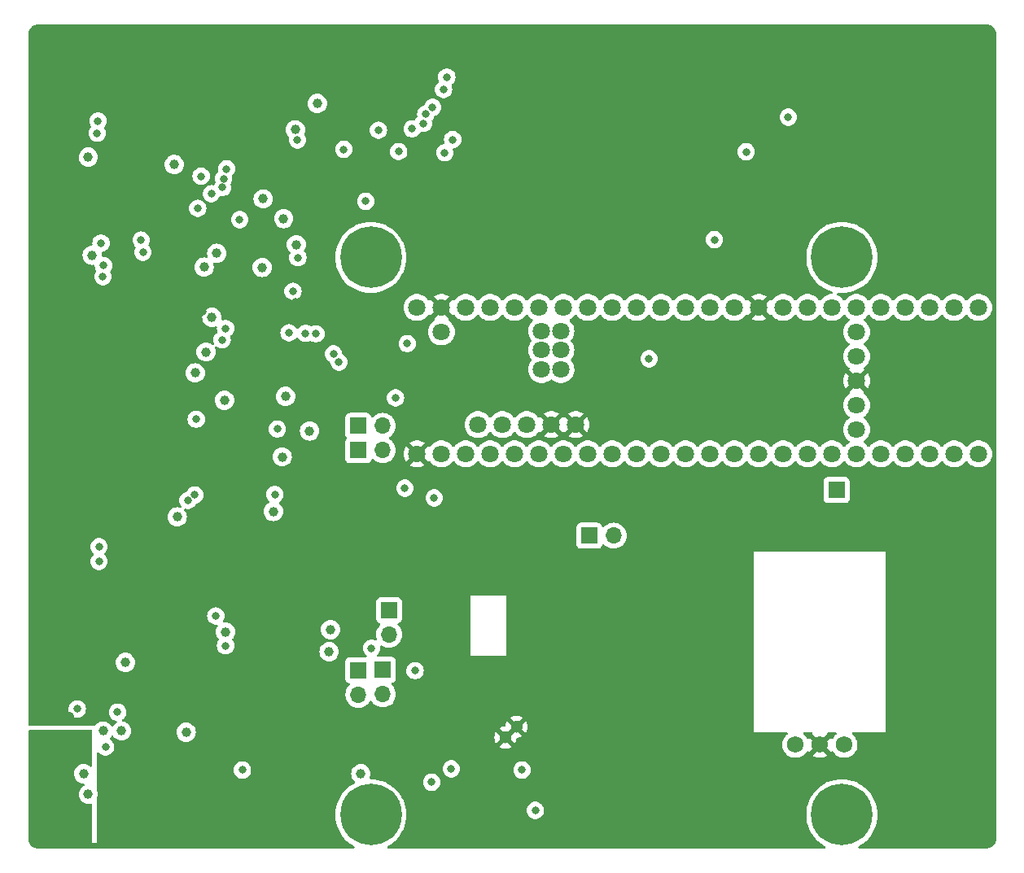
<source format=gbr>
%TF.GenerationSoftware,KiCad,Pcbnew,7.0.6*%
%TF.CreationDate,2024-05-03T22:58:31-04:00*%
%TF.ProjectId,mainbox_baclup,6d61696e-626f-4785-9f62-61636c75702e,rev?*%
%TF.SameCoordinates,Original*%
%TF.FileFunction,Copper,L2,Inr*%
%TF.FilePolarity,Positive*%
%FSLAX46Y46*%
G04 Gerber Fmt 4.6, Leading zero omitted, Abs format (unit mm)*
G04 Created by KiCad (PCBNEW 7.0.6) date 2024-05-03 22:58:31*
%MOMM*%
%LPD*%
G01*
G04 APERTURE LIST*
%TA.AperFunction,ComponentPad*%
%ADD10C,1.800000*%
%TD*%
%TA.AperFunction,ComponentPad*%
%ADD11C,6.400000*%
%TD*%
%TA.AperFunction,ComponentPad*%
%ADD12C,1.300000*%
%TD*%
%TA.AperFunction,ComponentPad*%
%ADD13R,1.700000X1.700000*%
%TD*%
%TA.AperFunction,ComponentPad*%
%ADD14O,1.700000X1.700000*%
%TD*%
%TA.AperFunction,ComponentPad*%
%ADD15C,1.725000*%
%TD*%
%TA.AperFunction,ViaPad*%
%ADD16C,0.800000*%
%TD*%
%TA.AperFunction,ViaPad*%
%ADD17C,1.000000*%
%TD*%
G04 APERTURE END LIST*
D10*
%TO.N,Net-(IC1-A1)*%
%TO.C,U5*%
X167132000Y-92202000D03*
%TO.N,Net-(IC9-A8)*%
X169672000Y-92202000D03*
%TO.N,Net-(IC9-A7)*%
X172212000Y-92202000D03*
%TO.N,Net-(IC9-A6)*%
X174752000Y-92202000D03*
%TO.N,3v3*%
X200152000Y-92202000D03*
%TO.N,unconnected-(U5-3.3V__1-Pad3.3V_2)*%
X169672000Y-76962000D03*
%TO.N,unconnected-(U5-3.3V__2-Pad3.3V_3)*%
X210312000Y-87122000D03*
%TO.N,Net-(IC9-A5)*%
X177292000Y-92202000D03*
%TO.N,unconnected-(U5-IN2-Pad5)*%
X179832000Y-92202000D03*
%TO.N,unconnected-(U5-Pad5V)*%
X170942000Y-89152000D03*
%TO.N,unconnected-(U5-OUT1D-Pad6)*%
X182372000Y-92202000D03*
%TO.N,unconnected-(U5-RX2-Pad7)*%
X184912000Y-92202000D03*
%TO.N,unconnected-(U5-TX2-Pad8)*%
X187452000Y-92202000D03*
%TO.N,unconnected-(U5-OUT1C-Pad9)*%
X189992000Y-92202000D03*
%TO.N,unconnected-(U5-CS1-Pad10)*%
X192532000Y-92202000D03*
%TO.N,unconnected-(U5-MOSI-Pad11)*%
X195072000Y-92202000D03*
%TO.N,unconnected-(U5-MISO-Pad12)*%
X197612000Y-92202000D03*
%TO.N,unconnected-(U5-SCK-Pad13)*%
X197612000Y-76962000D03*
%TO.N,unconnected-(U5-A0-Pad14)*%
X195072000Y-76962000D03*
%TO.N,doutlcd*%
X192532000Y-76962000D03*
%TO.N,Net-(IC9-A1)*%
X189992000Y-76962000D03*
%TO.N,Net-(IC9-A2)*%
X187452000Y-76962000D03*
%TO.N,SDA*%
X184912000Y-76962000D03*
%TO.N,SCL*%
X182372000Y-76962000D03*
%TO.N,unconnected-(U5-A6-Pad20)*%
X179832000Y-76962000D03*
%TO.N,unconnected-(U5-A7-Pad21)*%
X177292000Y-76962000D03*
%TO.N,unconnected-(U5-A8-Pad22)*%
X174752000Y-76962000D03*
%TO.N,unconnected-(U5-A9-Pad23)*%
X172212000Y-76962000D03*
%TO.N,Net-(IC9-A4)*%
X202692000Y-92202000D03*
%TO.N,Net-(IC9-A3)*%
X205232000Y-92202000D03*
%TO.N,unconnected-(U5-A12-Pad26)*%
X207772000Y-92202000D03*
%TO.N,unconnected-(U5-A13-Pad27)*%
X210312000Y-92202000D03*
%TO.N,unconnected-(U5-RX7-Pad28)*%
X212852000Y-92202000D03*
%TO.N,unconnected-(U5-TX7-Pad29)*%
X215392000Y-92202000D03*
%TO.N,unconnected-(U5-CRX3-Pad30)*%
X217932000Y-92202000D03*
%TO.N,S4*%
X220472000Y-92202000D03*
%TO.N,S3*%
X223012000Y-92202000D03*
%TO.N,S2*%
X223012000Y-76962000D03*
%TO.N,S1*%
X220472000Y-76962000D03*
%TO.N,Net-(IC2-A7)*%
X217932000Y-76962000D03*
%TO.N,Net-(IC2-A6)*%
X215392000Y-76962000D03*
%TO.N,Net-(IC2-A5)*%
X212852000Y-76962000D03*
%TO.N,Net-(IC2-A4)*%
X210312000Y-76962000D03*
%TO.N,Net-(IC2-A3)*%
X207772000Y-76962000D03*
%TO.N,Net-(IC2-A2)*%
X205232000Y-76962000D03*
%TO.N,Net-(IC2-A1)*%
X202692000Y-76962000D03*
%TO.N,unconnected-(U5-PadD+)*%
X176022000Y-89152000D03*
%TO.N,unconnected-(U5-PadD-)*%
X173482000Y-89152000D03*
%TO.N,gndt*%
X164592000Y-92202000D03*
X200152000Y-76962000D03*
X167132000Y-76962000D03*
X210312000Y-84582000D03*
X179562000Y-81412000D03*
%TO.N,led*%
X177562000Y-81412000D03*
%TO.N,unconnected-(U5-PadON{slash}OFF)*%
X210312000Y-79502000D03*
%TO.N,unconnected-(U5-PadPROGRAM)*%
X210312000Y-82042000D03*
%TO.N,Rd+*%
X177562000Y-79412000D03*
%TO.N,Rd-*%
X179562000Y-79412000D03*
%TO.N,Td+*%
X179562000Y-83412000D03*
%TO.N,Td-*%
X177562000Y-83412000D03*
%TO.N,gndt*%
X178562000Y-89152000D03*
X181102000Y-89152000D03*
%TO.N,Net-(J6-Pin_1)*%
X210312000Y-89662000D03*
%TO.N,5vin*%
X164592000Y-76962000D03*
%TO.N,unconnected-(U5-PadVUSB)*%
X167132000Y-79502000D03*
%TD*%
D11*
%TO.N,N/C*%
%TO.C,H1*%
X208788000Y-71755000D03*
%TD*%
%TO.N,N/C*%
%TO.C,H3*%
X159788000Y-129755000D03*
%TD*%
D12*
%TO.N,gndt*%
%TO.C,IC8*%
X173794000Y-121714000D03*
X174954000Y-120594000D03*
%TD*%
D13*
%TO.N,Net-(IC8-DIO6{slash}~{RTS})*%
%TO.C,J9*%
X182499000Y-100711000D03*
D14*
%TO.N,Net-(IC8-DIO9{slash}ON{slash}~{SLEEP})*%
X185039000Y-100711000D03*
%TD*%
D13*
%TO.N,Net-(J5-Pin_1)*%
%TO.C,J8*%
X161671000Y-108458000D03*
D14*
%TO.N,Net-(J5-Pin_2)*%
X161671000Y-110998000D03*
%TD*%
D13*
%TO.N,r2*%
%TO.C,J11*%
X158491000Y-91821000D03*
D14*
%TO.N,t2*%
X161031000Y-91821000D03*
%TD*%
D15*
%TO.N,Net-(PS1-+VIN)*%
%TO.C,PS1*%
X203962000Y-122465000D03*
%TO.N,gndt*%
X206502000Y-122465000D03*
%TO.N,Vcc*%
X209042000Y-122465000D03*
%TD*%
D13*
%TO.N,Net-(J6-Pin_1)*%
%TO.C,J6*%
X208229200Y-95961200D03*
%TD*%
%TO.N,unconnected-(J2-Pin_1-Pad1)*%
%TO.C,J2*%
X158491000Y-89281000D03*
D14*
%TO.N,r3*%
X161031000Y-89281000D03*
%TD*%
D13*
%TO.N,unconnected-(J4-Pin_1-Pad1)*%
%TO.C,J4*%
X161036000Y-114676000D03*
D14*
%TO.N,TXD3*%
X161036000Y-117216000D03*
%TD*%
D11*
%TO.N,N/C*%
%TO.C,H2*%
X159788000Y-71755000D03*
%TD*%
D13*
%TO.N,Net-(J5-Pin_1)*%
%TO.C,J5*%
X158498000Y-114709000D03*
D14*
%TO.N,Net-(J5-Pin_2)*%
X158498000Y-117249000D03*
%TD*%
D11*
%TO.N,N/C*%
%TO.C,H4*%
X208788000Y-129755000D03*
%TD*%
D16*
%TO.N,2.5vsg*%
X149809200Y-96418400D03*
X144678400Y-112166400D03*
X143662400Y-109067600D03*
X132207000Y-122682000D03*
X133451600Y-119075200D03*
%TO.N,3v3*%
X152146000Y-59537600D03*
X159258000Y-65913000D03*
X162356800Y-86360000D03*
X163576000Y-80721200D03*
X160578800Y-58521600D03*
X167690800Y-52984400D03*
D17*
%TO.N,5vadc*%
X150926800Y-86207600D03*
X143256000Y-77978000D03*
X142443200Y-72749500D03*
X154228800Y-55727600D03*
X144678400Y-110744000D03*
X141528800Y-83769200D03*
X144576800Y-86614000D03*
X139649200Y-98755200D03*
X133858000Y-121031000D03*
X149656800Y-98196400D03*
X142646400Y-81584800D03*
X155600400Y-110490000D03*
X150571200Y-92506800D03*
X152044400Y-70408800D03*
X148488400Y-72798499D03*
X143764000Y-71323200D03*
D16*
%TO.N,SCL2*%
X151688800Y-75285600D03*
X155911000Y-81788656D03*
D17*
%TO.N,5vanalog*%
X153416000Y-89814400D03*
X155448000Y-112776000D03*
X151942800Y-58462800D03*
X134264400Y-113893600D03*
X148590000Y-65659000D03*
X139344400Y-62077600D03*
X130403600Y-61315600D03*
%TO.N,5vin*%
X130805500Y-71526400D03*
X129921000Y-125476000D03*
X150723600Y-67716400D03*
X158750000Y-125476000D03*
X130403600Y-127609600D03*
D16*
%TO.N,hall1*%
X144373600Y-64465200D03*
X131318000Y-58826400D03*
%TO.N,hall2*%
X131419600Y-57556400D03*
X144475200Y-63550800D03*
%TO.N,enc1*%
X131927600Y-73761600D03*
X146151600Y-67818000D03*
%TO.N,enc2*%
X144780000Y-62534800D03*
X131978400Y-72593200D03*
%TO.N,enc3*%
X131724400Y-70256400D03*
X142138400Y-63296800D03*
%TO.N,aux1.2*%
X150063200Y-89611200D03*
X131521200Y-101854000D03*
%TO.N,aux1.1*%
X131521200Y-103378000D03*
X141630400Y-88595200D03*
%TO.N,SDA2*%
X152196800Y-71780400D03*
X156464000Y-82651600D03*
%TO.N,AR4*%
X144322800Y-80314800D03*
X144678400Y-79146400D03*
%TO.N,auxsg*%
X154076400Y-79705200D03*
X141478000Y-96469200D03*
%TO.N,AR5*%
X151282400Y-79603600D03*
X156972000Y-60502800D03*
%TO.N,steerCol*%
X153009600Y-79654400D03*
X140766800Y-97028000D03*
%TO.N,5.2v*%
X146431000Y-125095000D03*
X129257000Y-118745000D03*
D17*
X140589000Y-121158000D03*
X131953000Y-121031000D03*
D16*
%TO.N,Vcc*%
X168148000Y-124968000D03*
X166116000Y-126365000D03*
%TO.N,Dout*%
X176911000Y-129286000D03*
X159867600Y-112420400D03*
X164388800Y-114757200D03*
X175514000Y-125095000D03*
%TO.N,daux2*%
X136093200Y-71221600D03*
X141782800Y-66649600D03*
%TO.N,daux1*%
X143205200Y-65125600D03*
X135890000Y-69951600D03*
%TO.N,SDA*%
X168300400Y-59486800D03*
%TO.N,SCL*%
X167487600Y-60858400D03*
%TO.N,doutlcd*%
X195529200Y-69900800D03*
X167356348Y-54280034D03*
X198831200Y-60756800D03*
X203200000Y-57150000D03*
%TO.N,S1*%
X166217600Y-56134000D03*
%TO.N,S2*%
X165506400Y-56845200D03*
%TO.N,S3*%
X165252400Y-57810400D03*
%TO.N,S4*%
X164084000Y-58369200D03*
%TO.N,Net-(IC1-A1)*%
X162687000Y-60731400D03*
%TO.N,gndt*%
X145084800Y-113944400D03*
X151942800Y-76352400D03*
X182499000Y-129921000D03*
X170688000Y-124079000D03*
X143052800Y-59232800D03*
X154838400Y-108000800D03*
X158343600Y-79248000D03*
X152349200Y-87884000D03*
X211683600Y-125851500D03*
X164236400Y-50241200D03*
D17*
X153670000Y-121158000D03*
D16*
X139954000Y-95250000D03*
X135308656Y-121084656D03*
X172847000Y-132334000D03*
X157480000Y-65913000D03*
X143052800Y-68478400D03*
X129743200Y-59893200D03*
X142341600Y-77368400D03*
X139344400Y-107289600D03*
X214630000Y-118516400D03*
X181610000Y-81280000D03*
X155041600Y-77216000D03*
X148209000Y-120523000D03*
X153365200Y-112623600D03*
X217068400Y-131597400D03*
X138226800Y-76301600D03*
X148844000Y-86614000D03*
X144983200Y-76250800D03*
D17*
X144399000Y-128825500D03*
X157734000Y-122591300D03*
D16*
X137795000Y-121516500D03*
X185801000Y-129839000D03*
X149707600Y-94792800D03*
X128524000Y-119507000D03*
X148488400Y-77266800D03*
X142341600Y-54762400D03*
X192532000Y-72390000D03*
X206603600Y-124307600D03*
X153924000Y-70104000D03*
D17*
X147955000Y-128397000D03*
D16*
X140589000Y-127508000D03*
X146304000Y-122809000D03*
X135001000Y-109461000D03*
X129807037Y-122369746D03*
X139649200Y-100279200D03*
X154736800Y-91490800D03*
X149555200Y-100025200D03*
X136652000Y-87528400D03*
X153314400Y-81432400D03*
X154051000Y-61468000D03*
X144983200Y-109067600D03*
X156972000Y-51866800D03*
X200152000Y-131953000D03*
X144645000Y-60698000D03*
X142951200Y-87731600D03*
X220980000Y-122377200D03*
D17*
X124875796Y-126047478D03*
X134620000Y-127508000D03*
D16*
%TO.N,led*%
X188722000Y-82296000D03*
%TO.N,r3*%
X166370000Y-96774000D03*
%TO.N,t2*%
X163322000Y-95758000D03*
%TD*%
%TA.AperFunction,Conductor*%
%TO.N,gndt*%
G36*
X205676254Y-121178185D02*
G01*
X205722009Y-121230989D01*
X205732977Y-121290186D01*
X205729922Y-121339370D01*
X206311913Y-121921360D01*
X206212019Y-121962738D01*
X206091905Y-122054905D01*
X205999738Y-122175019D01*
X205958360Y-122274913D01*
X205377905Y-121694458D01*
X205336107Y-121758435D01*
X205282960Y-121803791D01*
X205213729Y-121813215D01*
X205150393Y-121783713D01*
X205128489Y-121758435D01*
X205086690Y-121694457D01*
X205041285Y-121624959D01*
X205041283Y-121624957D01*
X205041282Y-121624955D01*
X204888301Y-121458775D01*
X204888291Y-121458766D01*
X204787546Y-121380353D01*
X204746733Y-121323643D01*
X204743058Y-121253870D01*
X204777690Y-121193187D01*
X204839631Y-121160860D01*
X204863708Y-121158500D01*
X205609215Y-121158500D01*
X205676254Y-121178185D01*
G37*
%TD.AperFunction*%
%TA.AperFunction,Conductor*%
G36*
X208207331Y-121178185D02*
G01*
X208253086Y-121230989D01*
X208263030Y-121300147D01*
X208234005Y-121363703D01*
X208216454Y-121380353D01*
X208115708Y-121458766D01*
X208115698Y-121458775D01*
X207962717Y-121624955D01*
X207875510Y-121758436D01*
X207822363Y-121803792D01*
X207753132Y-121813216D01*
X207689796Y-121783714D01*
X207667892Y-121758435D01*
X207626093Y-121694457D01*
X207045638Y-122274912D01*
X207004262Y-122175019D01*
X206912095Y-122054905D01*
X206791981Y-121962738D01*
X206692086Y-121921360D01*
X207274076Y-121339369D01*
X207271023Y-121290184D01*
X207286516Y-121222053D01*
X207336383Y-121173114D01*
X207394785Y-121158500D01*
X208140292Y-121158500D01*
X208207331Y-121178185D01*
G37*
%TD.AperFunction*%
%TA.AperFunction,Conductor*%
G36*
X174568835Y-120719148D02*
G01*
X174626359Y-120832045D01*
X174715955Y-120921641D01*
X174828852Y-120979165D01*
X174909598Y-120991953D01*
X174345640Y-121555914D01*
X174284317Y-121589399D01*
X174270687Y-121590864D01*
X174191953Y-121669598D01*
X174179165Y-121588852D01*
X174121641Y-121475955D01*
X174032045Y-121386359D01*
X173919148Y-121328835D01*
X173838399Y-121316045D01*
X174402361Y-120752085D01*
X174463684Y-120718600D01*
X174477310Y-120717134D01*
X174556045Y-120638398D01*
X174568835Y-120719148D01*
G37*
%TD.AperFunction*%
%TA.AperFunction,Conductor*%
G36*
X223843324Y-47498893D02*
G01*
X223885263Y-47502556D01*
X224012675Y-47515113D01*
X224032565Y-47518730D01*
X224097807Y-47536202D01*
X224192516Y-47564918D01*
X224208928Y-47571194D01*
X224275425Y-47602192D01*
X224278405Y-47603682D01*
X224309436Y-47620264D01*
X224363332Y-47649064D01*
X224369673Y-47652958D01*
X224435121Y-47698775D01*
X224438893Y-47701636D01*
X224459074Y-47718194D01*
X224511867Y-47761510D01*
X224516359Y-47765580D01*
X224563271Y-47812483D01*
X224573267Y-47822477D01*
X224577356Y-47826987D01*
X224637249Y-47899953D01*
X224640111Y-47903725D01*
X224652945Y-47922050D01*
X224685940Y-47969163D01*
X224689825Y-47975487D01*
X224735211Y-48060379D01*
X224736724Y-48063405D01*
X224767732Y-48129892D01*
X224774011Y-48146299D01*
X224802746Y-48240999D01*
X224820219Y-48306198D01*
X224823848Y-48326138D01*
X224836685Y-48456402D01*
X224840064Y-48495002D01*
X224840300Y-48500412D01*
X224840300Y-132236385D01*
X224840064Y-132241791D01*
X224836336Y-132284399D01*
X224823875Y-132410885D01*
X224820248Y-132430815D01*
X224802464Y-132497199D01*
X224795321Y-132520746D01*
X224774108Y-132590682D01*
X224767830Y-132607091D01*
X224736475Y-132674337D01*
X224734963Y-132677362D01*
X224690026Y-132761439D01*
X224686132Y-132767779D01*
X224639890Y-132833825D01*
X224637028Y-132837598D01*
X224577678Y-132909923D01*
X224573590Y-132914434D01*
X224516208Y-132971820D01*
X224511698Y-132975909D01*
X224439367Y-133035276D01*
X224435596Y-133038137D01*
X224369571Y-133084375D01*
X224363230Y-133088270D01*
X224279139Y-133133225D01*
X224276116Y-133134736D01*
X224208886Y-133166093D01*
X224192476Y-133172373D01*
X224098993Y-133200738D01*
X224032625Y-133218527D01*
X224012690Y-133222156D01*
X223885698Y-133234676D01*
X223843671Y-133238356D01*
X223838266Y-133238593D01*
X210616203Y-133239826D01*
X210549161Y-133220148D01*
X210503401Y-133167348D01*
X210493451Y-133098190D01*
X210522470Y-133034632D01*
X210559895Y-133005342D01*
X210640789Y-132964125D01*
X210649447Y-132958503D01*
X210827170Y-132843088D01*
X210966084Y-132752876D01*
X211267516Y-132508781D01*
X211541781Y-132234516D01*
X211785876Y-131933084D01*
X211997125Y-131607789D01*
X212173214Y-131262194D01*
X212312214Y-130900087D01*
X212412602Y-130525433D01*
X212473278Y-130142338D01*
X212493578Y-129755000D01*
X212473278Y-129367662D01*
X212412602Y-128984567D01*
X212312214Y-128609913D01*
X212173214Y-128247806D01*
X211997125Y-127902211D01*
X211934469Y-127805729D01*
X211785877Y-127576917D01*
X211541784Y-127275488D01*
X211541781Y-127275484D01*
X211267516Y-127001219D01*
X211140937Y-126898717D01*
X210966082Y-126757122D01*
X210640793Y-126545877D01*
X210295197Y-126369787D01*
X209933094Y-126230788D01*
X209844428Y-126207030D01*
X209558433Y-126130398D01*
X209558429Y-126130397D01*
X209558428Y-126130397D01*
X209175339Y-126069722D01*
X208788001Y-126049422D01*
X208787999Y-126049422D01*
X208400660Y-126069722D01*
X208017572Y-126130397D01*
X208017570Y-126130397D01*
X207642905Y-126230788D01*
X207280802Y-126369787D01*
X206935206Y-126545877D01*
X206609917Y-126757122D01*
X206308488Y-127001215D01*
X206308480Y-127001222D01*
X206034222Y-127275480D01*
X206034215Y-127275488D01*
X205790122Y-127576917D01*
X205578877Y-127902206D01*
X205402787Y-128247802D01*
X205263788Y-128609905D01*
X205163397Y-128984570D01*
X205163397Y-128984572D01*
X205102722Y-129367660D01*
X205082422Y-129754999D01*
X205082422Y-129755000D01*
X205102722Y-130142339D01*
X205163397Y-130525427D01*
X205163397Y-130525429D01*
X205263788Y-130900094D01*
X205402787Y-131262197D01*
X205578877Y-131607793D01*
X205790122Y-131933082D01*
X205790124Y-131933084D01*
X206034219Y-132234516D01*
X206308484Y-132508781D01*
X206308488Y-132508784D01*
X206609917Y-132752877D01*
X206935206Y-132964122D01*
X206935211Y-132964125D01*
X206968513Y-132981093D01*
X207016773Y-133005683D01*
X207067569Y-133053658D01*
X207084364Y-133121479D01*
X207061827Y-133187613D01*
X207007112Y-133231065D01*
X206960490Y-133240168D01*
X161607221Y-133244403D01*
X161540179Y-133224725D01*
X161494419Y-133171925D01*
X161484469Y-133102767D01*
X161513488Y-133039209D01*
X161550915Y-133009918D01*
X161607487Y-132981093D01*
X161640789Y-132964125D01*
X161649447Y-132958503D01*
X161827170Y-132843088D01*
X161966084Y-132752876D01*
X162267516Y-132508781D01*
X162541781Y-132234516D01*
X162785876Y-131933084D01*
X162997125Y-131607789D01*
X163173214Y-131262194D01*
X163312214Y-130900087D01*
X163412602Y-130525433D01*
X163473278Y-130142338D01*
X163493578Y-129755000D01*
X163473278Y-129367662D01*
X163460344Y-129286000D01*
X176005540Y-129286000D01*
X176025326Y-129474256D01*
X176025327Y-129474259D01*
X176083818Y-129654277D01*
X176083821Y-129654284D01*
X176178467Y-129818216D01*
X176305129Y-129958888D01*
X176458265Y-130070148D01*
X176458270Y-130070151D01*
X176631192Y-130147142D01*
X176631197Y-130147144D01*
X176816354Y-130186500D01*
X176816355Y-130186500D01*
X177005644Y-130186500D01*
X177005646Y-130186500D01*
X177190803Y-130147144D01*
X177363730Y-130070151D01*
X177516871Y-129958888D01*
X177643533Y-129818216D01*
X177738179Y-129654284D01*
X177796674Y-129474256D01*
X177816460Y-129286000D01*
X177796674Y-129097744D01*
X177738179Y-128917716D01*
X177643533Y-128753784D01*
X177516871Y-128613112D01*
X177470951Y-128579749D01*
X177363734Y-128501851D01*
X177363729Y-128501848D01*
X177190807Y-128424857D01*
X177190802Y-128424855D01*
X177045001Y-128393865D01*
X177005646Y-128385500D01*
X176816354Y-128385500D01*
X176783897Y-128392398D01*
X176631197Y-128424855D01*
X176631192Y-128424857D01*
X176458270Y-128501848D01*
X176458265Y-128501851D01*
X176305129Y-128613111D01*
X176178466Y-128753785D01*
X176083821Y-128917715D01*
X176083818Y-128917722D01*
X176025327Y-129097740D01*
X176025326Y-129097744D01*
X176005540Y-129286000D01*
X163460344Y-129286000D01*
X163412602Y-128984567D01*
X163312214Y-128609913D01*
X163173214Y-128247806D01*
X162997125Y-127902211D01*
X162934469Y-127805729D01*
X162785877Y-127576917D01*
X162541784Y-127275488D01*
X162541781Y-127275484D01*
X162267516Y-127001219D01*
X162140937Y-126898717D01*
X161966082Y-126757122D01*
X161640793Y-126545877D01*
X161295197Y-126369787D01*
X161282726Y-126365000D01*
X165210540Y-126365000D01*
X165230326Y-126553256D01*
X165230327Y-126553259D01*
X165288818Y-126733277D01*
X165288821Y-126733284D01*
X165383467Y-126897216D01*
X165477112Y-127001219D01*
X165510129Y-127037888D01*
X165663265Y-127149148D01*
X165663270Y-127149151D01*
X165836192Y-127226142D01*
X165836197Y-127226144D01*
X166021354Y-127265500D01*
X166021355Y-127265500D01*
X166210644Y-127265500D01*
X166210646Y-127265500D01*
X166395803Y-127226144D01*
X166568730Y-127149151D01*
X166721871Y-127037888D01*
X166848533Y-126897216D01*
X166943179Y-126733284D01*
X167001674Y-126553256D01*
X167021460Y-126365000D01*
X167001674Y-126176744D01*
X166943179Y-125996716D01*
X166848533Y-125832784D01*
X166721871Y-125692112D01*
X166694367Y-125672129D01*
X166568734Y-125580851D01*
X166568729Y-125580848D01*
X166395807Y-125503857D01*
X166395802Y-125503855D01*
X166250001Y-125472865D01*
X166210646Y-125464500D01*
X166021354Y-125464500D01*
X165988897Y-125471398D01*
X165836197Y-125503855D01*
X165836192Y-125503857D01*
X165663270Y-125580848D01*
X165663265Y-125580851D01*
X165510129Y-125692111D01*
X165383466Y-125832785D01*
X165288821Y-125996715D01*
X165288818Y-125996722D01*
X165230327Y-126176740D01*
X165230326Y-126176744D01*
X165210540Y-126365000D01*
X161282726Y-126365000D01*
X160933094Y-126230788D01*
X160844428Y-126207030D01*
X160558433Y-126130398D01*
X160558429Y-126130397D01*
X160558428Y-126130397D01*
X160175339Y-126069722D01*
X159788001Y-126049422D01*
X159784836Y-126049422D01*
X159717797Y-126029737D01*
X159672042Y-125976933D01*
X159662098Y-125907775D01*
X159675476Y-125866970D01*
X159678814Y-125860727D01*
X159736024Y-125672132D01*
X159755341Y-125476000D01*
X159736024Y-125279868D01*
X159678814Y-125091273D01*
X159678811Y-125091269D01*
X159678811Y-125091266D01*
X159612924Y-124968000D01*
X167242540Y-124968000D01*
X167262326Y-125156256D01*
X167262327Y-125156259D01*
X167320818Y-125336277D01*
X167320821Y-125336284D01*
X167415467Y-125500216D01*
X167529817Y-125627214D01*
X167542129Y-125640888D01*
X167695265Y-125752148D01*
X167695270Y-125752151D01*
X167868192Y-125829142D01*
X167868197Y-125829144D01*
X168053354Y-125868500D01*
X168053355Y-125868500D01*
X168242644Y-125868500D01*
X168242646Y-125868500D01*
X168427803Y-125829144D01*
X168600730Y-125752151D01*
X168753871Y-125640888D01*
X168880533Y-125500216D01*
X168975179Y-125336284D01*
X169033674Y-125156256D01*
X169040112Y-125095000D01*
X174608540Y-125095000D01*
X174628326Y-125283256D01*
X174628327Y-125283259D01*
X174686818Y-125463277D01*
X174686821Y-125463284D01*
X174781467Y-125627216D01*
X174821910Y-125672132D01*
X174908129Y-125767888D01*
X175061265Y-125879148D01*
X175061270Y-125879151D01*
X175234192Y-125956142D01*
X175234197Y-125956144D01*
X175419354Y-125995500D01*
X175419355Y-125995500D01*
X175608644Y-125995500D01*
X175608646Y-125995500D01*
X175793803Y-125956144D01*
X175966730Y-125879151D01*
X176119871Y-125767888D01*
X176246533Y-125627216D01*
X176341179Y-125463284D01*
X176399674Y-125283256D01*
X176419460Y-125095000D01*
X176399674Y-124906744D01*
X176341179Y-124726716D01*
X176246533Y-124562784D01*
X176119871Y-124422112D01*
X176119870Y-124422111D01*
X175966734Y-124310851D01*
X175966729Y-124310848D01*
X175793807Y-124233857D01*
X175793802Y-124233855D01*
X175648000Y-124202865D01*
X175608646Y-124194500D01*
X175419354Y-124194500D01*
X175386897Y-124201398D01*
X175234197Y-124233855D01*
X175234192Y-124233857D01*
X175061270Y-124310848D01*
X175061265Y-124310851D01*
X174908129Y-124422111D01*
X174781466Y-124562785D01*
X174686821Y-124726715D01*
X174686818Y-124726722D01*
X174628327Y-124906740D01*
X174628326Y-124906744D01*
X174608540Y-125095000D01*
X169040112Y-125095000D01*
X169053460Y-124968000D01*
X169033674Y-124779744D01*
X168975179Y-124599716D01*
X168880533Y-124435784D01*
X168753871Y-124295112D01*
X168753870Y-124295111D01*
X168600734Y-124183851D01*
X168600729Y-124183848D01*
X168427807Y-124106857D01*
X168427802Y-124106855D01*
X168282000Y-124075865D01*
X168242646Y-124067500D01*
X168053354Y-124067500D01*
X168020897Y-124074398D01*
X167868197Y-124106855D01*
X167868192Y-124106857D01*
X167695270Y-124183848D01*
X167695265Y-124183851D01*
X167542129Y-124295111D01*
X167415466Y-124435785D01*
X167320821Y-124599715D01*
X167320818Y-124599722D01*
X167264889Y-124771855D01*
X167262326Y-124779744D01*
X167242540Y-124968000D01*
X159612924Y-124968000D01*
X159585913Y-124917467D01*
X159585909Y-124917460D01*
X159460883Y-124765116D01*
X159308539Y-124640090D01*
X159308532Y-124640086D01*
X159134733Y-124547188D01*
X159134727Y-124547186D01*
X158946132Y-124489976D01*
X158946129Y-124489975D01*
X158750000Y-124470659D01*
X158553870Y-124489975D01*
X158365266Y-124547188D01*
X158191467Y-124640086D01*
X158191460Y-124640090D01*
X158039116Y-124765116D01*
X157914090Y-124917460D01*
X157914086Y-124917467D01*
X157821188Y-125091266D01*
X157763975Y-125279870D01*
X157744659Y-125476000D01*
X157763975Y-125672129D01*
X157821188Y-125860733D01*
X157914086Y-126034532D01*
X157914090Y-126034539D01*
X158039116Y-126186883D01*
X158122644Y-126255433D01*
X158161978Y-126313179D01*
X158163849Y-126383024D01*
X158127661Y-126442792D01*
X158100274Y-126461771D01*
X157935206Y-126545877D01*
X157609917Y-126757122D01*
X157308488Y-127001215D01*
X157308480Y-127001222D01*
X157034222Y-127275480D01*
X157034215Y-127275488D01*
X156790122Y-127576917D01*
X156578877Y-127902206D01*
X156402787Y-128247802D01*
X156263788Y-128609905D01*
X156163397Y-128984570D01*
X156163397Y-128984572D01*
X156102722Y-129367660D01*
X156082422Y-129754999D01*
X156082422Y-129755000D01*
X156102722Y-130142339D01*
X156163397Y-130525427D01*
X156163397Y-130525429D01*
X156263788Y-130900094D01*
X156402787Y-131262197D01*
X156578877Y-131607793D01*
X156790122Y-131933082D01*
X156790124Y-131933084D01*
X157034219Y-132234516D01*
X157308484Y-132508781D01*
X157308488Y-132508784D01*
X157609917Y-132752877D01*
X157935208Y-132964124D01*
X157935211Y-132964125D01*
X158025750Y-133010257D01*
X158076547Y-133058231D01*
X158093342Y-133126052D01*
X158070805Y-133192187D01*
X158016090Y-133235639D01*
X157969468Y-133244742D01*
X125158000Y-133247805D01*
X125152594Y-133247570D01*
X125109950Y-133243843D01*
X124983468Y-133231391D01*
X124963533Y-133227765D01*
X124897159Y-133209986D01*
X124803652Y-133181628D01*
X124787241Y-133175350D01*
X124720004Y-133144002D01*
X124716980Y-133142490D01*
X124632870Y-133097540D01*
X124626527Y-133093645D01*
X124560493Y-133047412D01*
X124556721Y-133044551D01*
X124484371Y-132985182D01*
X124479859Y-132981093D01*
X124422473Y-132923713D01*
X124418385Y-132919202D01*
X124359009Y-132846860D01*
X124356147Y-132843088D01*
X124349660Y-132833825D01*
X124309903Y-132777050D01*
X124306014Y-132770720D01*
X124261061Y-132686626D01*
X124259548Y-132683601D01*
X124228180Y-132616338D01*
X124221904Y-132599935D01*
X124193551Y-132506478D01*
X124175749Y-132440048D01*
X124172124Y-132420128D01*
X124159618Y-132293168D01*
X124155935Y-132251081D01*
X124155700Y-132245678D01*
X124155700Y-121028000D01*
X124175385Y-120960961D01*
X124228189Y-120915206D01*
X124279700Y-120904000D01*
X130686000Y-120904000D01*
X130753039Y-120923685D01*
X130798794Y-120976489D01*
X130810000Y-121028000D01*
X130809999Y-124649117D01*
X130790314Y-124716156D01*
X130737510Y-124761911D01*
X130668352Y-124771855D01*
X130607334Y-124744970D01*
X130479539Y-124640090D01*
X130479532Y-124640086D01*
X130305733Y-124547188D01*
X130305727Y-124547186D01*
X130117132Y-124489976D01*
X130117129Y-124489975D01*
X129921000Y-124470659D01*
X129724870Y-124489975D01*
X129536266Y-124547188D01*
X129362467Y-124640086D01*
X129362460Y-124640090D01*
X129210116Y-124765116D01*
X129085090Y-124917460D01*
X129085086Y-124917467D01*
X128992188Y-125091266D01*
X128934975Y-125279870D01*
X128915659Y-125476000D01*
X128934975Y-125672129D01*
X128992188Y-125860733D01*
X129085086Y-126034532D01*
X129085090Y-126034539D01*
X129210116Y-126186883D01*
X129362460Y-126311909D01*
X129362467Y-126311913D01*
X129536266Y-126404811D01*
X129536269Y-126404811D01*
X129536273Y-126404814D01*
X129724868Y-126462024D01*
X129911917Y-126480446D01*
X129976703Y-126506607D01*
X130017062Y-126563641D01*
X130020179Y-126633441D01*
X129985065Y-126693846D01*
X129958216Y-126713207D01*
X129845063Y-126773688D01*
X129845060Y-126773690D01*
X129692716Y-126898716D01*
X129567690Y-127051060D01*
X129567686Y-127051067D01*
X129474788Y-127224866D01*
X129417575Y-127413470D01*
X129398259Y-127609600D01*
X129417575Y-127805729D01*
X129474788Y-127994333D01*
X129567686Y-128168132D01*
X129567690Y-128168139D01*
X129692716Y-128320483D01*
X129845060Y-128445509D01*
X129845067Y-128445513D01*
X130018866Y-128538411D01*
X130018869Y-128538411D01*
X130018873Y-128538414D01*
X130207468Y-128595624D01*
X130403600Y-128614941D01*
X130599732Y-128595624D01*
X130650004Y-128580373D01*
X130719869Y-128579749D01*
X130778982Y-128616997D01*
X130808574Y-128680290D01*
X130809999Y-128699034D01*
X130809999Y-132714999D01*
X130810000Y-132715000D01*
X130810001Y-132715000D01*
X131292600Y-132715000D01*
X131302232Y-128081591D01*
X131316874Y-128023399D01*
X131332414Y-127994327D01*
X131389624Y-127805732D01*
X131408941Y-127609600D01*
X131389624Y-127413468D01*
X131332414Y-127224873D01*
X131318830Y-127199459D01*
X131304188Y-127140752D01*
X131308441Y-125095000D01*
X145525540Y-125095000D01*
X145545326Y-125283256D01*
X145545327Y-125283259D01*
X145603818Y-125463277D01*
X145603821Y-125463284D01*
X145698467Y-125627216D01*
X145738910Y-125672132D01*
X145825129Y-125767888D01*
X145978265Y-125879148D01*
X145978270Y-125879151D01*
X146151192Y-125956142D01*
X146151197Y-125956144D01*
X146336354Y-125995500D01*
X146336355Y-125995500D01*
X146525644Y-125995500D01*
X146525646Y-125995500D01*
X146710803Y-125956144D01*
X146883730Y-125879151D01*
X147036871Y-125767888D01*
X147163533Y-125627216D01*
X147258179Y-125463284D01*
X147316674Y-125283256D01*
X147336460Y-125095000D01*
X147316674Y-124906744D01*
X147258179Y-124726716D01*
X147163533Y-124562784D01*
X147036871Y-124422112D01*
X147036870Y-124422111D01*
X146883734Y-124310851D01*
X146883729Y-124310848D01*
X146710807Y-124233857D01*
X146710802Y-124233855D01*
X146565001Y-124202865D01*
X146525646Y-124194500D01*
X146336354Y-124194500D01*
X146303897Y-124201398D01*
X146151197Y-124233855D01*
X146151192Y-124233857D01*
X145978270Y-124310848D01*
X145978265Y-124310851D01*
X145825129Y-124422111D01*
X145698466Y-124562785D01*
X145603821Y-124726715D01*
X145603818Y-124726722D01*
X145545327Y-124906740D01*
X145545326Y-124906744D01*
X145525540Y-125095000D01*
X131308441Y-125095000D01*
X131312055Y-123356609D01*
X131331879Y-123289614D01*
X131384778Y-123243969D01*
X131453957Y-123234169D01*
X131517452Y-123263326D01*
X131528205Y-123273898D01*
X131601129Y-123354888D01*
X131754265Y-123466148D01*
X131754270Y-123466151D01*
X131927192Y-123543142D01*
X131927197Y-123543144D01*
X132112354Y-123582500D01*
X132112355Y-123582500D01*
X132301644Y-123582500D01*
X132301646Y-123582500D01*
X132486803Y-123543144D01*
X132659730Y-123466151D01*
X132812871Y-123354888D01*
X132939533Y-123214216D01*
X133034179Y-123050284D01*
X133092674Y-122870256D01*
X133112460Y-122682000D01*
X133092674Y-122493744D01*
X133034179Y-122313716D01*
X132939533Y-122149784D01*
X132812871Y-122009112D01*
X132812870Y-122009111D01*
X132688554Y-121918790D01*
X132645888Y-121863460D01*
X132639909Y-121793847D01*
X132665584Y-121739809D01*
X132788910Y-121589538D01*
X132796140Y-121576010D01*
X132845103Y-121526165D01*
X132913240Y-121510704D01*
X132978920Y-121534535D01*
X133014859Y-121576010D01*
X133022088Y-121589536D01*
X133022090Y-121589539D01*
X133147116Y-121741883D01*
X133299460Y-121866909D01*
X133299467Y-121866913D01*
X133473266Y-121959811D01*
X133473269Y-121959811D01*
X133473273Y-121959814D01*
X133661868Y-122017024D01*
X133858000Y-122036341D01*
X134054132Y-122017024D01*
X134242727Y-121959814D01*
X134416538Y-121866910D01*
X134568883Y-121741883D01*
X134693910Y-121589538D01*
X134786814Y-121415727D01*
X134844024Y-121227132D01*
X134850833Y-121158000D01*
X139583659Y-121158000D01*
X139602975Y-121354129D01*
X139660188Y-121542733D01*
X139753086Y-121716532D01*
X139753090Y-121716539D01*
X139878116Y-121868883D01*
X140030460Y-121993909D01*
X140030467Y-121993913D01*
X140204266Y-122086811D01*
X140204269Y-122086811D01*
X140204273Y-122086814D01*
X140392868Y-122144024D01*
X140589000Y-122163341D01*
X140785132Y-122144024D01*
X140973727Y-122086814D01*
X141033425Y-122054905D01*
X141068157Y-122036340D01*
X141147538Y-121993910D01*
X141299883Y-121868883D01*
X141424910Y-121716538D01*
X141426267Y-121714000D01*
X172639073Y-121714000D01*
X172658737Y-121926216D01*
X172658738Y-121926219D01*
X172717058Y-122131196D01*
X172717066Y-122131216D01*
X172812061Y-122321992D01*
X172812062Y-122321993D01*
X172820834Y-122333610D01*
X173396045Y-121758398D01*
X173408835Y-121839148D01*
X173466359Y-121952045D01*
X173555955Y-122041641D01*
X173668852Y-122099165D01*
X173749599Y-122111953D01*
X173176991Y-122684560D01*
X173176992Y-122684561D01*
X173279201Y-122747845D01*
X173279210Y-122747850D01*
X173477936Y-122824836D01*
X173477941Y-122824837D01*
X173687439Y-122864000D01*
X173900561Y-122864000D01*
X174110058Y-122824837D01*
X174110063Y-122824836D01*
X174308789Y-122747850D01*
X174308793Y-122747848D01*
X174411007Y-122684560D01*
X173838401Y-122111953D01*
X173919148Y-122099165D01*
X174032045Y-122041641D01*
X174121641Y-121952045D01*
X174179165Y-121839148D01*
X174191953Y-121758400D01*
X174767163Y-122333610D01*
X174775935Y-122321996D01*
X174775938Y-122321991D01*
X174870935Y-122131211D01*
X174870941Y-122131196D01*
X174929261Y-121926219D01*
X174929261Y-121926216D01*
X174935717Y-121856558D01*
X174961503Y-121791621D01*
X175018304Y-121750934D01*
X175054872Y-121744731D01*
X175054854Y-121744529D01*
X175057532Y-121744280D01*
X175059188Y-121744000D01*
X175060561Y-121744000D01*
X175270058Y-121704837D01*
X175270063Y-121704836D01*
X175468789Y-121627850D01*
X175468793Y-121627848D01*
X175571007Y-121564560D01*
X174998401Y-120991953D01*
X175079148Y-120979165D01*
X175192045Y-120921641D01*
X175281641Y-120832045D01*
X175339165Y-120719148D01*
X175351953Y-120638399D01*
X175927163Y-121213610D01*
X175935935Y-121201996D01*
X175935938Y-121201991D01*
X175969849Y-121133889D01*
X199643416Y-121133889D01*
X199643459Y-121158001D01*
X199643500Y-121158099D01*
X199643616Y-121158382D01*
X199643618Y-121158384D01*
X199643808Y-121158462D01*
X199644000Y-121158541D01*
X199644002Y-121158539D01*
X199668616Y-121158524D01*
X199668616Y-121158528D01*
X199668760Y-121158500D01*
X203060292Y-121158500D01*
X203127331Y-121178185D01*
X203173086Y-121230989D01*
X203183030Y-121300147D01*
X203154005Y-121363703D01*
X203136454Y-121380353D01*
X203035708Y-121458766D01*
X203035698Y-121458775D01*
X202882715Y-121624957D01*
X202759168Y-121814061D01*
X202668433Y-122020917D01*
X202612981Y-122239892D01*
X202594329Y-122464994D01*
X202594329Y-122465005D01*
X202612981Y-122690107D01*
X202668433Y-122909082D01*
X202759168Y-123115938D01*
X202882715Y-123305042D01*
X203031025Y-123466148D01*
X203035702Y-123471228D01*
X203213955Y-123609968D01*
X203412613Y-123717477D01*
X203523550Y-123755561D01*
X203626253Y-123790820D01*
X203626255Y-123790820D01*
X203626257Y-123790821D01*
X203849059Y-123828000D01*
X203849060Y-123828000D01*
X204074940Y-123828000D01*
X204074941Y-123828000D01*
X204297743Y-123790821D01*
X204511387Y-123717477D01*
X204710045Y-123609968D01*
X204888298Y-123471228D01*
X205041285Y-123305041D01*
X205128490Y-123171562D01*
X205181635Y-123126207D01*
X205250866Y-123116783D01*
X205314202Y-123146284D01*
X205336107Y-123171564D01*
X205377904Y-123235540D01*
X205958360Y-122655085D01*
X205999738Y-122754981D01*
X206091905Y-122875095D01*
X206212019Y-122967262D01*
X206311913Y-123008639D01*
X205729922Y-123590629D01*
X205754230Y-123609549D01*
X205952812Y-123717017D01*
X205952818Y-123717019D01*
X206166377Y-123790334D01*
X206389100Y-123827500D01*
X206614900Y-123827500D01*
X206837622Y-123790334D01*
X207051181Y-123717019D01*
X207051187Y-123717017D01*
X207249770Y-123609548D01*
X207274076Y-123590629D01*
X206692086Y-123008639D01*
X206791981Y-122967262D01*
X206912095Y-122875095D01*
X207004262Y-122754981D01*
X207045639Y-122655086D01*
X207626093Y-123235541D01*
X207667893Y-123171563D01*
X207721039Y-123126207D01*
X207790270Y-123116783D01*
X207853606Y-123146285D01*
X207875510Y-123171564D01*
X207962715Y-123305042D01*
X208111025Y-123466148D01*
X208115702Y-123471228D01*
X208293955Y-123609968D01*
X208492613Y-123717477D01*
X208603550Y-123755561D01*
X208706253Y-123790820D01*
X208706255Y-123790820D01*
X208706257Y-123790821D01*
X208929059Y-123828000D01*
X208929060Y-123828000D01*
X209154940Y-123828000D01*
X209154941Y-123828000D01*
X209377743Y-123790821D01*
X209591387Y-123717477D01*
X209790045Y-123609968D01*
X209968298Y-123471228D01*
X210121285Y-123305041D01*
X210244831Y-123115939D01*
X210335567Y-122909082D01*
X210391018Y-122690111D01*
X210401276Y-122566310D01*
X210409671Y-122465005D01*
X210409671Y-122464994D01*
X210391018Y-122239892D01*
X210391018Y-122239889D01*
X210335567Y-122020918D01*
X210244831Y-121814061D01*
X210181116Y-121716538D01*
X210121284Y-121624957D01*
X209968301Y-121458775D01*
X209968291Y-121458766D01*
X209867546Y-121380353D01*
X209826733Y-121323643D01*
X209823058Y-121253870D01*
X209857690Y-121193187D01*
X209919631Y-121160860D01*
X209943708Y-121158500D01*
X213335240Y-121158500D01*
X213335383Y-121158528D01*
X213335384Y-121158524D01*
X213359997Y-121158539D01*
X213360000Y-121158541D01*
X213360383Y-121158383D01*
X213360500Y-121158099D01*
X213360541Y-121158000D01*
X213360540Y-121157997D01*
X213360583Y-121133890D01*
X213360500Y-121133472D01*
X213360500Y-102386758D01*
X213360528Y-102386616D01*
X213360524Y-102386616D01*
X213360539Y-102362002D01*
X213360541Y-102362000D01*
X213360462Y-102361808D01*
X213360384Y-102361618D01*
X213360382Y-102361616D01*
X213360099Y-102361500D01*
X213360000Y-102361459D01*
X213335446Y-102361459D01*
X213335240Y-102361500D01*
X199668760Y-102361500D01*
X199668554Y-102361459D01*
X199644000Y-102361459D01*
X199643901Y-102361500D01*
X199643617Y-102361616D01*
X199643615Y-102361618D01*
X199643459Y-102361999D01*
X199643476Y-102386616D01*
X199643471Y-102386616D01*
X199643500Y-102386759D01*
X199643500Y-121133467D01*
X199643416Y-121133889D01*
X175969849Y-121133889D01*
X176030935Y-121011211D01*
X176030941Y-121011196D01*
X176089261Y-120806219D01*
X176089262Y-120806216D01*
X176108927Y-120594000D01*
X176108927Y-120593999D01*
X176089262Y-120381783D01*
X176089261Y-120381780D01*
X176030941Y-120176803D01*
X176030933Y-120176783D01*
X175935940Y-119986010D01*
X175927163Y-119974388D01*
X175351953Y-120549598D01*
X175339165Y-120468852D01*
X175281641Y-120355955D01*
X175192045Y-120266359D01*
X175079148Y-120208835D01*
X174998400Y-120196046D01*
X175571007Y-119623438D01*
X175468789Y-119560149D01*
X175270063Y-119483163D01*
X175270058Y-119483162D01*
X175060561Y-119444000D01*
X174847439Y-119444000D01*
X174637941Y-119483162D01*
X174637940Y-119483162D01*
X174439208Y-119560151D01*
X174439205Y-119560152D01*
X174336991Y-119623438D01*
X174909600Y-120196046D01*
X174828852Y-120208835D01*
X174715955Y-120266359D01*
X174626359Y-120355955D01*
X174568835Y-120468852D01*
X174556046Y-120549598D01*
X173980835Y-119974389D01*
X173972056Y-119986015D01*
X173877066Y-120176783D01*
X173877058Y-120176803D01*
X173818738Y-120381780D01*
X173818738Y-120381783D01*
X173812283Y-120451442D01*
X173786497Y-120516379D01*
X173729696Y-120557066D01*
X173693127Y-120563268D01*
X173693146Y-120563471D01*
X173690467Y-120563719D01*
X173688812Y-120564000D01*
X173687439Y-120564000D01*
X173477941Y-120603162D01*
X173477940Y-120603162D01*
X173279208Y-120680151D01*
X173279205Y-120680152D01*
X173176991Y-120743438D01*
X173749599Y-121316046D01*
X173668852Y-121328835D01*
X173555955Y-121386359D01*
X173466359Y-121475955D01*
X173408835Y-121588852D01*
X173396046Y-121669598D01*
X172820835Y-121094389D01*
X172812056Y-121106015D01*
X172717066Y-121296783D01*
X172717058Y-121296803D01*
X172658738Y-121501780D01*
X172658737Y-121501783D01*
X172639073Y-121713999D01*
X172639073Y-121714000D01*
X141426267Y-121714000D01*
X141492084Y-121590864D01*
X141517811Y-121542733D01*
X141517811Y-121542732D01*
X141517814Y-121542727D01*
X141575024Y-121354132D01*
X141594341Y-121158000D01*
X141575024Y-120961868D01*
X141517814Y-120773273D01*
X141517811Y-120773269D01*
X141517811Y-120773266D01*
X141424913Y-120599467D01*
X141424909Y-120599460D01*
X141299883Y-120447116D01*
X141147539Y-120322090D01*
X141147532Y-120322086D01*
X140973733Y-120229188D01*
X140973727Y-120229186D01*
X140808241Y-120178986D01*
X140785129Y-120171975D01*
X140589000Y-120152659D01*
X140392870Y-120171975D01*
X140204266Y-120229188D01*
X140030467Y-120322086D01*
X140030460Y-120322090D01*
X139878116Y-120447116D01*
X139753090Y-120599460D01*
X139753086Y-120599467D01*
X139660188Y-120773266D01*
X139602975Y-120961870D01*
X139583659Y-121158000D01*
X134850833Y-121158000D01*
X134863341Y-121031000D01*
X134844024Y-120834868D01*
X134786814Y-120646273D01*
X134786811Y-120646269D01*
X134786811Y-120646266D01*
X134693913Y-120472467D01*
X134693909Y-120472460D01*
X134568883Y-120320116D01*
X134416539Y-120195090D01*
X134416532Y-120195086D01*
X134242733Y-120102188D01*
X134242727Y-120102186D01*
X134054132Y-120044976D01*
X134054129Y-120044975D01*
X134021868Y-120041798D01*
X133957081Y-120015636D01*
X133916722Y-119958602D01*
X133913606Y-119888802D01*
X133948721Y-119828397D01*
X133961121Y-119818089D01*
X134057471Y-119748088D01*
X134184133Y-119607416D01*
X134278779Y-119443484D01*
X134278781Y-119443476D01*
X134278784Y-119443471D01*
X134303981Y-119365918D01*
X134337274Y-119263456D01*
X134357060Y-119075200D01*
X134337274Y-118886944D01*
X134278779Y-118706916D01*
X134184133Y-118542984D01*
X134057471Y-118402312D01*
X134057470Y-118402311D01*
X133904334Y-118291051D01*
X133904329Y-118291048D01*
X133731407Y-118214057D01*
X133731402Y-118214055D01*
X133585601Y-118183065D01*
X133546246Y-118174700D01*
X133356954Y-118174700D01*
X133324497Y-118181598D01*
X133171797Y-118214055D01*
X133171792Y-118214057D01*
X132998870Y-118291048D01*
X132998865Y-118291051D01*
X132845729Y-118402311D01*
X132719066Y-118542985D01*
X132624421Y-118706915D01*
X132624418Y-118706922D01*
X132565927Y-118886940D01*
X132565926Y-118886944D01*
X132546140Y-119075200D01*
X132565926Y-119263456D01*
X132565927Y-119263459D01*
X132624416Y-119443471D01*
X132624421Y-119443484D01*
X132719067Y-119607416D01*
X132845726Y-119748085D01*
X132845729Y-119748088D01*
X132998865Y-119859348D01*
X132998870Y-119859351D01*
X133171792Y-119936342D01*
X133171793Y-119936342D01*
X133171797Y-119936344D01*
X133277371Y-119958784D01*
X133338853Y-119991976D01*
X133372630Y-120053139D01*
X133367978Y-120122853D01*
X133326374Y-120178986D01*
X133310049Y-120189430D01*
X133299464Y-120195087D01*
X133299460Y-120195090D01*
X133147116Y-120320116D01*
X133022090Y-120472460D01*
X133022088Y-120472464D01*
X133014858Y-120485991D01*
X132965895Y-120535835D01*
X132897757Y-120551295D01*
X132832078Y-120527463D01*
X132796142Y-120485991D01*
X132788911Y-120472464D01*
X132788909Y-120472460D01*
X132663883Y-120320116D01*
X132511539Y-120195090D01*
X132511532Y-120195086D01*
X132337733Y-120102188D01*
X132337727Y-120102186D01*
X132149132Y-120044976D01*
X132149129Y-120044975D01*
X131953000Y-120025659D01*
X131756870Y-120044975D01*
X131568266Y-120102188D01*
X131394467Y-120195086D01*
X131394460Y-120195090D01*
X131242119Y-120320114D01*
X131218494Y-120348901D01*
X131133663Y-120452267D01*
X131075921Y-120491599D01*
X131037813Y-120497600D01*
X124279700Y-120497600D01*
X124212661Y-120477915D01*
X124166906Y-120425111D01*
X124155700Y-120373600D01*
X124155700Y-118745000D01*
X128351540Y-118745000D01*
X128371326Y-118933256D01*
X128371327Y-118933259D01*
X128429818Y-119113277D01*
X128429821Y-119113284D01*
X128524467Y-119277216D01*
X128651129Y-119417888D01*
X128804265Y-119529148D01*
X128804270Y-119529151D01*
X128977192Y-119606142D01*
X128977197Y-119606144D01*
X129162354Y-119645500D01*
X129162355Y-119645500D01*
X129351644Y-119645500D01*
X129351646Y-119645500D01*
X129536803Y-119606144D01*
X129709730Y-119529151D01*
X129862871Y-119417888D01*
X129989533Y-119277216D01*
X130084179Y-119113284D01*
X130142674Y-118933256D01*
X130162460Y-118745000D01*
X130142674Y-118556744D01*
X130084179Y-118376716D01*
X129989533Y-118212784D01*
X129862871Y-118072112D01*
X129862870Y-118072111D01*
X129709734Y-117960851D01*
X129709729Y-117960848D01*
X129536807Y-117883857D01*
X129536802Y-117883855D01*
X129391001Y-117852865D01*
X129351646Y-117844500D01*
X129162354Y-117844500D01*
X129129897Y-117851398D01*
X128977197Y-117883855D01*
X128977192Y-117883857D01*
X128804270Y-117960848D01*
X128804265Y-117960851D01*
X128651129Y-118072111D01*
X128524466Y-118212785D01*
X128429821Y-118376715D01*
X128429818Y-118376722D01*
X128373172Y-118551063D01*
X128371326Y-118556744D01*
X128351540Y-118745000D01*
X124155700Y-118745000D01*
X124155700Y-117249000D01*
X157142341Y-117249000D01*
X157162936Y-117484403D01*
X157162938Y-117484413D01*
X157224094Y-117712655D01*
X157224096Y-117712659D01*
X157224097Y-117712663D01*
X157285574Y-117844500D01*
X157323965Y-117926830D01*
X157323967Y-117926834D01*
X157425692Y-118072111D01*
X157459505Y-118120401D01*
X157626599Y-118287495D01*
X157723384Y-118355265D01*
X157820165Y-118423032D01*
X157820167Y-118423033D01*
X157820170Y-118423035D01*
X158034337Y-118522903D01*
X158262592Y-118584063D01*
X158450918Y-118600539D01*
X158497999Y-118604659D01*
X158498000Y-118604659D01*
X158498001Y-118604659D01*
X158537234Y-118601226D01*
X158733408Y-118584063D01*
X158961663Y-118522903D01*
X159175830Y-118423035D01*
X159369401Y-118287495D01*
X159536495Y-118120401D01*
X159672035Y-117926830D01*
X159675140Y-117922396D01*
X159676529Y-117923368D01*
X159721522Y-117880442D01*
X159790125Y-117867198D01*
X159854997Y-117893146D01*
X159879951Y-117919517D01*
X159908892Y-117960849D01*
X159997505Y-118087401D01*
X160164599Y-118254495D01*
X160261384Y-118322264D01*
X160358165Y-118390032D01*
X160358167Y-118390033D01*
X160358170Y-118390035D01*
X160572337Y-118489903D01*
X160800592Y-118551063D01*
X160988918Y-118567539D01*
X161035999Y-118571659D01*
X161036000Y-118571659D01*
X161036001Y-118571659D01*
X161075234Y-118568226D01*
X161271408Y-118551063D01*
X161499663Y-118489903D01*
X161713830Y-118390035D01*
X161907401Y-118254495D01*
X162074495Y-118087401D01*
X162210035Y-117893830D01*
X162309903Y-117679663D01*
X162371063Y-117451408D01*
X162391659Y-117216000D01*
X162371063Y-116980592D01*
X162309903Y-116752337D01*
X162210035Y-116538171D01*
X162097602Y-116377600D01*
X162074496Y-116344600D01*
X162074496Y-116344599D01*
X161952567Y-116222671D01*
X161919084Y-116161351D01*
X161924068Y-116091659D01*
X161965939Y-116035725D01*
X161996915Y-116018810D01*
X162128331Y-115969796D01*
X162243546Y-115883546D01*
X162329796Y-115768331D01*
X162380091Y-115633483D01*
X162386500Y-115573873D01*
X162386500Y-114757200D01*
X163483340Y-114757200D01*
X163503126Y-114945456D01*
X163503127Y-114945459D01*
X163561618Y-115125477D01*
X163561621Y-115125484D01*
X163656267Y-115289416D01*
X163782929Y-115430087D01*
X163782929Y-115430088D01*
X163936065Y-115541348D01*
X163936070Y-115541351D01*
X164108992Y-115618342D01*
X164108997Y-115618344D01*
X164294154Y-115657700D01*
X164294155Y-115657700D01*
X164483444Y-115657700D01*
X164483446Y-115657700D01*
X164668603Y-115618344D01*
X164841530Y-115541351D01*
X164994671Y-115430088D01*
X165121333Y-115289416D01*
X165215979Y-115125484D01*
X165274474Y-114945456D01*
X165294260Y-114757200D01*
X165274474Y-114568944D01*
X165215979Y-114388916D01*
X165121333Y-114224984D01*
X164994671Y-114084312D01*
X164994670Y-114084311D01*
X164841534Y-113973051D01*
X164841529Y-113973048D01*
X164668607Y-113896057D01*
X164668602Y-113896055D01*
X164522800Y-113865065D01*
X164483446Y-113856700D01*
X164294154Y-113856700D01*
X164261697Y-113863598D01*
X164108997Y-113896055D01*
X164108992Y-113896057D01*
X163936070Y-113973048D01*
X163936065Y-113973051D01*
X163782929Y-114084311D01*
X163656266Y-114224985D01*
X163561621Y-114388915D01*
X163561618Y-114388922D01*
X163541078Y-114452139D01*
X163503126Y-114568944D01*
X163483340Y-114757200D01*
X162386500Y-114757200D01*
X162386499Y-113778128D01*
X162380091Y-113718517D01*
X162372240Y-113697468D01*
X162329797Y-113583671D01*
X162329793Y-113583664D01*
X162243547Y-113468455D01*
X162243544Y-113468452D01*
X162128335Y-113382206D01*
X162128328Y-113382202D01*
X161993482Y-113331908D01*
X161993483Y-113331908D01*
X161933883Y-113325501D01*
X161933881Y-113325500D01*
X161933873Y-113325500D01*
X161933865Y-113325500D01*
X160535489Y-113325500D01*
X160468450Y-113305815D01*
X160422695Y-113253011D01*
X160412751Y-113183853D01*
X160441776Y-113120297D01*
X160462599Y-113101186D01*
X160473471Y-113093288D01*
X160600133Y-112952616D01*
X160694779Y-112788684D01*
X160753274Y-112608656D01*
X160773060Y-112420400D01*
X160755837Y-112256536D01*
X160768406Y-112187811D01*
X160816138Y-112136787D01*
X160883879Y-112119669D01*
X160950119Y-112141890D01*
X160993170Y-112172035D01*
X161207337Y-112271903D01*
X161435592Y-112333063D01*
X161623918Y-112349539D01*
X161670999Y-112353659D01*
X161671000Y-112353659D01*
X161671001Y-112353659D01*
X161710234Y-112350226D01*
X161906408Y-112333063D01*
X162134663Y-112271903D01*
X162348830Y-112172035D01*
X162542401Y-112036495D01*
X162709495Y-111869401D01*
X162845035Y-111675830D01*
X162944903Y-111461663D01*
X163006063Y-111233408D01*
X163026659Y-110998000D01*
X163006063Y-110762592D01*
X162944903Y-110534337D01*
X162845035Y-110320171D01*
X162750710Y-110185461D01*
X162709496Y-110126600D01*
X162688162Y-110105266D01*
X162587567Y-110004671D01*
X162554084Y-109943351D01*
X162559068Y-109873659D01*
X162600939Y-109817725D01*
X162631915Y-109800810D01*
X162763331Y-109751796D01*
X162878546Y-109665546D01*
X162964796Y-109550331D01*
X163015091Y-109415483D01*
X163021500Y-109355873D01*
X163021499Y-107560128D01*
X163015091Y-107500517D01*
X162964796Y-107365669D01*
X162964795Y-107365668D01*
X162964793Y-107365664D01*
X162878547Y-107250455D01*
X162878544Y-107250452D01*
X162763335Y-107164206D01*
X162763328Y-107164202D01*
X162628482Y-107113908D01*
X162628483Y-107113908D01*
X162568883Y-107107501D01*
X162568881Y-107107500D01*
X162568873Y-107107500D01*
X162568864Y-107107500D01*
X160773129Y-107107500D01*
X160773123Y-107107501D01*
X160713516Y-107113908D01*
X160578671Y-107164202D01*
X160578664Y-107164206D01*
X160463455Y-107250452D01*
X160463452Y-107250455D01*
X160377206Y-107365664D01*
X160377202Y-107365671D01*
X160326908Y-107500517D01*
X160320501Y-107560116D01*
X160320501Y-107560123D01*
X160320500Y-107560135D01*
X160320500Y-109355870D01*
X160320501Y-109355876D01*
X160326908Y-109415483D01*
X160377202Y-109550328D01*
X160377206Y-109550335D01*
X160463452Y-109665544D01*
X160463455Y-109665547D01*
X160578664Y-109751793D01*
X160578671Y-109751797D01*
X160710081Y-109800810D01*
X160766015Y-109842681D01*
X160790432Y-109908145D01*
X160775580Y-109976418D01*
X160754430Y-110004673D01*
X160632503Y-110126600D01*
X160496965Y-110320169D01*
X160496964Y-110320171D01*
X160397098Y-110534335D01*
X160397094Y-110534344D01*
X160335938Y-110762586D01*
X160335936Y-110762596D01*
X160315341Y-110997999D01*
X160315341Y-110998000D01*
X160335936Y-111233403D01*
X160335938Y-111233413D01*
X160393326Y-111447593D01*
X160391663Y-111517443D01*
X160352500Y-111575305D01*
X160288271Y-111602809D01*
X160223115Y-111592965D01*
X160147407Y-111559257D01*
X160147402Y-111559255D01*
X160001600Y-111528265D01*
X159962246Y-111519900D01*
X159772954Y-111519900D01*
X159768452Y-111520857D01*
X159587797Y-111559255D01*
X159587792Y-111559257D01*
X159414870Y-111636248D01*
X159414865Y-111636251D01*
X159261729Y-111747511D01*
X159135066Y-111888185D01*
X159040421Y-112052115D01*
X159040418Y-112052122D01*
X158986695Y-112217467D01*
X158981926Y-112232144D01*
X158962140Y-112420400D01*
X158981926Y-112608656D01*
X158981927Y-112608659D01*
X159040418Y-112788677D01*
X159040421Y-112788684D01*
X159135067Y-112952616D01*
X159261729Y-113093288D01*
X159298904Y-113120297D01*
X159318015Y-113134182D01*
X159360680Y-113189512D01*
X159366659Y-113259126D01*
X159334053Y-113320921D01*
X159273214Y-113355278D01*
X159245129Y-113358500D01*
X157600129Y-113358500D01*
X157600123Y-113358501D01*
X157540516Y-113364908D01*
X157405671Y-113415202D01*
X157405664Y-113415206D01*
X157290455Y-113501452D01*
X157290452Y-113501455D01*
X157204206Y-113616664D01*
X157204202Y-113616671D01*
X157153908Y-113751517D01*
X157147501Y-113811116D01*
X157147500Y-113811135D01*
X157147500Y-115606870D01*
X157147501Y-115606876D01*
X157153908Y-115666483D01*
X157204202Y-115801328D01*
X157204206Y-115801335D01*
X157290452Y-115916544D01*
X157290455Y-115916547D01*
X157405664Y-116002793D01*
X157405671Y-116002797D01*
X157537081Y-116051810D01*
X157593015Y-116093681D01*
X157617432Y-116159145D01*
X157602580Y-116227418D01*
X157581430Y-116255673D01*
X157459503Y-116377600D01*
X157323965Y-116571169D01*
X157323964Y-116571171D01*
X157224098Y-116785335D01*
X157224094Y-116785344D01*
X157162938Y-117013586D01*
X157162936Y-117013596D01*
X157142341Y-117248999D01*
X157142341Y-117249000D01*
X124155700Y-117249000D01*
X124155700Y-113893600D01*
X133259059Y-113893600D01*
X133278375Y-114089729D01*
X133278376Y-114089732D01*
X133319404Y-114224984D01*
X133335588Y-114278333D01*
X133428486Y-114452132D01*
X133428490Y-114452139D01*
X133553516Y-114604483D01*
X133705860Y-114729509D01*
X133705867Y-114729513D01*
X133879666Y-114822411D01*
X133879669Y-114822411D01*
X133879673Y-114822414D01*
X134068268Y-114879624D01*
X134264400Y-114898941D01*
X134460532Y-114879624D01*
X134649127Y-114822414D01*
X134822938Y-114729510D01*
X134975283Y-114604483D01*
X135100310Y-114452138D01*
X135193214Y-114278327D01*
X135250424Y-114089732D01*
X135269741Y-113893600D01*
X135250424Y-113697468D01*
X135193214Y-113508873D01*
X135193211Y-113508869D01*
X135193211Y-113508866D01*
X135100313Y-113335067D01*
X135100309Y-113335060D01*
X134975283Y-113182716D01*
X134822939Y-113057690D01*
X134822932Y-113057686D01*
X134649133Y-112964788D01*
X134649127Y-112964786D01*
X134460532Y-112907576D01*
X134460529Y-112907575D01*
X134264400Y-112888259D01*
X134068270Y-112907575D01*
X133879666Y-112964788D01*
X133705867Y-113057686D01*
X133705860Y-113057690D01*
X133553516Y-113182716D01*
X133428490Y-113335060D01*
X133428486Y-113335067D01*
X133335588Y-113508866D01*
X133278375Y-113697470D01*
X133259059Y-113893600D01*
X124155700Y-113893600D01*
X124155700Y-109067600D01*
X142756940Y-109067600D01*
X142776726Y-109255856D01*
X142776727Y-109255859D01*
X142835218Y-109435877D01*
X142835221Y-109435884D01*
X142929867Y-109599816D01*
X143054882Y-109738659D01*
X143056529Y-109740488D01*
X143209665Y-109851748D01*
X143209670Y-109851751D01*
X143382592Y-109928742D01*
X143382597Y-109928744D01*
X143567754Y-109968100D01*
X143567755Y-109968100D01*
X143758698Y-109968100D01*
X143825737Y-109987785D01*
X143871492Y-110040589D01*
X143881436Y-110109747D01*
X143854552Y-110170764D01*
X143842490Y-110185461D01*
X143842486Y-110185467D01*
X143749588Y-110359266D01*
X143692375Y-110547870D01*
X143673059Y-110744000D01*
X143692375Y-110940129D01*
X143749588Y-111128733D01*
X143842486Y-111302532D01*
X143842490Y-111302539D01*
X143966542Y-111453696D01*
X143993855Y-111518006D01*
X143982064Y-111586874D01*
X143962842Y-111615330D01*
X143945868Y-111634182D01*
X143945864Y-111634187D01*
X143851221Y-111798115D01*
X143851218Y-111798122D01*
X143792727Y-111978140D01*
X143792726Y-111978144D01*
X143772940Y-112166400D01*
X143792726Y-112354656D01*
X143792727Y-112354659D01*
X143851218Y-112534677D01*
X143851221Y-112534684D01*
X143945867Y-112698616D01*
X144015544Y-112776000D01*
X144072529Y-112839288D01*
X144225665Y-112950548D01*
X144225670Y-112950551D01*
X144398592Y-113027542D01*
X144398597Y-113027544D01*
X144583754Y-113066900D01*
X144583755Y-113066900D01*
X144773044Y-113066900D01*
X144773046Y-113066900D01*
X144958203Y-113027544D01*
X145131130Y-112950551D01*
X145284271Y-112839288D01*
X145341256Y-112776000D01*
X154442659Y-112776000D01*
X154461975Y-112972129D01*
X154461976Y-112972132D01*
X154498728Y-113093288D01*
X154519188Y-113160733D01*
X154612086Y-113334532D01*
X154612090Y-113334539D01*
X154737116Y-113486883D01*
X154889460Y-113611909D01*
X154889467Y-113611913D01*
X155063266Y-113704811D01*
X155063269Y-113704811D01*
X155063273Y-113704814D01*
X155251868Y-113762024D01*
X155448000Y-113781341D01*
X155644132Y-113762024D01*
X155832727Y-113704814D01*
X155846471Y-113697468D01*
X155919632Y-113658361D01*
X156006538Y-113611910D01*
X156158883Y-113486883D01*
X156283910Y-113334538D01*
X156376814Y-113160727D01*
X156434024Y-112972132D01*
X156453341Y-112776000D01*
X156434024Y-112579868D01*
X156376814Y-112391273D01*
X156376811Y-112391269D01*
X156376811Y-112391266D01*
X156283913Y-112217467D01*
X156283909Y-112217460D01*
X156158883Y-112065116D01*
X156006539Y-111940090D01*
X156006532Y-111940086D01*
X155832733Y-111847188D01*
X155832727Y-111847186D01*
X155644132Y-111789976D01*
X155644129Y-111789975D01*
X155448000Y-111770659D01*
X155251870Y-111789975D01*
X155063266Y-111847188D01*
X154889467Y-111940086D01*
X154889460Y-111940090D01*
X154737116Y-112065116D01*
X154612090Y-112217460D01*
X154612086Y-112217467D01*
X154519188Y-112391266D01*
X154461975Y-112579870D01*
X154442659Y-112776000D01*
X145341256Y-112776000D01*
X145410933Y-112698616D01*
X145505579Y-112534684D01*
X145564074Y-112354656D01*
X145583860Y-112166400D01*
X145564074Y-111978144D01*
X145505579Y-111798116D01*
X145410933Y-111634184D01*
X145393959Y-111615332D01*
X145363730Y-111552340D01*
X145372356Y-111483005D01*
X145390257Y-111453696D01*
X145418887Y-111418811D01*
X145514310Y-111302538D01*
X145607214Y-111128727D01*
X145664424Y-110940132D01*
X145683741Y-110744000D01*
X145664424Y-110547868D01*
X145646870Y-110490000D01*
X154595059Y-110490000D01*
X154614375Y-110686129D01*
X154671588Y-110874733D01*
X154764486Y-111048532D01*
X154764490Y-111048539D01*
X154889516Y-111200883D01*
X155041860Y-111325909D01*
X155041867Y-111325913D01*
X155215666Y-111418811D01*
X155215669Y-111418811D01*
X155215673Y-111418814D01*
X155404268Y-111476024D01*
X155600400Y-111495341D01*
X155796532Y-111476024D01*
X155985127Y-111418814D01*
X156158938Y-111325910D01*
X156311283Y-111200883D01*
X156436310Y-111048538D01*
X156529214Y-110874727D01*
X156586424Y-110686132D01*
X156605741Y-110490000D01*
X156586424Y-110293868D01*
X156529214Y-110105273D01*
X156529211Y-110105269D01*
X156529211Y-110105266D01*
X156436313Y-109931467D01*
X156436309Y-109931460D01*
X156311283Y-109779116D01*
X156158939Y-109654090D01*
X156158932Y-109654086D01*
X155985133Y-109561188D01*
X155985127Y-109561186D01*
X155796532Y-109503976D01*
X155796529Y-109503975D01*
X155600400Y-109484659D01*
X155404270Y-109503975D01*
X155215666Y-109561188D01*
X155041867Y-109654086D01*
X155041860Y-109654090D01*
X154889516Y-109779116D01*
X154764490Y-109931460D01*
X154764486Y-109931467D01*
X154671588Y-110105266D01*
X154614375Y-110293870D01*
X154595059Y-110490000D01*
X145646870Y-110490000D01*
X145607214Y-110359273D01*
X145607211Y-110359269D01*
X145607211Y-110359266D01*
X145514313Y-110185467D01*
X145514309Y-110185460D01*
X145389283Y-110033116D01*
X145236939Y-109908090D01*
X145236932Y-109908086D01*
X145063133Y-109815188D01*
X145063127Y-109815186D01*
X144874532Y-109757976D01*
X144874529Y-109757975D01*
X144678400Y-109738659D01*
X144533092Y-109752970D01*
X144464446Y-109739951D01*
X144413736Y-109691886D01*
X144397061Y-109624035D01*
X144413550Y-109567570D01*
X144489579Y-109435884D01*
X144548074Y-109255856D01*
X144567860Y-109067600D01*
X144548074Y-108879344D01*
X144489579Y-108699316D01*
X144394933Y-108535384D01*
X144268271Y-108394712D01*
X144268270Y-108394711D01*
X144115134Y-108283451D01*
X144115129Y-108283448D01*
X143942207Y-108206457D01*
X143942202Y-108206455D01*
X143796400Y-108175465D01*
X143757046Y-108167100D01*
X143567754Y-108167100D01*
X143535297Y-108173998D01*
X143382597Y-108206455D01*
X143382592Y-108206457D01*
X143209670Y-108283448D01*
X143209665Y-108283451D01*
X143056529Y-108394711D01*
X142929866Y-108535385D01*
X142835221Y-108699315D01*
X142835218Y-108699322D01*
X142776727Y-108879340D01*
X142776726Y-108879344D01*
X142756940Y-109067600D01*
X124155700Y-109067600D01*
X124155700Y-106924000D01*
X170174000Y-106924000D01*
X170174000Y-113244000D01*
X173853999Y-113244000D01*
X173854000Y-113244000D01*
X173854000Y-106924000D01*
X170174000Y-106924000D01*
X124155700Y-106924000D01*
X124155700Y-103378000D01*
X130615740Y-103378000D01*
X130635526Y-103566256D01*
X130635527Y-103566259D01*
X130694018Y-103746277D01*
X130694021Y-103746284D01*
X130788667Y-103910216D01*
X130915328Y-104050888D01*
X130915329Y-104050888D01*
X131068465Y-104162148D01*
X131068470Y-104162151D01*
X131241392Y-104239142D01*
X131241397Y-104239144D01*
X131426554Y-104278500D01*
X131426555Y-104278500D01*
X131615844Y-104278500D01*
X131615846Y-104278500D01*
X131801003Y-104239144D01*
X131973930Y-104162151D01*
X132127071Y-104050888D01*
X132253733Y-103910216D01*
X132348379Y-103746284D01*
X132406874Y-103566256D01*
X132426660Y-103378000D01*
X132406874Y-103189744D01*
X132348379Y-103009716D01*
X132253733Y-102845784D01*
X132127071Y-102705112D01*
X132127070Y-102705111D01*
X132122722Y-102700282D01*
X132124572Y-102698616D01*
X132093797Y-102648667D01*
X132095125Y-102578810D01*
X132124411Y-102533239D01*
X132122722Y-102531718D01*
X132127071Y-102526888D01*
X132253733Y-102386216D01*
X132348379Y-102222284D01*
X132406874Y-102042256D01*
X132426660Y-101854000D01*
X132406874Y-101665744D01*
X132388394Y-101608870D01*
X181148500Y-101608870D01*
X181148501Y-101608876D01*
X181154908Y-101668483D01*
X181205202Y-101803328D01*
X181205206Y-101803335D01*
X181291452Y-101918544D01*
X181291455Y-101918547D01*
X181406664Y-102004793D01*
X181406671Y-102004797D01*
X181541517Y-102055091D01*
X181541516Y-102055091D01*
X181548444Y-102055835D01*
X181601127Y-102061500D01*
X183396872Y-102061499D01*
X183456483Y-102055091D01*
X183591331Y-102004796D01*
X183706546Y-101918546D01*
X183792796Y-101803331D01*
X183841810Y-101671916D01*
X183883681Y-101615984D01*
X183949145Y-101591566D01*
X184017418Y-101606417D01*
X184045673Y-101627568D01*
X184167599Y-101749495D01*
X184264384Y-101817265D01*
X184361165Y-101885032D01*
X184361167Y-101885033D01*
X184361170Y-101885035D01*
X184575337Y-101984903D01*
X184803592Y-102046063D01*
X184980034Y-102061500D01*
X185038999Y-102066659D01*
X185039000Y-102066659D01*
X185039001Y-102066659D01*
X185097966Y-102061500D01*
X185274408Y-102046063D01*
X185502663Y-101984903D01*
X185716830Y-101885035D01*
X185910401Y-101749495D01*
X186077495Y-101582401D01*
X186213035Y-101388830D01*
X186312903Y-101174663D01*
X186374063Y-100946408D01*
X186394659Y-100711000D01*
X186374063Y-100475592D01*
X186312903Y-100247337D01*
X186213035Y-100033171D01*
X186077495Y-99839599D01*
X186077494Y-99839597D01*
X185910402Y-99672506D01*
X185910395Y-99672501D01*
X185716834Y-99536967D01*
X185716830Y-99536965D01*
X185716828Y-99536964D01*
X185502663Y-99437097D01*
X185502659Y-99437096D01*
X185502655Y-99437094D01*
X185274413Y-99375938D01*
X185274403Y-99375936D01*
X185039001Y-99355341D01*
X185038999Y-99355341D01*
X184803596Y-99375936D01*
X184803586Y-99375938D01*
X184575344Y-99437094D01*
X184575335Y-99437098D01*
X184361171Y-99536964D01*
X184361169Y-99536965D01*
X184167600Y-99672503D01*
X184045673Y-99794430D01*
X183984350Y-99827914D01*
X183914658Y-99822930D01*
X183858725Y-99781058D01*
X183841810Y-99750081D01*
X183792797Y-99618671D01*
X183792793Y-99618664D01*
X183706547Y-99503455D01*
X183706544Y-99503452D01*
X183591335Y-99417206D01*
X183591328Y-99417202D01*
X183456482Y-99366908D01*
X183456483Y-99366908D01*
X183396883Y-99360501D01*
X183396881Y-99360500D01*
X183396873Y-99360500D01*
X183396864Y-99360500D01*
X181601129Y-99360500D01*
X181601123Y-99360501D01*
X181541516Y-99366908D01*
X181406671Y-99417202D01*
X181406664Y-99417206D01*
X181291455Y-99503452D01*
X181291452Y-99503455D01*
X181205206Y-99618664D01*
X181205202Y-99618671D01*
X181154908Y-99753517D01*
X181148501Y-99813116D01*
X181148500Y-99813135D01*
X181148500Y-101608870D01*
X132388394Y-101608870D01*
X132348379Y-101485716D01*
X132253733Y-101321784D01*
X132127071Y-101181112D01*
X132118184Y-101174655D01*
X131973934Y-101069851D01*
X131973929Y-101069848D01*
X131801007Y-100992857D01*
X131801002Y-100992855D01*
X131655201Y-100961865D01*
X131615846Y-100953500D01*
X131426554Y-100953500D01*
X131394097Y-100960398D01*
X131241397Y-100992855D01*
X131241392Y-100992857D01*
X131068470Y-101069848D01*
X131068465Y-101069851D01*
X130915329Y-101181111D01*
X130788666Y-101321785D01*
X130694021Y-101485715D01*
X130694018Y-101485722D01*
X130635527Y-101665740D01*
X130635526Y-101665744D01*
X130615740Y-101854000D01*
X130635526Y-102042256D01*
X130635527Y-102042259D01*
X130694018Y-102222277D01*
X130694021Y-102222284D01*
X130788667Y-102386216D01*
X130915329Y-102526888D01*
X130919678Y-102531718D01*
X130917833Y-102533378D01*
X130948613Y-102583374D01*
X130947261Y-102653230D01*
X130917996Y-102698767D01*
X130919678Y-102700282D01*
X130788666Y-102845785D01*
X130694021Y-103009715D01*
X130694018Y-103009722D01*
X130635527Y-103189740D01*
X130635526Y-103189744D01*
X130615740Y-103378000D01*
X124155700Y-103378000D01*
X124155700Y-98755200D01*
X138643859Y-98755200D01*
X138663175Y-98951329D01*
X138720388Y-99139933D01*
X138813286Y-99313732D01*
X138813290Y-99313739D01*
X138938316Y-99466083D01*
X139090660Y-99591109D01*
X139090667Y-99591113D01*
X139264466Y-99684011D01*
X139264469Y-99684011D01*
X139264473Y-99684014D01*
X139453068Y-99741224D01*
X139649200Y-99760541D01*
X139845332Y-99741224D01*
X140033927Y-99684014D01*
X140055467Y-99672501D01*
X140207732Y-99591113D01*
X140207738Y-99591110D01*
X140360083Y-99466083D01*
X140485110Y-99313738D01*
X140578014Y-99139927D01*
X140635224Y-98951332D01*
X140654541Y-98755200D01*
X140635224Y-98559068D01*
X140578014Y-98370473D01*
X140578011Y-98370469D01*
X140578011Y-98370466D01*
X140485113Y-98196667D01*
X140485109Y-98196660D01*
X140484896Y-98196400D01*
X148651459Y-98196400D01*
X148670775Y-98392529D01*
X148670776Y-98392532D01*
X148721294Y-98559068D01*
X148727988Y-98581133D01*
X148820886Y-98754932D01*
X148820890Y-98754939D01*
X148945916Y-98907283D01*
X149098260Y-99032309D01*
X149098267Y-99032313D01*
X149272066Y-99125211D01*
X149272069Y-99125211D01*
X149272073Y-99125214D01*
X149460668Y-99182424D01*
X149656800Y-99201741D01*
X149852932Y-99182424D01*
X150041527Y-99125214D01*
X150215338Y-99032310D01*
X150367683Y-98907283D01*
X150492710Y-98754938D01*
X150585614Y-98581127D01*
X150642824Y-98392532D01*
X150662141Y-98196400D01*
X150642824Y-98000268D01*
X150585614Y-97811673D01*
X150585611Y-97811669D01*
X150585611Y-97811666D01*
X150492713Y-97637867D01*
X150492709Y-97637860D01*
X150367683Y-97485516D01*
X150259213Y-97396497D01*
X150219879Y-97338751D01*
X150218008Y-97268907D01*
X150254196Y-97209138D01*
X150264993Y-97200326D01*
X150330134Y-97152998D01*
X150415071Y-97091288D01*
X150541733Y-96950616D01*
X150636379Y-96786684D01*
X150640500Y-96774000D01*
X165464540Y-96774000D01*
X165484326Y-96962256D01*
X165484327Y-96962259D01*
X165542818Y-97142277D01*
X165542821Y-97142284D01*
X165637467Y-97306216D01*
X165718559Y-97396277D01*
X165764129Y-97446888D01*
X165917265Y-97558148D01*
X165917270Y-97558151D01*
X166090192Y-97635142D01*
X166090197Y-97635144D01*
X166275354Y-97674500D01*
X166275355Y-97674500D01*
X166464644Y-97674500D01*
X166464646Y-97674500D01*
X166649803Y-97635144D01*
X166822730Y-97558151D01*
X166975871Y-97446888D01*
X167102533Y-97306216D01*
X167197179Y-97142284D01*
X167255674Y-96962256D01*
X167266519Y-96859070D01*
X206878700Y-96859070D01*
X206878701Y-96859076D01*
X206885108Y-96918683D01*
X206935402Y-97053528D01*
X206935406Y-97053535D01*
X207021652Y-97168744D01*
X207021655Y-97168747D01*
X207136864Y-97254993D01*
X207136871Y-97254997D01*
X207271717Y-97305291D01*
X207271716Y-97305291D01*
X207278644Y-97306035D01*
X207331327Y-97311700D01*
X209127072Y-97311699D01*
X209186683Y-97305291D01*
X209321531Y-97254996D01*
X209436746Y-97168746D01*
X209522996Y-97053531D01*
X209573291Y-96918683D01*
X209579700Y-96859073D01*
X209579699Y-95063328D01*
X209573291Y-95003717D01*
X209533434Y-94896856D01*
X209522997Y-94868871D01*
X209522993Y-94868864D01*
X209436747Y-94753655D01*
X209436744Y-94753652D01*
X209321535Y-94667406D01*
X209321528Y-94667402D01*
X209186682Y-94617108D01*
X209186683Y-94617108D01*
X209127083Y-94610701D01*
X209127081Y-94610700D01*
X209127073Y-94610700D01*
X209127064Y-94610700D01*
X207331329Y-94610700D01*
X207331323Y-94610701D01*
X207271716Y-94617108D01*
X207136871Y-94667402D01*
X207136864Y-94667406D01*
X207021655Y-94753652D01*
X207021652Y-94753655D01*
X206935406Y-94868864D01*
X206935402Y-94868871D01*
X206885108Y-95003717D01*
X206878701Y-95063316D01*
X206878701Y-95063323D01*
X206878700Y-95063335D01*
X206878700Y-96859070D01*
X167266519Y-96859070D01*
X167275460Y-96774000D01*
X167255674Y-96585744D01*
X167197179Y-96405716D01*
X167102533Y-96241784D01*
X166975871Y-96101112D01*
X166975870Y-96101111D01*
X166822734Y-95989851D01*
X166822729Y-95989848D01*
X166649807Y-95912857D01*
X166649802Y-95912855D01*
X166504001Y-95881865D01*
X166464646Y-95873500D01*
X166275354Y-95873500D01*
X166242897Y-95880398D01*
X166090197Y-95912855D01*
X166090192Y-95912857D01*
X165917270Y-95989848D01*
X165917265Y-95989851D01*
X165764129Y-96101111D01*
X165637466Y-96241785D01*
X165542821Y-96405715D01*
X165542818Y-96405722D01*
X165498491Y-96542148D01*
X165484326Y-96585744D01*
X165464540Y-96774000D01*
X150640500Y-96774000D01*
X150694874Y-96606656D01*
X150714660Y-96418400D01*
X150694874Y-96230144D01*
X150636379Y-96050116D01*
X150541733Y-95886184D01*
X150426315Y-95758000D01*
X162416540Y-95758000D01*
X162436326Y-95946256D01*
X162436327Y-95946259D01*
X162494818Y-96126277D01*
X162494821Y-96126284D01*
X162589467Y-96290216D01*
X162704884Y-96418399D01*
X162716129Y-96430888D01*
X162869265Y-96542148D01*
X162869270Y-96542151D01*
X163042192Y-96619142D01*
X163042197Y-96619144D01*
X163227354Y-96658500D01*
X163227355Y-96658500D01*
X163416644Y-96658500D01*
X163416646Y-96658500D01*
X163601803Y-96619144D01*
X163774730Y-96542151D01*
X163927871Y-96430888D01*
X164054533Y-96290216D01*
X164149179Y-96126284D01*
X164207674Y-95946256D01*
X164227460Y-95758000D01*
X164207674Y-95569744D01*
X164149179Y-95389716D01*
X164054533Y-95225784D01*
X163927871Y-95085112D01*
X163927870Y-95085111D01*
X163774734Y-94973851D01*
X163774729Y-94973848D01*
X163601807Y-94896857D01*
X163601802Y-94896855D01*
X163456000Y-94865865D01*
X163416646Y-94857500D01*
X163227354Y-94857500D01*
X163194897Y-94864398D01*
X163042197Y-94896855D01*
X163042192Y-94896857D01*
X162869270Y-94973848D01*
X162869265Y-94973851D01*
X162716129Y-95085111D01*
X162589466Y-95225785D01*
X162494821Y-95389715D01*
X162494818Y-95389722D01*
X162440383Y-95557257D01*
X162436326Y-95569744D01*
X162424207Y-95685049D01*
X162417853Y-95745512D01*
X162416540Y-95758000D01*
X150426315Y-95758000D01*
X150415071Y-95745512D01*
X150415070Y-95745511D01*
X150261934Y-95634251D01*
X150261929Y-95634248D01*
X150089007Y-95557257D01*
X150089002Y-95557255D01*
X149943201Y-95526265D01*
X149903846Y-95517900D01*
X149714554Y-95517900D01*
X149682097Y-95524798D01*
X149529397Y-95557255D01*
X149529392Y-95557257D01*
X149356470Y-95634248D01*
X149356465Y-95634251D01*
X149203329Y-95745511D01*
X149076666Y-95886185D01*
X148982021Y-96050115D01*
X148982018Y-96050122D01*
X148944089Y-96166857D01*
X148923526Y-96230144D01*
X148903740Y-96418400D01*
X148923526Y-96606656D01*
X148923527Y-96606659D01*
X148982018Y-96786677D01*
X148982021Y-96786684D01*
X149076667Y-96950616D01*
X149203329Y-97091288D01*
X149212114Y-97097671D01*
X149254780Y-97152998D01*
X149260761Y-97222611D01*
X149228157Y-97284407D01*
X149197684Y-97307347D01*
X149098263Y-97360488D01*
X149098260Y-97360490D01*
X148945916Y-97485516D01*
X148820890Y-97637860D01*
X148820886Y-97637867D01*
X148727988Y-97811666D01*
X148670775Y-98000270D01*
X148651459Y-98196400D01*
X140484896Y-98196400D01*
X140403485Y-98097202D01*
X140376172Y-98032892D01*
X140387963Y-97964025D01*
X140435115Y-97912464D01*
X140502657Y-97894581D01*
X140525118Y-97897246D01*
X140672154Y-97928500D01*
X140672155Y-97928500D01*
X140861444Y-97928500D01*
X140861446Y-97928500D01*
X141046603Y-97889144D01*
X141219530Y-97812151D01*
X141372671Y-97700888D01*
X141499333Y-97560216D01*
X141586855Y-97408622D01*
X141637422Y-97360408D01*
X141668453Y-97349335D01*
X141757803Y-97330344D01*
X141930730Y-97253351D01*
X142083871Y-97142088D01*
X142210533Y-97001416D01*
X142305179Y-96837484D01*
X142363674Y-96657456D01*
X142383460Y-96469200D01*
X142363674Y-96280944D01*
X142305179Y-96100916D01*
X142210533Y-95936984D01*
X142083871Y-95796312D01*
X142083870Y-95796311D01*
X141930734Y-95685051D01*
X141930729Y-95685048D01*
X141757807Y-95608057D01*
X141757802Y-95608055D01*
X141612001Y-95577065D01*
X141572646Y-95568700D01*
X141383354Y-95568700D01*
X141350897Y-95575598D01*
X141198197Y-95608055D01*
X141198192Y-95608057D01*
X141025270Y-95685048D01*
X141025265Y-95685051D01*
X140872129Y-95796311D01*
X140745465Y-95936985D01*
X140657945Y-96088575D01*
X140607378Y-96136791D01*
X140576340Y-96147865D01*
X140486996Y-96166856D01*
X140486992Y-96166857D01*
X140314070Y-96243848D01*
X140314065Y-96243851D01*
X140160929Y-96355111D01*
X140034266Y-96495785D01*
X139939621Y-96659715D01*
X139939618Y-96659722D01*
X139881860Y-96837484D01*
X139881126Y-96839744D01*
X139861340Y-97028000D01*
X139881126Y-97216256D01*
X139881127Y-97216259D01*
X139939618Y-97396277D01*
X139939621Y-97396284D01*
X140034267Y-97560216D01*
X140066186Y-97595665D01*
X140096416Y-97658656D01*
X140087792Y-97727992D01*
X140043051Y-97781658D01*
X139976399Y-97802616D01*
X139938042Y-97797299D01*
X139845330Y-97769175D01*
X139649200Y-97749859D01*
X139453070Y-97769175D01*
X139264466Y-97826388D01*
X139090667Y-97919286D01*
X139090660Y-97919290D01*
X138938316Y-98044316D01*
X138813290Y-98196660D01*
X138813286Y-98196667D01*
X138720388Y-98370466D01*
X138663175Y-98559070D01*
X138643859Y-98755200D01*
X124155700Y-98755200D01*
X124155700Y-92506800D01*
X149565859Y-92506800D01*
X149585175Y-92702929D01*
X149585176Y-92702932D01*
X149636113Y-92870849D01*
X149642388Y-92891533D01*
X149735286Y-93065332D01*
X149735290Y-93065339D01*
X149860316Y-93217683D01*
X150012660Y-93342709D01*
X150012667Y-93342713D01*
X150186466Y-93435611D01*
X150186469Y-93435611D01*
X150186473Y-93435614D01*
X150375068Y-93492824D01*
X150571200Y-93512141D01*
X150767332Y-93492824D01*
X150955927Y-93435614D01*
X151129738Y-93342710D01*
X151282083Y-93217683D01*
X151407110Y-93065338D01*
X151483297Y-92922802D01*
X151500011Y-92891533D01*
X151500011Y-92891532D01*
X151500014Y-92891527D01*
X151552389Y-92718870D01*
X157140500Y-92718870D01*
X157140501Y-92718876D01*
X157146908Y-92778483D01*
X157197202Y-92913328D01*
X157197206Y-92913335D01*
X157283452Y-93028544D01*
X157283455Y-93028547D01*
X157398664Y-93114793D01*
X157398671Y-93114797D01*
X157533517Y-93165091D01*
X157533516Y-93165091D01*
X157540444Y-93165835D01*
X157593127Y-93171500D01*
X159388872Y-93171499D01*
X159448483Y-93165091D01*
X159583331Y-93114796D01*
X159698546Y-93028546D01*
X159784796Y-92913331D01*
X159833810Y-92781916D01*
X159875681Y-92725984D01*
X159941145Y-92701566D01*
X160009418Y-92716417D01*
X160037672Y-92737569D01*
X160159599Y-92859495D01*
X160249358Y-92922345D01*
X160353165Y-92995032D01*
X160353167Y-92995033D01*
X160353170Y-92995035D01*
X160567337Y-93094903D01*
X160795592Y-93156063D01*
X160972034Y-93171500D01*
X161030999Y-93176659D01*
X161031000Y-93176659D01*
X161031001Y-93176659D01*
X161089966Y-93171500D01*
X161266408Y-93156063D01*
X161494663Y-93094903D01*
X161708830Y-92995035D01*
X161902401Y-92859495D01*
X162069495Y-92692401D01*
X162205035Y-92498830D01*
X162304903Y-92284663D01*
X162366063Y-92056408D01*
X162386659Y-91821000D01*
X162384464Y-91795917D01*
X162373525Y-91670886D01*
X162366063Y-91585592D01*
X162304903Y-91357337D01*
X162205035Y-91143171D01*
X162139549Y-91049646D01*
X162069494Y-90949597D01*
X161902402Y-90782506D01*
X161902396Y-90782501D01*
X161716842Y-90652575D01*
X161673217Y-90597998D01*
X161666023Y-90528500D01*
X161697546Y-90466145D01*
X161716842Y-90449425D01*
X161739026Y-90433891D01*
X161902401Y-90319495D01*
X162069495Y-90152401D01*
X162205035Y-89958830D01*
X162304903Y-89744663D01*
X162366063Y-89516408D01*
X162386659Y-89281000D01*
X162384459Y-89255860D01*
X162375374Y-89152006D01*
X169536700Y-89152006D01*
X169555864Y-89383297D01*
X169555866Y-89383308D01*
X169612842Y-89608300D01*
X169706075Y-89820848D01*
X169833016Y-90015147D01*
X169833019Y-90015151D01*
X169833021Y-90015153D01*
X169990216Y-90185913D01*
X169990219Y-90185915D01*
X169990222Y-90185918D01*
X170173365Y-90328464D01*
X170173371Y-90328468D01*
X170173374Y-90328470D01*
X170256268Y-90373330D01*
X170376652Y-90438479D01*
X170377497Y-90438936D01*
X170474811Y-90472344D01*
X170597015Y-90514297D01*
X170597017Y-90514297D01*
X170597019Y-90514298D01*
X170825951Y-90552500D01*
X170825952Y-90552500D01*
X171058048Y-90552500D01*
X171058049Y-90552500D01*
X171286981Y-90514298D01*
X171506503Y-90438936D01*
X171710626Y-90328470D01*
X171722154Y-90319498D01*
X171826242Y-90238483D01*
X171893784Y-90185913D01*
X172050979Y-90015153D01*
X172108191Y-89927582D01*
X172161337Y-89882226D01*
X172230568Y-89872802D01*
X172293904Y-89902304D01*
X172315809Y-89927583D01*
X172373016Y-90015147D01*
X172373019Y-90015151D01*
X172373021Y-90015153D01*
X172530216Y-90185913D01*
X172530219Y-90185915D01*
X172530222Y-90185918D01*
X172713365Y-90328464D01*
X172713371Y-90328468D01*
X172713374Y-90328470D01*
X172796268Y-90373330D01*
X172916652Y-90438479D01*
X172917497Y-90438936D01*
X173014811Y-90472344D01*
X173137015Y-90514297D01*
X173137017Y-90514297D01*
X173137019Y-90514298D01*
X173365951Y-90552500D01*
X173365952Y-90552500D01*
X173598048Y-90552500D01*
X173598049Y-90552500D01*
X173826981Y-90514298D01*
X174046503Y-90438936D01*
X174250626Y-90328470D01*
X174262154Y-90319498D01*
X174366242Y-90238483D01*
X174433784Y-90185913D01*
X174590979Y-90015153D01*
X174648191Y-89927582D01*
X174701337Y-89882226D01*
X174770568Y-89872802D01*
X174833904Y-89902304D01*
X174855809Y-89927583D01*
X174913016Y-90015147D01*
X174913019Y-90015151D01*
X174913021Y-90015153D01*
X175070216Y-90185913D01*
X175070219Y-90185915D01*
X175070222Y-90185918D01*
X175253365Y-90328464D01*
X175253371Y-90328468D01*
X175253374Y-90328470D01*
X175336268Y-90373330D01*
X175456652Y-90438479D01*
X175457497Y-90438936D01*
X175554811Y-90472344D01*
X175677015Y-90514297D01*
X175677017Y-90514297D01*
X175677019Y-90514298D01*
X175905951Y-90552500D01*
X175905952Y-90552500D01*
X176138048Y-90552500D01*
X176138049Y-90552500D01*
X176366981Y-90514298D01*
X176586503Y-90438936D01*
X176790626Y-90328470D01*
X176802154Y-90319498D01*
X176906242Y-90238483D01*
X176973784Y-90185913D01*
X177130979Y-90015153D01*
X177188489Y-89927126D01*
X177241635Y-89881770D01*
X177310866Y-89872346D01*
X177374202Y-89901848D01*
X177396107Y-89927126D01*
X177410812Y-89949633D01*
X178164046Y-89196399D01*
X178176835Y-89277148D01*
X178234359Y-89390045D01*
X178323955Y-89479641D01*
X178436852Y-89537165D01*
X178517599Y-89549953D01*
X177763199Y-90304351D01*
X177793650Y-90328050D01*
X177997697Y-90438476D01*
X177997706Y-90438479D01*
X178217139Y-90513811D01*
X178445993Y-90552000D01*
X178678007Y-90552000D01*
X178906860Y-90513811D01*
X179126293Y-90438479D01*
X179126302Y-90438476D01*
X179330350Y-90328050D01*
X179360798Y-90304351D01*
X178606400Y-89549953D01*
X178687148Y-89537165D01*
X178800045Y-89479641D01*
X178889641Y-89390045D01*
X178947165Y-89277148D01*
X178959953Y-89196400D01*
X179713186Y-89949634D01*
X179728190Y-89926669D01*
X179781336Y-89881312D01*
X179850567Y-89871888D01*
X179913903Y-89901389D01*
X179935808Y-89926668D01*
X179950812Y-89949633D01*
X180704046Y-89196399D01*
X180716835Y-89277148D01*
X180774359Y-89390045D01*
X180863955Y-89479641D01*
X180976852Y-89537165D01*
X181057599Y-89549953D01*
X180303199Y-90304351D01*
X180333650Y-90328050D01*
X180537697Y-90438476D01*
X180537706Y-90438479D01*
X180757139Y-90513811D01*
X180985993Y-90552000D01*
X181218007Y-90552000D01*
X181446860Y-90513811D01*
X181666293Y-90438479D01*
X181666302Y-90438476D01*
X181870350Y-90328050D01*
X181900798Y-90304351D01*
X181146400Y-89549953D01*
X181227148Y-89537165D01*
X181340045Y-89479641D01*
X181429641Y-89390045D01*
X181487165Y-89277148D01*
X181499953Y-89196400D01*
X182253186Y-89949634D01*
X182337484Y-89820606D01*
X182430682Y-89608135D01*
X182487638Y-89383218D01*
X182506797Y-89152005D01*
X182506797Y-89151994D01*
X182487638Y-88920781D01*
X182430682Y-88695864D01*
X182337483Y-88483390D01*
X182253186Y-88354364D01*
X181499953Y-89107598D01*
X181487165Y-89026852D01*
X181429641Y-88913955D01*
X181340045Y-88824359D01*
X181227148Y-88766835D01*
X181146399Y-88754046D01*
X181900799Y-87999647D01*
X181870349Y-87975949D01*
X181666302Y-87865523D01*
X181666293Y-87865520D01*
X181446860Y-87790188D01*
X181218007Y-87752000D01*
X180985993Y-87752000D01*
X180757139Y-87790188D01*
X180537706Y-87865520D01*
X180537698Y-87865523D01*
X180333644Y-87975952D01*
X180303200Y-87999646D01*
X180303200Y-87999647D01*
X181057600Y-88754046D01*
X180976852Y-88766835D01*
X180863955Y-88824359D01*
X180774359Y-88913955D01*
X180716835Y-89026852D01*
X180704046Y-89107597D01*
X179950811Y-88354364D01*
X179935807Y-88377330D01*
X179882661Y-88422687D01*
X179813429Y-88432110D01*
X179750094Y-88402608D01*
X179728190Y-88377329D01*
X179713186Y-88354364D01*
X178959953Y-89107597D01*
X178947165Y-89026852D01*
X178889641Y-88913955D01*
X178800045Y-88824359D01*
X178687148Y-88766835D01*
X178606399Y-88754046D01*
X179360799Y-87999647D01*
X179330349Y-87975949D01*
X179126302Y-87865523D01*
X179126293Y-87865520D01*
X178906860Y-87790188D01*
X178678007Y-87752000D01*
X178445993Y-87752000D01*
X178217139Y-87790188D01*
X177997706Y-87865520D01*
X177997698Y-87865523D01*
X177793644Y-87975952D01*
X177763200Y-87999646D01*
X177763200Y-87999647D01*
X178517600Y-88754046D01*
X178436852Y-88766835D01*
X178323955Y-88824359D01*
X178234359Y-88913955D01*
X178176835Y-89026852D01*
X178164046Y-89107597D01*
X177410812Y-88354365D01*
X177396107Y-88376873D01*
X177342960Y-88422229D01*
X177273729Y-88431653D01*
X177210393Y-88402151D01*
X177188489Y-88376873D01*
X177188190Y-88376416D01*
X177130979Y-88288847D01*
X176973784Y-88118087D01*
X176973779Y-88118083D01*
X176973777Y-88118081D01*
X176790634Y-87975535D01*
X176790628Y-87975531D01*
X176586504Y-87865064D01*
X176586495Y-87865061D01*
X176366984Y-87789702D01*
X176195281Y-87761050D01*
X176138049Y-87751500D01*
X175905951Y-87751500D01*
X175860164Y-87759140D01*
X175677015Y-87789702D01*
X175457504Y-87865061D01*
X175457495Y-87865064D01*
X175253371Y-87975531D01*
X175253365Y-87975535D01*
X175070222Y-88118081D01*
X175070219Y-88118084D01*
X174913016Y-88288852D01*
X174855809Y-88376416D01*
X174802662Y-88421773D01*
X174733431Y-88431197D01*
X174670095Y-88401695D01*
X174648191Y-88376416D01*
X174590983Y-88288852D01*
X174590980Y-88288849D01*
X174590979Y-88288847D01*
X174433784Y-88118087D01*
X174433779Y-88118083D01*
X174433777Y-88118081D01*
X174250634Y-87975535D01*
X174250628Y-87975531D01*
X174046504Y-87865064D01*
X174046495Y-87865061D01*
X173826984Y-87789702D01*
X173655281Y-87761050D01*
X173598049Y-87751500D01*
X173365951Y-87751500D01*
X173320164Y-87759140D01*
X173137015Y-87789702D01*
X172917504Y-87865061D01*
X172917495Y-87865064D01*
X172713371Y-87975531D01*
X172713365Y-87975535D01*
X172530222Y-88118081D01*
X172530219Y-88118084D01*
X172373016Y-88288852D01*
X172315809Y-88376416D01*
X172262662Y-88421773D01*
X172193431Y-88431197D01*
X172130095Y-88401695D01*
X172108191Y-88376416D01*
X172050983Y-88288852D01*
X172050980Y-88288849D01*
X172050979Y-88288847D01*
X171893784Y-88118087D01*
X171893779Y-88118083D01*
X171893777Y-88118081D01*
X171710634Y-87975535D01*
X171710628Y-87975531D01*
X171506504Y-87865064D01*
X171506495Y-87865061D01*
X171286984Y-87789702D01*
X171115281Y-87761050D01*
X171058049Y-87751500D01*
X170825951Y-87751500D01*
X170780164Y-87759140D01*
X170597015Y-87789702D01*
X170377504Y-87865061D01*
X170377495Y-87865064D01*
X170173371Y-87975531D01*
X170173365Y-87975535D01*
X169990222Y-88118081D01*
X169990219Y-88118084D01*
X169833016Y-88288852D01*
X169706075Y-88483151D01*
X169612842Y-88695699D01*
X169555866Y-88920691D01*
X169555864Y-88920702D01*
X169536700Y-89151993D01*
X169536700Y-89152006D01*
X162375374Y-89152006D01*
X162375373Y-89152000D01*
X162366063Y-89045592D01*
X162304903Y-88817337D01*
X162205035Y-88603171D01*
X162125690Y-88489853D01*
X162069494Y-88409597D01*
X161902402Y-88242506D01*
X161902395Y-88242501D01*
X161880137Y-88226916D01*
X161825518Y-88188671D01*
X161708834Y-88106967D01*
X161708830Y-88106965D01*
X161708828Y-88106964D01*
X161494663Y-88007097D01*
X161494659Y-88007096D01*
X161494655Y-88007094D01*
X161266413Y-87945938D01*
X161266403Y-87945936D01*
X161031001Y-87925341D01*
X161030999Y-87925341D01*
X160795596Y-87945936D01*
X160795586Y-87945938D01*
X160567344Y-88007094D01*
X160567335Y-88007098D01*
X160353171Y-88106964D01*
X160353169Y-88106965D01*
X160159600Y-88242503D01*
X160037673Y-88364430D01*
X159976350Y-88397914D01*
X159906658Y-88392930D01*
X159850725Y-88351058D01*
X159833810Y-88320081D01*
X159784797Y-88188671D01*
X159784793Y-88188664D01*
X159698547Y-88073455D01*
X159698544Y-88073452D01*
X159583335Y-87987206D01*
X159583328Y-87987202D01*
X159448482Y-87936908D01*
X159448483Y-87936908D01*
X159388883Y-87930501D01*
X159388881Y-87930500D01*
X159388873Y-87930500D01*
X159388864Y-87930500D01*
X157593129Y-87930500D01*
X157593123Y-87930501D01*
X157533516Y-87936908D01*
X157398671Y-87987202D01*
X157398664Y-87987206D01*
X157283455Y-88073452D01*
X157283452Y-88073455D01*
X157197206Y-88188664D01*
X157197202Y-88188671D01*
X157146908Y-88323517D01*
X157140501Y-88383116D01*
X157140500Y-88383135D01*
X157140500Y-90178870D01*
X157140501Y-90178876D01*
X157146908Y-90238483D01*
X157197202Y-90373328D01*
X157197203Y-90373330D01*
X157197204Y-90373331D01*
X157274576Y-90476687D01*
X157274578Y-90476689D01*
X157298995Y-90542153D01*
X157284144Y-90610426D01*
X157274578Y-90625311D01*
X157197203Y-90728669D01*
X157197202Y-90728671D01*
X157146908Y-90863517D01*
X157140501Y-90923116D01*
X157140500Y-90923135D01*
X157140500Y-92718870D01*
X151552389Y-92718870D01*
X151557224Y-92702932D01*
X151576541Y-92506800D01*
X151557224Y-92310668D01*
X151500014Y-92122073D01*
X151500011Y-92122069D01*
X151500011Y-92122066D01*
X151407113Y-91948267D01*
X151407109Y-91948260D01*
X151282083Y-91795916D01*
X151129739Y-91670890D01*
X151129732Y-91670886D01*
X150955933Y-91577988D01*
X150955927Y-91577986D01*
X150767332Y-91520776D01*
X150767329Y-91520775D01*
X150571200Y-91501459D01*
X150375070Y-91520775D01*
X150186466Y-91577988D01*
X150012667Y-91670886D01*
X150012660Y-91670890D01*
X149860316Y-91795916D01*
X149735290Y-91948260D01*
X149735286Y-91948267D01*
X149642388Y-92122066D01*
X149585175Y-92310670D01*
X149565859Y-92506800D01*
X124155700Y-92506800D01*
X124155700Y-89611200D01*
X149157740Y-89611200D01*
X149177526Y-89799456D01*
X149177527Y-89799459D01*
X149236018Y-89979477D01*
X149236021Y-89979484D01*
X149330667Y-90143416D01*
X149368996Y-90185984D01*
X149457329Y-90284088D01*
X149610465Y-90395348D01*
X149610470Y-90395351D01*
X149783392Y-90472342D01*
X149783397Y-90472344D01*
X149968554Y-90511700D01*
X149968555Y-90511700D01*
X150157844Y-90511700D01*
X150157846Y-90511700D01*
X150343003Y-90472344D01*
X150515930Y-90395351D01*
X150669071Y-90284088D01*
X150795733Y-90143416D01*
X150890379Y-89979484D01*
X150944018Y-89814400D01*
X152410659Y-89814400D01*
X152429975Y-90010529D01*
X152429976Y-90010532D01*
X152486713Y-90197569D01*
X152487188Y-90199133D01*
X152580086Y-90372932D01*
X152580090Y-90372939D01*
X152705116Y-90525283D01*
X152857460Y-90650309D01*
X152857467Y-90650313D01*
X153031266Y-90743211D01*
X153031269Y-90743211D01*
X153031273Y-90743214D01*
X153219868Y-90800424D01*
X153416000Y-90819741D01*
X153612132Y-90800424D01*
X153800727Y-90743214D01*
X153974538Y-90650310D01*
X154126883Y-90525283D01*
X154251910Y-90372938D01*
X154344814Y-90199127D01*
X154402024Y-90010532D01*
X154421341Y-89814400D01*
X154402024Y-89618268D01*
X154344814Y-89429673D01*
X154344811Y-89429669D01*
X154344811Y-89429666D01*
X154251913Y-89255867D01*
X154251909Y-89255860D01*
X154126883Y-89103516D01*
X153974539Y-88978490D01*
X153974532Y-88978486D01*
X153800733Y-88885588D01*
X153800727Y-88885586D01*
X153612132Y-88828376D01*
X153612129Y-88828375D01*
X153416000Y-88809059D01*
X153219870Y-88828375D01*
X153031266Y-88885588D01*
X152857467Y-88978486D01*
X152857460Y-88978490D01*
X152705116Y-89103516D01*
X152580090Y-89255860D01*
X152580086Y-89255867D01*
X152487188Y-89429666D01*
X152429975Y-89618270D01*
X152410659Y-89814400D01*
X150944018Y-89814400D01*
X150948874Y-89799456D01*
X150968660Y-89611200D01*
X150948874Y-89422944D01*
X150890379Y-89242916D01*
X150795733Y-89078984D01*
X150669071Y-88938312D01*
X150644833Y-88920702D01*
X150515934Y-88827051D01*
X150515929Y-88827048D01*
X150343007Y-88750057D01*
X150343002Y-88750055D01*
X150197200Y-88719065D01*
X150157846Y-88710700D01*
X149968554Y-88710700D01*
X149936097Y-88717598D01*
X149783397Y-88750055D01*
X149783392Y-88750057D01*
X149610470Y-88827048D01*
X149610465Y-88827051D01*
X149457329Y-88938311D01*
X149330666Y-89078985D01*
X149236021Y-89242915D01*
X149236018Y-89242922D01*
X149177527Y-89422940D01*
X149177526Y-89422944D01*
X149157740Y-89611200D01*
X124155700Y-89611200D01*
X124155700Y-88595200D01*
X140724940Y-88595200D01*
X140744726Y-88783456D01*
X140744727Y-88783459D01*
X140803218Y-88963477D01*
X140803221Y-88963484D01*
X140897867Y-89127416D01*
X141013519Y-89255860D01*
X141024529Y-89268088D01*
X141177665Y-89379348D01*
X141177670Y-89379351D01*
X141350592Y-89456342D01*
X141350597Y-89456344D01*
X141535754Y-89495700D01*
X141535755Y-89495700D01*
X141725044Y-89495700D01*
X141725046Y-89495700D01*
X141910203Y-89456344D01*
X142083130Y-89379351D01*
X142236271Y-89268088D01*
X142362933Y-89127416D01*
X142457579Y-88963484D01*
X142516074Y-88783456D01*
X142535860Y-88595200D01*
X142516074Y-88406944D01*
X142457579Y-88226916D01*
X142362933Y-88062984D01*
X142236271Y-87922312D01*
X142236270Y-87922311D01*
X142083134Y-87811051D01*
X142083129Y-87811048D01*
X141910207Y-87734057D01*
X141910202Y-87734055D01*
X141764400Y-87703065D01*
X141725046Y-87694700D01*
X141535754Y-87694700D01*
X141503297Y-87701598D01*
X141350597Y-87734055D01*
X141350592Y-87734057D01*
X141177670Y-87811048D01*
X141177665Y-87811051D01*
X141024529Y-87922311D01*
X140897866Y-88062985D01*
X140803221Y-88226915D01*
X140803218Y-88226922D01*
X140746283Y-88402151D01*
X140744726Y-88406944D01*
X140724940Y-88595200D01*
X124155700Y-88595200D01*
X124155700Y-86614000D01*
X143571459Y-86614000D01*
X143590775Y-86810129D01*
X143647988Y-86998733D01*
X143740886Y-87172532D01*
X143740890Y-87172539D01*
X143865916Y-87324883D01*
X144018260Y-87449909D01*
X144018267Y-87449913D01*
X144192066Y-87542811D01*
X144192069Y-87542811D01*
X144192073Y-87542814D01*
X144380668Y-87600024D01*
X144576800Y-87619341D01*
X144772932Y-87600024D01*
X144961527Y-87542814D01*
X145135338Y-87449910D01*
X145287683Y-87324883D01*
X145412710Y-87172538D01*
X145505614Y-86998727D01*
X145562824Y-86810132D01*
X145582141Y-86614000D01*
X145562824Y-86417868D01*
X145505614Y-86229273D01*
X145505611Y-86229269D01*
X145505611Y-86229266D01*
X145494030Y-86207600D01*
X149921459Y-86207600D01*
X149940775Y-86403729D01*
X149997988Y-86592333D01*
X150090886Y-86766132D01*
X150090890Y-86766139D01*
X150215916Y-86918483D01*
X150368260Y-87043509D01*
X150368267Y-87043513D01*
X150542066Y-87136411D01*
X150542069Y-87136411D01*
X150542073Y-87136414D01*
X150730668Y-87193624D01*
X150926800Y-87212941D01*
X151122932Y-87193624D01*
X151311527Y-87136414D01*
X151338483Y-87122006D01*
X151485332Y-87043513D01*
X151485338Y-87043510D01*
X151637683Y-86918483D01*
X151762710Y-86766138D01*
X151855614Y-86592327D01*
X151912824Y-86403732D01*
X151917131Y-86360000D01*
X161451340Y-86360000D01*
X161471126Y-86548256D01*
X161471127Y-86548259D01*
X161529618Y-86728277D01*
X161529621Y-86728284D01*
X161624267Y-86892216D01*
X161720170Y-86998727D01*
X161750929Y-87032888D01*
X161904065Y-87144148D01*
X161904070Y-87144151D01*
X162076992Y-87221142D01*
X162076997Y-87221144D01*
X162262154Y-87260500D01*
X162262155Y-87260500D01*
X162451444Y-87260500D01*
X162451446Y-87260500D01*
X162636603Y-87221144D01*
X162809530Y-87144151D01*
X162962671Y-87032888D01*
X163089333Y-86892216D01*
X163183979Y-86728284D01*
X163242474Y-86548256D01*
X163262260Y-86360000D01*
X163242474Y-86171744D01*
X163183979Y-85991716D01*
X163089333Y-85827784D01*
X162962671Y-85687112D01*
X162960020Y-85685186D01*
X162809534Y-85575851D01*
X162809529Y-85575848D01*
X162636607Y-85498857D01*
X162636602Y-85498855D01*
X162490801Y-85467865D01*
X162451446Y-85459500D01*
X162262154Y-85459500D01*
X162229697Y-85466398D01*
X162076997Y-85498855D01*
X162076992Y-85498857D01*
X161904070Y-85575848D01*
X161904065Y-85575851D01*
X161750929Y-85687111D01*
X161624266Y-85827785D01*
X161529621Y-85991715D01*
X161529618Y-85991722D01*
X161471127Y-86171740D01*
X161471126Y-86171744D01*
X161451340Y-86360000D01*
X151917131Y-86360000D01*
X151932141Y-86207600D01*
X151912824Y-86011468D01*
X151855614Y-85822873D01*
X151855611Y-85822869D01*
X151855611Y-85822866D01*
X151762713Y-85649067D01*
X151762709Y-85649060D01*
X151637683Y-85496716D01*
X151485339Y-85371690D01*
X151485332Y-85371686D01*
X151311533Y-85278788D01*
X151311527Y-85278786D01*
X151122932Y-85221576D01*
X151122929Y-85221575D01*
X150926800Y-85202259D01*
X150730670Y-85221575D01*
X150542066Y-85278788D01*
X150368267Y-85371686D01*
X150368260Y-85371690D01*
X150215916Y-85496716D01*
X150090890Y-85649060D01*
X150090886Y-85649067D01*
X149997988Y-85822866D01*
X149940775Y-86011470D01*
X149921459Y-86207600D01*
X145494030Y-86207600D01*
X145412713Y-86055467D01*
X145412709Y-86055460D01*
X145287683Y-85903116D01*
X145135339Y-85778090D01*
X145135332Y-85778086D01*
X144961533Y-85685188D01*
X144961527Y-85685186D01*
X144772932Y-85627976D01*
X144772929Y-85627975D01*
X144576800Y-85608659D01*
X144380670Y-85627975D01*
X144192066Y-85685188D01*
X144018267Y-85778086D01*
X144018260Y-85778090D01*
X143865916Y-85903116D01*
X143740890Y-86055460D01*
X143740886Y-86055467D01*
X143647988Y-86229266D01*
X143590775Y-86417870D01*
X143571459Y-86614000D01*
X124155700Y-86614000D01*
X124155700Y-83769200D01*
X140523459Y-83769200D01*
X140542775Y-83965329D01*
X140599988Y-84153933D01*
X140692886Y-84327732D01*
X140692890Y-84327739D01*
X140817916Y-84480083D01*
X140970260Y-84605109D01*
X140970267Y-84605113D01*
X141144066Y-84698011D01*
X141144069Y-84698011D01*
X141144073Y-84698014D01*
X141332668Y-84755224D01*
X141528800Y-84774541D01*
X141724932Y-84755224D01*
X141913527Y-84698014D01*
X142087338Y-84605110D01*
X142239683Y-84480083D01*
X142364710Y-84327738D01*
X142457614Y-84153927D01*
X142514824Y-83965332D01*
X142534141Y-83769200D01*
X142514824Y-83573068D01*
X142457614Y-83384473D01*
X142457611Y-83384469D01*
X142457611Y-83384466D01*
X142364713Y-83210667D01*
X142364709Y-83210660D01*
X142239683Y-83058316D01*
X142087339Y-82933290D01*
X142087332Y-82933286D01*
X141913533Y-82840388D01*
X141913527Y-82840386D01*
X141724932Y-82783176D01*
X141724929Y-82783175D01*
X141528800Y-82763859D01*
X141332670Y-82783175D01*
X141144066Y-82840388D01*
X140970267Y-82933286D01*
X140970260Y-82933290D01*
X140817916Y-83058316D01*
X140692890Y-83210660D01*
X140692886Y-83210667D01*
X140599988Y-83384466D01*
X140542775Y-83573070D01*
X140523459Y-83769200D01*
X124155700Y-83769200D01*
X124155700Y-81584800D01*
X141641059Y-81584800D01*
X141660375Y-81780929D01*
X141660376Y-81780932D01*
X141704902Y-81927715D01*
X141717588Y-81969533D01*
X141810486Y-82143332D01*
X141810490Y-82143339D01*
X141935516Y-82295683D01*
X142087860Y-82420709D01*
X142087867Y-82420713D01*
X142261666Y-82513611D01*
X142261669Y-82513611D01*
X142261673Y-82513614D01*
X142450268Y-82570824D01*
X142646400Y-82590141D01*
X142842532Y-82570824D01*
X143031127Y-82513614D01*
X143059778Y-82498300D01*
X143131246Y-82460099D01*
X143204938Y-82420710D01*
X143357283Y-82295683D01*
X143482310Y-82143338D01*
X143575214Y-81969527D01*
X143630081Y-81788656D01*
X155005540Y-81788656D01*
X155025326Y-81976912D01*
X155025327Y-81976915D01*
X155083818Y-82156933D01*
X155083821Y-82156940D01*
X155178467Y-82320872D01*
X155279391Y-82432959D01*
X155305129Y-82461544D01*
X155458265Y-82572804D01*
X155458266Y-82572804D01*
X155458270Y-82572807D01*
X155489373Y-82586655D01*
X155542610Y-82631905D01*
X155562257Y-82686970D01*
X155578326Y-82839856D01*
X155578327Y-82839859D01*
X155636818Y-83019877D01*
X155636821Y-83019884D01*
X155731467Y-83183816D01*
X155858128Y-83324487D01*
X155858129Y-83324488D01*
X156011265Y-83435748D01*
X156011270Y-83435751D01*
X156184192Y-83512742D01*
X156184197Y-83512744D01*
X156369354Y-83552100D01*
X156369355Y-83552100D01*
X156558644Y-83552100D01*
X156558646Y-83552100D01*
X156743803Y-83512744D01*
X156916730Y-83435751D01*
X157069871Y-83324488D01*
X157196533Y-83183816D01*
X157291179Y-83019884D01*
X157349674Y-82839856D01*
X157369460Y-82651600D01*
X157349674Y-82463344D01*
X157291179Y-82283316D01*
X157196533Y-82119384D01*
X157069871Y-81978712D01*
X157067394Y-81976912D01*
X156916730Y-81867448D01*
X156885626Y-81853600D01*
X156832389Y-81808350D01*
X156812742Y-81753286D01*
X156796674Y-81600400D01*
X156738179Y-81420372D01*
X156643533Y-81256440D01*
X156516871Y-81115768D01*
X156516870Y-81115767D01*
X156363734Y-81004507D01*
X156363729Y-81004504D01*
X156190807Y-80927513D01*
X156190802Y-80927511D01*
X156045000Y-80896521D01*
X156005646Y-80888156D01*
X155816354Y-80888156D01*
X155783897Y-80895054D01*
X155631197Y-80927511D01*
X155631192Y-80927513D01*
X155458270Y-81004504D01*
X155458265Y-81004507D01*
X155305129Y-81115767D01*
X155178466Y-81256441D01*
X155083821Y-81420371D01*
X155083818Y-81420378D01*
X155030102Y-81585700D01*
X155025326Y-81600400D01*
X155005540Y-81788656D01*
X143630081Y-81788656D01*
X143632424Y-81780932D01*
X143651741Y-81584800D01*
X143632424Y-81388668D01*
X143575214Y-81200073D01*
X143554093Y-81160559D01*
X143539852Y-81092158D01*
X143564851Y-81026914D01*
X143621156Y-80985543D01*
X143690889Y-80981181D01*
X143736337Y-81001789D01*
X143870065Y-81098948D01*
X143870070Y-81098951D01*
X144042992Y-81175942D01*
X144042997Y-81175944D01*
X144228154Y-81215300D01*
X144228155Y-81215300D01*
X144417444Y-81215300D01*
X144417446Y-81215300D01*
X144602603Y-81175944D01*
X144775530Y-81098951D01*
X144928671Y-80987688D01*
X145055333Y-80847016D01*
X145127973Y-80721200D01*
X162670540Y-80721200D01*
X162690326Y-80909456D01*
X162690327Y-80909459D01*
X162748818Y-81089477D01*
X162748821Y-81089484D01*
X162843467Y-81253416D01*
X162951277Y-81373151D01*
X162970129Y-81394088D01*
X163123265Y-81505348D01*
X163123270Y-81505351D01*
X163296192Y-81582342D01*
X163296197Y-81582344D01*
X163481354Y-81621700D01*
X163481355Y-81621700D01*
X163670644Y-81621700D01*
X163670646Y-81621700D01*
X163855803Y-81582344D01*
X164028730Y-81505351D01*
X164181871Y-81394088D01*
X164308533Y-81253416D01*
X164403179Y-81089484D01*
X164461674Y-80909456D01*
X164481460Y-80721200D01*
X164461674Y-80532944D01*
X164403179Y-80352916D01*
X164308533Y-80188984D01*
X164181871Y-80048312D01*
X164181870Y-80048311D01*
X164028734Y-79937051D01*
X164028729Y-79937048D01*
X163855807Y-79860057D01*
X163855802Y-79860055D01*
X163710000Y-79829065D01*
X163670646Y-79820700D01*
X163481354Y-79820700D01*
X163448897Y-79827598D01*
X163296197Y-79860055D01*
X163296192Y-79860057D01*
X163123270Y-79937048D01*
X163123265Y-79937051D01*
X162970129Y-80048311D01*
X162843466Y-80188985D01*
X162748821Y-80352915D01*
X162748818Y-80352922D01*
X162690327Y-80532940D01*
X162690326Y-80532944D01*
X162670540Y-80721200D01*
X145127973Y-80721200D01*
X145149979Y-80683084D01*
X145208474Y-80503056D01*
X145228260Y-80314800D01*
X145208474Y-80126544D01*
X145170021Y-80008201D01*
X145168027Y-79938361D01*
X145204107Y-79878528D01*
X145215060Y-79869572D01*
X145284271Y-79819288D01*
X145410933Y-79678616D01*
X145454243Y-79603600D01*
X150376940Y-79603600D01*
X150396726Y-79791856D01*
X150396727Y-79791859D01*
X150455218Y-79971877D01*
X150455221Y-79971884D01*
X150549867Y-80135816D01*
X150675321Y-80275146D01*
X150676529Y-80276488D01*
X150829665Y-80387748D01*
X150829670Y-80387751D01*
X151002592Y-80464742D01*
X151002597Y-80464744D01*
X151187754Y-80504100D01*
X151187755Y-80504100D01*
X151377044Y-80504100D01*
X151377046Y-80504100D01*
X151562203Y-80464744D01*
X151735130Y-80387751D01*
X151888271Y-80276488D01*
X152014933Y-80135816D01*
X152023948Y-80120200D01*
X152074512Y-80071987D01*
X152143119Y-80058762D01*
X152207984Y-80084729D01*
X152238722Y-80120201D01*
X152277065Y-80186614D01*
X152403729Y-80327288D01*
X152556865Y-80438548D01*
X152556870Y-80438551D01*
X152729792Y-80515542D01*
X152729797Y-80515544D01*
X152914954Y-80554900D01*
X152914955Y-80554900D01*
X153104244Y-80554900D01*
X153104246Y-80554900D01*
X153289403Y-80515544D01*
X153453611Y-80442432D01*
X153522859Y-80433148D01*
X153576931Y-80455394D01*
X153623665Y-80489348D01*
X153623670Y-80489351D01*
X153796592Y-80566342D01*
X153796597Y-80566344D01*
X153981754Y-80605700D01*
X153981755Y-80605700D01*
X154171044Y-80605700D01*
X154171046Y-80605700D01*
X154356203Y-80566344D01*
X154529130Y-80489351D01*
X154682271Y-80378088D01*
X154808933Y-80237416D01*
X154903579Y-80073484D01*
X154962074Y-79893456D01*
X154981860Y-79705200D01*
X154962074Y-79516944D01*
X154903579Y-79336916D01*
X154808933Y-79172984D01*
X154682271Y-79032312D01*
X154682270Y-79032311D01*
X154529134Y-78921051D01*
X154529129Y-78921048D01*
X154356207Y-78844057D01*
X154356202Y-78844055D01*
X154210400Y-78813065D01*
X154171046Y-78804700D01*
X153981754Y-78804700D01*
X153949297Y-78811598D01*
X153796597Y-78844055D01*
X153796592Y-78844057D01*
X153632389Y-78917166D01*
X153563139Y-78926451D01*
X153509068Y-78904206D01*
X153462330Y-78870249D01*
X153462328Y-78870248D01*
X153462329Y-78870248D01*
X153289407Y-78793257D01*
X153289402Y-78793255D01*
X153143600Y-78762265D01*
X153104246Y-78753900D01*
X152914954Y-78753900D01*
X152882497Y-78760798D01*
X152729797Y-78793255D01*
X152729792Y-78793257D01*
X152556870Y-78870248D01*
X152556865Y-78870251D01*
X152403729Y-78981511D01*
X152277066Y-79122185D01*
X152268049Y-79137802D01*
X152217480Y-79186015D01*
X152148873Y-79199236D01*
X152084009Y-79173266D01*
X152053277Y-79137797D01*
X152014936Y-79071388D01*
X152014934Y-79071385D01*
X151888270Y-78930711D01*
X151735134Y-78819451D01*
X151735129Y-78819448D01*
X151562207Y-78742457D01*
X151562202Y-78742455D01*
X151416401Y-78711465D01*
X151377046Y-78703100D01*
X151187754Y-78703100D01*
X151155297Y-78709998D01*
X151002597Y-78742455D01*
X151002592Y-78742457D01*
X150829670Y-78819448D01*
X150829665Y-78819451D01*
X150676529Y-78930711D01*
X150549866Y-79071385D01*
X150455221Y-79235315D01*
X150455218Y-79235322D01*
X150396727Y-79415340D01*
X150396726Y-79415344D01*
X150376940Y-79603600D01*
X145454243Y-79603600D01*
X145505579Y-79514684D01*
X145564074Y-79334656D01*
X145583860Y-79146400D01*
X145564074Y-78958144D01*
X145505579Y-78778116D01*
X145410933Y-78614184D01*
X145284271Y-78473512D01*
X145284270Y-78473511D01*
X145131134Y-78362251D01*
X145131129Y-78362248D01*
X144958207Y-78285257D01*
X144958202Y-78285255D01*
X144812400Y-78254265D01*
X144773046Y-78245900D01*
X144583754Y-78245900D01*
X144583752Y-78245900D01*
X144393294Y-78286382D01*
X144323627Y-78281066D01*
X144267894Y-78238928D01*
X144243789Y-78173348D01*
X144244111Y-78152938D01*
X144245415Y-78139702D01*
X144261341Y-77978000D01*
X144242024Y-77781868D01*
X144184814Y-77593273D01*
X144184811Y-77593269D01*
X144184811Y-77593266D01*
X144091913Y-77419467D01*
X144091909Y-77419460D01*
X143966883Y-77267116D01*
X143814539Y-77142090D01*
X143814532Y-77142086D01*
X143640733Y-77049188D01*
X143640727Y-77049186D01*
X143452132Y-76991976D01*
X143452129Y-76991975D01*
X143256000Y-76972659D01*
X143059870Y-76991975D01*
X142871266Y-77049188D01*
X142697467Y-77142086D01*
X142697460Y-77142090D01*
X142545116Y-77267116D01*
X142420090Y-77419460D01*
X142420086Y-77419467D01*
X142327188Y-77593266D01*
X142269975Y-77781870D01*
X142250659Y-77978000D01*
X142269975Y-78174129D01*
X142275974Y-78193905D01*
X142326965Y-78362000D01*
X142327188Y-78362733D01*
X142420086Y-78536532D01*
X142420090Y-78536539D01*
X142545116Y-78688883D01*
X142697460Y-78813909D01*
X142697467Y-78813913D01*
X142871266Y-78906811D01*
X142871269Y-78906811D01*
X142871273Y-78906814D01*
X143059868Y-78964024D01*
X143256000Y-78983341D01*
X143452132Y-78964024D01*
X143624452Y-78911750D01*
X143694318Y-78911127D01*
X143753431Y-78948375D01*
X143783022Y-79011669D01*
X143783768Y-79043371D01*
X143775485Y-79122184D01*
X143772940Y-79146400D01*
X143792726Y-79334656D01*
X143792727Y-79334659D01*
X143831177Y-79452996D01*
X143833172Y-79522837D01*
X143797092Y-79582670D01*
X143786133Y-79591631D01*
X143716928Y-79641912D01*
X143716923Y-79641916D01*
X143590266Y-79782585D01*
X143495621Y-79946515D01*
X143495618Y-79946522D01*
X143439187Y-80120201D01*
X143437126Y-80126544D01*
X143417340Y-80314800D01*
X143437126Y-80503056D01*
X143437127Y-80503059D01*
X143495620Y-80683082D01*
X143496006Y-80683949D01*
X143496079Y-80684495D01*
X143497629Y-80689265D01*
X143496756Y-80689548D01*
X143505292Y-80753199D01*
X143475664Y-80816476D01*
X143416529Y-80853690D01*
X143346663Y-80853026D01*
X143304062Y-80830239D01*
X143204939Y-80748890D01*
X143204932Y-80748886D01*
X143031133Y-80655988D01*
X143031127Y-80655986D01*
X142842532Y-80598776D01*
X142842529Y-80598775D01*
X142646400Y-80579459D01*
X142450270Y-80598775D01*
X142261666Y-80655988D01*
X142087867Y-80748886D01*
X142087860Y-80748890D01*
X141935516Y-80873916D01*
X141810490Y-81026260D01*
X141810486Y-81026267D01*
X141717588Y-81200066D01*
X141660375Y-81388670D01*
X141641059Y-81584800D01*
X124155700Y-81584800D01*
X124155700Y-76962006D01*
X163186700Y-76962006D01*
X163205864Y-77193297D01*
X163205866Y-77193308D01*
X163262842Y-77418300D01*
X163356075Y-77630848D01*
X163483016Y-77825147D01*
X163483019Y-77825151D01*
X163483021Y-77825153D01*
X163640216Y-77995913D01*
X163640219Y-77995915D01*
X163640222Y-77995918D01*
X163823365Y-78138464D01*
X163823371Y-78138468D01*
X163823374Y-78138470D01*
X163919587Y-78190538D01*
X164026652Y-78248479D01*
X164027497Y-78248936D01*
X164141487Y-78288068D01*
X164247015Y-78324297D01*
X164247017Y-78324297D01*
X164247019Y-78324298D01*
X164475951Y-78362500D01*
X164475952Y-78362500D01*
X164708048Y-78362500D01*
X164708049Y-78362500D01*
X164936981Y-78324298D01*
X165156503Y-78248936D01*
X165360626Y-78138470D01*
X165366182Y-78134146D01*
X165537045Y-78001158D01*
X165543784Y-77995913D01*
X165700979Y-77825153D01*
X165758489Y-77737126D01*
X165811635Y-77691770D01*
X165880866Y-77682346D01*
X165944202Y-77711848D01*
X165966107Y-77737126D01*
X165980812Y-77759633D01*
X166734046Y-77006400D01*
X166746835Y-77087148D01*
X166804359Y-77200045D01*
X166893955Y-77289641D01*
X167006852Y-77347165D01*
X167087599Y-77359953D01*
X166333199Y-78114351D01*
X166358224Y-78133828D01*
X166399038Y-78190538D01*
X166402713Y-78260311D01*
X166368083Y-78320995D01*
X166358225Y-78329536D01*
X166180222Y-78468081D01*
X166180219Y-78468084D01*
X166023016Y-78638852D01*
X165896075Y-78833151D01*
X165802842Y-79045699D01*
X165745866Y-79270691D01*
X165745864Y-79270702D01*
X165726700Y-79501993D01*
X165726700Y-79502006D01*
X165745864Y-79733297D01*
X165745866Y-79733308D01*
X165802842Y-79958300D01*
X165896075Y-80170848D01*
X166023016Y-80365147D01*
X166023019Y-80365151D01*
X166023021Y-80365153D01*
X166180216Y-80535913D01*
X166180219Y-80535915D01*
X166180222Y-80535918D01*
X166363365Y-80678464D01*
X166363371Y-80678468D01*
X166363374Y-80678470D01*
X166567497Y-80788936D01*
X166681487Y-80828068D01*
X166787015Y-80864297D01*
X166787017Y-80864297D01*
X166787019Y-80864298D01*
X167015951Y-80902500D01*
X167015952Y-80902500D01*
X167248048Y-80902500D01*
X167248049Y-80902500D01*
X167476981Y-80864298D01*
X167696503Y-80788936D01*
X167900626Y-80678470D01*
X167906182Y-80674146D01*
X168003017Y-80598776D01*
X168083784Y-80535913D01*
X168240979Y-80365153D01*
X168248975Y-80352915D01*
X168273877Y-80314799D01*
X168367924Y-80170849D01*
X168461157Y-79958300D01*
X168518134Y-79733305D01*
X168522666Y-79678614D01*
X168537300Y-79502006D01*
X168537300Y-79501993D01*
X168518135Y-79270702D01*
X168518133Y-79270691D01*
X168461157Y-79045699D01*
X168367924Y-78833151D01*
X168240983Y-78638852D01*
X168240980Y-78638849D01*
X168240979Y-78638847D01*
X168083784Y-78468087D01*
X168040857Y-78434675D01*
X167905773Y-78329535D01*
X167864960Y-78272825D01*
X167861286Y-78203052D01*
X167895918Y-78142369D01*
X167905774Y-78133828D01*
X167930798Y-78114351D01*
X167176400Y-77359953D01*
X167257148Y-77347165D01*
X167370045Y-77289641D01*
X167459641Y-77200045D01*
X167517165Y-77087148D01*
X167529953Y-77006400D01*
X168283186Y-77759634D01*
X168297892Y-77737126D01*
X168351038Y-77691769D01*
X168420269Y-77682345D01*
X168483605Y-77711847D01*
X168505510Y-77737126D01*
X168563016Y-77825147D01*
X168563019Y-77825151D01*
X168563021Y-77825153D01*
X168720216Y-77995913D01*
X168720219Y-77995915D01*
X168720222Y-77995918D01*
X168903365Y-78138464D01*
X168903371Y-78138468D01*
X168903374Y-78138470D01*
X168999587Y-78190538D01*
X169106652Y-78248479D01*
X169107497Y-78248936D01*
X169221487Y-78288068D01*
X169327015Y-78324297D01*
X169327017Y-78324297D01*
X169327019Y-78324298D01*
X169555951Y-78362500D01*
X169555952Y-78362500D01*
X169788048Y-78362500D01*
X169788049Y-78362500D01*
X170016981Y-78324298D01*
X170236503Y-78248936D01*
X170440626Y-78138470D01*
X170446182Y-78134146D01*
X170617045Y-78001158D01*
X170623784Y-77995913D01*
X170780979Y-77825153D01*
X170838191Y-77737582D01*
X170891337Y-77692226D01*
X170960568Y-77682802D01*
X171023904Y-77712304D01*
X171045809Y-77737583D01*
X171103016Y-77825147D01*
X171103019Y-77825151D01*
X171103021Y-77825153D01*
X171260216Y-77995913D01*
X171260219Y-77995915D01*
X171260222Y-77995918D01*
X171443365Y-78138464D01*
X171443371Y-78138468D01*
X171443374Y-78138470D01*
X171539587Y-78190538D01*
X171646652Y-78248479D01*
X171647497Y-78248936D01*
X171761487Y-78288068D01*
X171867015Y-78324297D01*
X171867017Y-78324297D01*
X171867019Y-78324298D01*
X172095951Y-78362500D01*
X172095952Y-78362500D01*
X172328048Y-78362500D01*
X172328049Y-78362500D01*
X172556981Y-78324298D01*
X172776503Y-78248936D01*
X172980626Y-78138470D01*
X172986182Y-78134146D01*
X173157045Y-78001158D01*
X173163784Y-77995913D01*
X173320979Y-77825153D01*
X173378191Y-77737582D01*
X173431337Y-77692226D01*
X173500568Y-77682802D01*
X173563904Y-77712304D01*
X173585809Y-77737583D01*
X173643016Y-77825147D01*
X173643019Y-77825151D01*
X173643021Y-77825153D01*
X173800216Y-77995913D01*
X173800219Y-77995915D01*
X173800222Y-77995918D01*
X173983365Y-78138464D01*
X173983371Y-78138468D01*
X173983374Y-78138470D01*
X174079587Y-78190538D01*
X174186652Y-78248479D01*
X174187497Y-78248936D01*
X174301487Y-78288068D01*
X174407015Y-78324297D01*
X174407017Y-78324297D01*
X174407019Y-78324298D01*
X174635951Y-78362500D01*
X174635952Y-78362500D01*
X174868048Y-78362500D01*
X174868049Y-78362500D01*
X175096981Y-78324298D01*
X175316503Y-78248936D01*
X175520626Y-78138470D01*
X175526182Y-78134146D01*
X175697045Y-78001158D01*
X175703784Y-77995913D01*
X175860979Y-77825153D01*
X175918191Y-77737582D01*
X175971337Y-77692226D01*
X176040568Y-77682802D01*
X176103904Y-77712304D01*
X176125809Y-77737583D01*
X176183016Y-77825147D01*
X176183019Y-77825151D01*
X176183021Y-77825153D01*
X176340216Y-77995913D01*
X176340219Y-77995915D01*
X176340222Y-77995918D01*
X176523365Y-78138464D01*
X176523375Y-78138471D01*
X176531166Y-78142687D01*
X176589274Y-78174133D01*
X176638865Y-78223352D01*
X176653973Y-78291568D01*
X176629803Y-78357124D01*
X176613381Y-78373947D01*
X176613992Y-78374611D01*
X176610219Y-78378084D01*
X176453016Y-78548852D01*
X176326075Y-78743151D01*
X176232842Y-78955699D01*
X176175866Y-79180691D01*
X176175864Y-79180702D01*
X176156700Y-79411993D01*
X176156700Y-79412006D01*
X176175864Y-79643297D01*
X176175866Y-79643308D01*
X176232842Y-79868300D01*
X176326075Y-80080848D01*
X176428364Y-80237414D01*
X176453021Y-80275153D01*
X176501687Y-80328019D01*
X176532608Y-80390673D01*
X176524747Y-80460099D01*
X176501688Y-80495980D01*
X176453021Y-80548847D01*
X176453019Y-80548848D01*
X176453016Y-80548853D01*
X176326075Y-80743151D01*
X176232842Y-80955699D01*
X176175866Y-81180691D01*
X176175864Y-81180702D01*
X176156700Y-81411993D01*
X176156700Y-81412006D01*
X176175864Y-81643297D01*
X176175866Y-81643308D01*
X176232842Y-81868300D01*
X176326075Y-82080848D01*
X176452817Y-82274842D01*
X176453021Y-82275153D01*
X176501687Y-82328019D01*
X176532608Y-82390673D01*
X176524747Y-82460099D01*
X176501688Y-82495980D01*
X176453021Y-82548847D01*
X176453019Y-82548848D01*
X176453016Y-82548853D01*
X176326075Y-82743151D01*
X176232842Y-82955699D01*
X176175866Y-83180691D01*
X176175864Y-83180702D01*
X176156700Y-83411993D01*
X176156700Y-83412006D01*
X176175864Y-83643297D01*
X176175866Y-83643308D01*
X176232842Y-83868300D01*
X176326075Y-84080848D01*
X176453016Y-84275147D01*
X176453019Y-84275151D01*
X176453021Y-84275153D01*
X176610216Y-84445913D01*
X176610219Y-84445915D01*
X176610222Y-84445918D01*
X176793365Y-84588464D01*
X176793371Y-84588468D01*
X176793374Y-84588470D01*
X176997497Y-84698936D01*
X177111487Y-84738068D01*
X177217015Y-84774297D01*
X177217017Y-84774297D01*
X177217019Y-84774298D01*
X177445951Y-84812500D01*
X177445952Y-84812500D01*
X177678048Y-84812500D01*
X177678049Y-84812500D01*
X177906981Y-84774298D01*
X178126503Y-84698936D01*
X178330626Y-84588470D01*
X178485839Y-84467663D01*
X178550831Y-84442021D01*
X178619371Y-84455587D01*
X178638156Y-84467659D01*
X178752355Y-84556544D01*
X178785067Y-84582005D01*
X178793374Y-84588470D01*
X178997497Y-84698936D01*
X179111487Y-84738068D01*
X179217015Y-84774297D01*
X179217017Y-84774297D01*
X179217019Y-84774298D01*
X179445951Y-84812500D01*
X179445952Y-84812500D01*
X179678048Y-84812500D01*
X179678049Y-84812500D01*
X179906981Y-84774298D01*
X180126503Y-84698936D01*
X180330626Y-84588470D01*
X180338933Y-84582005D01*
X180485838Y-84467664D01*
X180513784Y-84445913D01*
X180670979Y-84275153D01*
X180797924Y-84080849D01*
X180891157Y-83868300D01*
X180948134Y-83643305D01*
X180953954Y-83573068D01*
X180967300Y-83412006D01*
X180967300Y-83411993D01*
X180948135Y-83180702D01*
X180948133Y-83180691D01*
X180891157Y-82955699D01*
X180797924Y-82743151D01*
X180670978Y-82548845D01*
X180621974Y-82495613D01*
X180591051Y-82432959D01*
X180598911Y-82363533D01*
X180621975Y-82327645D01*
X180651107Y-82296000D01*
X187816540Y-82296000D01*
X187836326Y-82484256D01*
X187836327Y-82484259D01*
X187894818Y-82664277D01*
X187894821Y-82664284D01*
X187989467Y-82828216D01*
X188116129Y-82968888D01*
X188269265Y-83080148D01*
X188269270Y-83080151D01*
X188442192Y-83157142D01*
X188442197Y-83157144D01*
X188627354Y-83196500D01*
X188627355Y-83196500D01*
X188816644Y-83196500D01*
X188816646Y-83196500D01*
X189001803Y-83157144D01*
X189174730Y-83080151D01*
X189327871Y-82968888D01*
X189454533Y-82828216D01*
X189549179Y-82664284D01*
X189607674Y-82484256D01*
X189627460Y-82296000D01*
X189607674Y-82107744D01*
X189549179Y-81927716D01*
X189454533Y-81763784D01*
X189327871Y-81623112D01*
X189325928Y-81621700D01*
X189174734Y-81511851D01*
X189174729Y-81511848D01*
X189001807Y-81434857D01*
X189001802Y-81434855D01*
X188856000Y-81403865D01*
X188816646Y-81395500D01*
X188627354Y-81395500D01*
X188594897Y-81402398D01*
X188442197Y-81434855D01*
X188442192Y-81434857D01*
X188269270Y-81511848D01*
X188269265Y-81511851D01*
X188116129Y-81623111D01*
X187989466Y-81763785D01*
X187894821Y-81927715D01*
X187894818Y-81927722D01*
X187836327Y-82107740D01*
X187836326Y-82107744D01*
X187816540Y-82296000D01*
X180651107Y-82296000D01*
X180670581Y-82274846D01*
X180670584Y-82274842D01*
X180797482Y-82080611D01*
X180890682Y-81868135D01*
X180947638Y-81643218D01*
X180966797Y-81412005D01*
X180966797Y-81411994D01*
X180947638Y-81180781D01*
X180890682Y-80955864D01*
X180797482Y-80743388D01*
X180670584Y-80549157D01*
X180670581Y-80549153D01*
X180621974Y-80496352D01*
X180591052Y-80433698D01*
X180598912Y-80364271D01*
X180621972Y-80328388D01*
X180670979Y-80275153D01*
X180797924Y-80080849D01*
X180891157Y-79868300D01*
X180948134Y-79643305D01*
X180948249Y-79641916D01*
X180967300Y-79412006D01*
X180967300Y-79411993D01*
X180948135Y-79180702D01*
X180948133Y-79180691D01*
X180891157Y-78955699D01*
X180797924Y-78743151D01*
X180670983Y-78548852D01*
X180670980Y-78548849D01*
X180670979Y-78548847D01*
X180513784Y-78378087D01*
X180513779Y-78378083D01*
X180510008Y-78374611D01*
X180511665Y-78372810D01*
X180476781Y-78324371D01*
X180473083Y-78254600D01*
X180507693Y-78193905D01*
X180534724Y-78174134D01*
X180592834Y-78142687D01*
X180600619Y-78138474D01*
X180600620Y-78138472D01*
X180600626Y-78138470D01*
X180606182Y-78134146D01*
X180777045Y-78001158D01*
X180783784Y-77995913D01*
X180940979Y-77825153D01*
X180998191Y-77737582D01*
X181051337Y-77692226D01*
X181120568Y-77682802D01*
X181183904Y-77712304D01*
X181205809Y-77737583D01*
X181263016Y-77825147D01*
X181263019Y-77825151D01*
X181263021Y-77825153D01*
X181420216Y-77995913D01*
X181420219Y-77995915D01*
X181420222Y-77995918D01*
X181603365Y-78138464D01*
X181603371Y-78138468D01*
X181603374Y-78138470D01*
X181699587Y-78190538D01*
X181806652Y-78248479D01*
X181807497Y-78248936D01*
X181921487Y-78288068D01*
X182027015Y-78324297D01*
X182027017Y-78324297D01*
X182027019Y-78324298D01*
X182255951Y-78362500D01*
X182255952Y-78362500D01*
X182488048Y-78362500D01*
X182488049Y-78362500D01*
X182716981Y-78324298D01*
X182936503Y-78248936D01*
X183140626Y-78138470D01*
X183146182Y-78134146D01*
X183317045Y-78001158D01*
X183323784Y-77995913D01*
X183480979Y-77825153D01*
X183538191Y-77737582D01*
X183591337Y-77692226D01*
X183660568Y-77682802D01*
X183723904Y-77712304D01*
X183745809Y-77737583D01*
X183803016Y-77825147D01*
X183803019Y-77825151D01*
X183803021Y-77825153D01*
X183960216Y-77995913D01*
X183960219Y-77995915D01*
X183960222Y-77995918D01*
X184143365Y-78138464D01*
X184143371Y-78138468D01*
X184143374Y-78138470D01*
X184239587Y-78190538D01*
X184346652Y-78248479D01*
X184347497Y-78248936D01*
X184461487Y-78288068D01*
X184567015Y-78324297D01*
X184567017Y-78324297D01*
X184567019Y-78324298D01*
X184795951Y-78362500D01*
X184795952Y-78362500D01*
X185028048Y-78362500D01*
X185028049Y-78362500D01*
X185256981Y-78324298D01*
X185476503Y-78248936D01*
X185680626Y-78138470D01*
X185686182Y-78134146D01*
X185857045Y-78001158D01*
X185863784Y-77995913D01*
X186020979Y-77825153D01*
X186078191Y-77737582D01*
X186131337Y-77692226D01*
X186200568Y-77682802D01*
X186263904Y-77712304D01*
X186285809Y-77737583D01*
X186343016Y-77825147D01*
X186343019Y-77825151D01*
X186343021Y-77825153D01*
X186500216Y-77995913D01*
X186500219Y-77995915D01*
X186500222Y-77995918D01*
X186683365Y-78138464D01*
X186683371Y-78138468D01*
X186683374Y-78138470D01*
X186779587Y-78190538D01*
X186886652Y-78248479D01*
X186887497Y-78248936D01*
X187001487Y-78288068D01*
X187107015Y-78324297D01*
X187107017Y-78324297D01*
X187107019Y-78324298D01*
X187335951Y-78362500D01*
X187335952Y-78362500D01*
X187568048Y-78362500D01*
X187568049Y-78362500D01*
X187796981Y-78324298D01*
X188016503Y-78248936D01*
X188220626Y-78138470D01*
X188226182Y-78134146D01*
X188397045Y-78001158D01*
X188403784Y-77995913D01*
X188560979Y-77825153D01*
X188618191Y-77737582D01*
X188671337Y-77692226D01*
X188740568Y-77682802D01*
X188803904Y-77712304D01*
X188825809Y-77737583D01*
X188883016Y-77825147D01*
X188883019Y-77825151D01*
X188883021Y-77825153D01*
X189040216Y-77995913D01*
X189040219Y-77995915D01*
X189040222Y-77995918D01*
X189223365Y-78138464D01*
X189223371Y-78138468D01*
X189223374Y-78138470D01*
X189319587Y-78190538D01*
X189426652Y-78248479D01*
X189427497Y-78248936D01*
X189541487Y-78288068D01*
X189647015Y-78324297D01*
X189647017Y-78324297D01*
X189647019Y-78324298D01*
X189875951Y-78362500D01*
X189875952Y-78362500D01*
X190108048Y-78362500D01*
X190108049Y-78362500D01*
X190336981Y-78324298D01*
X190556503Y-78248936D01*
X190760626Y-78138470D01*
X190766182Y-78134146D01*
X190937045Y-78001158D01*
X190943784Y-77995913D01*
X191100979Y-77825153D01*
X191158191Y-77737582D01*
X191211337Y-77692226D01*
X191280568Y-77682802D01*
X191343904Y-77712304D01*
X191365809Y-77737583D01*
X191423016Y-77825147D01*
X191423019Y-77825151D01*
X191423021Y-77825153D01*
X191580216Y-77995913D01*
X191580219Y-77995915D01*
X191580222Y-77995918D01*
X191763365Y-78138464D01*
X191763371Y-78138468D01*
X191763374Y-78138470D01*
X191859587Y-78190538D01*
X191966652Y-78248479D01*
X191967497Y-78248936D01*
X192081487Y-78288068D01*
X192187015Y-78324297D01*
X192187017Y-78324297D01*
X192187019Y-78324298D01*
X192415951Y-78362500D01*
X192415952Y-78362500D01*
X192648048Y-78362500D01*
X192648049Y-78362500D01*
X192876981Y-78324298D01*
X193096503Y-78248936D01*
X193300626Y-78138470D01*
X193306182Y-78134146D01*
X193477045Y-78001158D01*
X193483784Y-77995913D01*
X193640979Y-77825153D01*
X193698191Y-77737582D01*
X193751337Y-77692226D01*
X193820568Y-77682802D01*
X193883904Y-77712304D01*
X193905809Y-77737583D01*
X193963016Y-77825147D01*
X193963019Y-77825151D01*
X193963021Y-77825153D01*
X194120216Y-77995913D01*
X194120219Y-77995915D01*
X194120222Y-77995918D01*
X194303365Y-78138464D01*
X194303371Y-78138468D01*
X194303374Y-78138470D01*
X194399587Y-78190538D01*
X194506652Y-78248479D01*
X194507497Y-78248936D01*
X194621487Y-78288068D01*
X194727015Y-78324297D01*
X194727017Y-78324297D01*
X194727019Y-78324298D01*
X194955951Y-78362500D01*
X194955952Y-78362500D01*
X195188048Y-78362500D01*
X195188049Y-78362500D01*
X195416981Y-78324298D01*
X195636503Y-78248936D01*
X195840626Y-78138470D01*
X195846182Y-78134146D01*
X196017045Y-78001158D01*
X196023784Y-77995913D01*
X196180979Y-77825153D01*
X196238191Y-77737582D01*
X196291337Y-77692226D01*
X196360568Y-77682802D01*
X196423904Y-77712304D01*
X196445809Y-77737583D01*
X196503016Y-77825147D01*
X196503019Y-77825151D01*
X196503021Y-77825153D01*
X196660216Y-77995913D01*
X196660219Y-77995915D01*
X196660222Y-77995918D01*
X196843365Y-78138464D01*
X196843371Y-78138468D01*
X196843374Y-78138470D01*
X196939587Y-78190538D01*
X197046652Y-78248479D01*
X197047497Y-78248936D01*
X197161487Y-78288068D01*
X197267015Y-78324297D01*
X197267017Y-78324297D01*
X197267019Y-78324298D01*
X197495951Y-78362500D01*
X197495952Y-78362500D01*
X197728048Y-78362500D01*
X197728049Y-78362500D01*
X197956981Y-78324298D01*
X198176503Y-78248936D01*
X198380626Y-78138470D01*
X198386182Y-78134146D01*
X198557045Y-78001158D01*
X198563784Y-77995913D01*
X198720979Y-77825153D01*
X198778489Y-77737126D01*
X198831635Y-77691770D01*
X198900866Y-77682346D01*
X198964202Y-77711848D01*
X198986107Y-77737126D01*
X199000812Y-77759633D01*
X199754046Y-77006400D01*
X199766835Y-77087148D01*
X199824359Y-77200045D01*
X199913955Y-77289641D01*
X200026852Y-77347165D01*
X200107599Y-77359953D01*
X199353199Y-78114351D01*
X199383650Y-78138050D01*
X199587697Y-78248476D01*
X199587706Y-78248479D01*
X199807139Y-78323811D01*
X200035993Y-78362000D01*
X200268007Y-78362000D01*
X200496860Y-78323811D01*
X200716293Y-78248479D01*
X200716302Y-78248476D01*
X200920350Y-78138050D01*
X200950798Y-78114351D01*
X200196400Y-77359953D01*
X200277148Y-77347165D01*
X200390045Y-77289641D01*
X200479641Y-77200045D01*
X200537165Y-77087148D01*
X200549953Y-77006400D01*
X201303186Y-77759634D01*
X201317892Y-77737126D01*
X201371038Y-77691769D01*
X201440269Y-77682345D01*
X201503605Y-77711847D01*
X201525510Y-77737126D01*
X201583016Y-77825147D01*
X201583019Y-77825151D01*
X201583021Y-77825153D01*
X201740216Y-77995913D01*
X201740219Y-77995915D01*
X201740222Y-77995918D01*
X201923365Y-78138464D01*
X201923371Y-78138468D01*
X201923374Y-78138470D01*
X202019587Y-78190538D01*
X202126652Y-78248479D01*
X202127497Y-78248936D01*
X202241487Y-78288068D01*
X202347015Y-78324297D01*
X202347017Y-78324297D01*
X202347019Y-78324298D01*
X202575951Y-78362500D01*
X202575952Y-78362500D01*
X202808048Y-78362500D01*
X202808049Y-78362500D01*
X203036981Y-78324298D01*
X203256503Y-78248936D01*
X203460626Y-78138470D01*
X203466182Y-78134146D01*
X203637045Y-78001158D01*
X203643784Y-77995913D01*
X203800979Y-77825153D01*
X203858191Y-77737582D01*
X203911337Y-77692226D01*
X203980568Y-77682802D01*
X204043904Y-77712304D01*
X204065809Y-77737583D01*
X204123016Y-77825147D01*
X204123019Y-77825151D01*
X204123021Y-77825153D01*
X204280216Y-77995913D01*
X204280219Y-77995915D01*
X204280222Y-77995918D01*
X204463365Y-78138464D01*
X204463371Y-78138468D01*
X204463374Y-78138470D01*
X204559587Y-78190538D01*
X204666652Y-78248479D01*
X204667497Y-78248936D01*
X204781487Y-78288068D01*
X204887015Y-78324297D01*
X204887017Y-78324297D01*
X204887019Y-78324298D01*
X205115951Y-78362500D01*
X205115952Y-78362500D01*
X205348048Y-78362500D01*
X205348049Y-78362500D01*
X205576981Y-78324298D01*
X205796503Y-78248936D01*
X206000626Y-78138470D01*
X206006182Y-78134146D01*
X206177045Y-78001158D01*
X206183784Y-77995913D01*
X206340979Y-77825153D01*
X206398191Y-77737582D01*
X206451337Y-77692226D01*
X206520568Y-77682802D01*
X206583904Y-77712304D01*
X206605809Y-77737583D01*
X206663016Y-77825147D01*
X206663019Y-77825151D01*
X206663021Y-77825153D01*
X206820216Y-77995913D01*
X206820219Y-77995915D01*
X206820222Y-77995918D01*
X207003365Y-78138464D01*
X207003371Y-78138468D01*
X207003374Y-78138470D01*
X207099587Y-78190538D01*
X207206652Y-78248479D01*
X207207497Y-78248936D01*
X207321487Y-78288068D01*
X207427015Y-78324297D01*
X207427017Y-78324297D01*
X207427019Y-78324298D01*
X207655951Y-78362500D01*
X207655952Y-78362500D01*
X207888048Y-78362500D01*
X207888049Y-78362500D01*
X208116981Y-78324298D01*
X208336503Y-78248936D01*
X208540626Y-78138470D01*
X208546182Y-78134146D01*
X208717045Y-78001158D01*
X208723784Y-77995913D01*
X208880979Y-77825153D01*
X208938191Y-77737582D01*
X208991337Y-77692226D01*
X209060568Y-77682802D01*
X209123904Y-77712304D01*
X209145809Y-77737583D01*
X209203016Y-77825147D01*
X209203019Y-77825151D01*
X209203021Y-77825153D01*
X209360216Y-77995913D01*
X209360219Y-77995915D01*
X209360222Y-77995918D01*
X209537818Y-78134147D01*
X209578631Y-78190857D01*
X209582306Y-78260630D01*
X209547674Y-78321313D01*
X209537818Y-78329853D01*
X209360222Y-78468081D01*
X209360219Y-78468084D01*
X209203016Y-78638852D01*
X209076075Y-78833151D01*
X208982842Y-79045699D01*
X208925866Y-79270691D01*
X208925864Y-79270702D01*
X208906700Y-79501993D01*
X208906700Y-79502006D01*
X208925864Y-79733297D01*
X208925866Y-79733308D01*
X208982842Y-79958300D01*
X209076075Y-80170848D01*
X209203016Y-80365147D01*
X209203019Y-80365151D01*
X209203021Y-80365153D01*
X209360216Y-80535913D01*
X209360219Y-80535915D01*
X209360222Y-80535918D01*
X209537818Y-80674147D01*
X209578631Y-80730857D01*
X209582306Y-80800630D01*
X209547674Y-80861313D01*
X209537818Y-80869853D01*
X209360222Y-81008081D01*
X209360219Y-81008084D01*
X209203016Y-81178852D01*
X209076075Y-81373151D01*
X208982842Y-81585699D01*
X208925866Y-81810691D01*
X208925864Y-81810702D01*
X208906700Y-82041993D01*
X208906700Y-82042006D01*
X208925864Y-82273297D01*
X208925866Y-82273308D01*
X208982842Y-82498300D01*
X209076075Y-82710848D01*
X209203016Y-82905147D01*
X209203019Y-82905151D01*
X209203021Y-82905153D01*
X209360216Y-83075913D01*
X209533349Y-83210667D01*
X209538225Y-83214462D01*
X209579038Y-83271173D01*
X209582713Y-83340946D01*
X209548082Y-83401629D01*
X209538223Y-83410171D01*
X209513200Y-83429645D01*
X209513200Y-83429647D01*
X210267599Y-84184046D01*
X210186852Y-84196835D01*
X210073955Y-84254359D01*
X209984359Y-84343955D01*
X209926835Y-84456852D01*
X209914046Y-84537597D01*
X209160812Y-83784365D01*
X209076516Y-83913391D01*
X209076514Y-83913395D01*
X208983317Y-84125864D01*
X208926361Y-84350781D01*
X208907202Y-84581994D01*
X208907202Y-84582005D01*
X208926361Y-84813218D01*
X208983317Y-85038135D01*
X209076516Y-85250609D01*
X209160811Y-85379633D01*
X209914046Y-84626399D01*
X209926835Y-84707148D01*
X209984359Y-84820045D01*
X210073955Y-84909641D01*
X210186852Y-84967165D01*
X210267599Y-84979953D01*
X209513199Y-85734351D01*
X209538224Y-85753828D01*
X209579038Y-85810538D01*
X209582713Y-85880311D01*
X209548083Y-85940995D01*
X209538225Y-85949536D01*
X209360222Y-86088081D01*
X209360219Y-86088084D01*
X209203016Y-86258852D01*
X209076075Y-86453151D01*
X208982842Y-86665699D01*
X208925866Y-86890691D01*
X208925864Y-86890702D01*
X208906700Y-87121993D01*
X208906700Y-87122006D01*
X208925864Y-87353297D01*
X208925866Y-87353308D01*
X208982842Y-87578300D01*
X209076075Y-87790848D01*
X209203016Y-87985147D01*
X209203019Y-87985151D01*
X209203021Y-87985153D01*
X209360216Y-88155913D01*
X209360219Y-88155915D01*
X209360222Y-88155918D01*
X209537818Y-88294147D01*
X209578631Y-88350857D01*
X209582306Y-88420630D01*
X209547674Y-88481313D01*
X209537818Y-88489853D01*
X209360222Y-88628081D01*
X209360219Y-88628084D01*
X209360216Y-88628086D01*
X209360216Y-88628087D01*
X209301267Y-88692122D01*
X209203016Y-88798852D01*
X209076075Y-88993151D01*
X208982842Y-89205699D01*
X208925866Y-89430691D01*
X208925864Y-89430702D01*
X208906700Y-89661993D01*
X208906700Y-89662006D01*
X208925864Y-89893297D01*
X208925866Y-89893308D01*
X208982842Y-90118300D01*
X209076075Y-90330848D01*
X209203016Y-90525147D01*
X209203019Y-90525151D01*
X209203021Y-90525153D01*
X209360216Y-90695913D01*
X209360219Y-90695915D01*
X209360222Y-90695918D01*
X209537818Y-90834147D01*
X209578631Y-90890857D01*
X209582306Y-90960630D01*
X209547674Y-91021313D01*
X209537818Y-91029853D01*
X209360222Y-91168081D01*
X209360219Y-91168084D01*
X209360216Y-91168086D01*
X209360216Y-91168087D01*
X209301267Y-91232121D01*
X209203016Y-91338852D01*
X209145809Y-91426416D01*
X209092662Y-91471773D01*
X209023431Y-91481197D01*
X208960095Y-91451695D01*
X208938191Y-91426416D01*
X208880983Y-91338852D01*
X208880980Y-91338849D01*
X208880979Y-91338847D01*
X208723784Y-91168087D01*
X208723779Y-91168083D01*
X208723777Y-91168081D01*
X208540634Y-91025535D01*
X208540628Y-91025531D01*
X208336504Y-90915064D01*
X208336495Y-90915061D01*
X208116984Y-90839702D01*
X207945282Y-90811050D01*
X207888049Y-90801500D01*
X207655951Y-90801500D01*
X207610164Y-90809140D01*
X207427015Y-90839702D01*
X207207504Y-90915061D01*
X207207495Y-90915064D01*
X207003371Y-91025531D01*
X207003365Y-91025535D01*
X206820222Y-91168081D01*
X206820219Y-91168084D01*
X206820216Y-91168086D01*
X206820216Y-91168087D01*
X206761267Y-91232121D01*
X206663016Y-91338852D01*
X206605809Y-91426416D01*
X206552662Y-91471773D01*
X206483431Y-91481197D01*
X206420095Y-91451695D01*
X206398191Y-91426416D01*
X206340983Y-91338852D01*
X206340980Y-91338849D01*
X206340979Y-91338847D01*
X206183784Y-91168087D01*
X206183779Y-91168083D01*
X206183777Y-91168081D01*
X206000634Y-91025535D01*
X206000628Y-91025531D01*
X205796504Y-90915064D01*
X205796495Y-90915061D01*
X205576984Y-90839702D01*
X205405282Y-90811050D01*
X205348049Y-90801500D01*
X205115951Y-90801500D01*
X205070164Y-90809140D01*
X204887015Y-90839702D01*
X204667504Y-90915061D01*
X204667495Y-90915064D01*
X204463371Y-91025531D01*
X204463365Y-91025535D01*
X204280222Y-91168081D01*
X204280219Y-91168084D01*
X204280216Y-91168086D01*
X204280216Y-91168087D01*
X204221267Y-91232121D01*
X204123016Y-91338852D01*
X204065809Y-91426416D01*
X204012662Y-91471773D01*
X203943431Y-91481197D01*
X203880095Y-91451695D01*
X203858191Y-91426416D01*
X203800983Y-91338852D01*
X203800980Y-91338849D01*
X203800979Y-91338847D01*
X203643784Y-91168087D01*
X203643779Y-91168083D01*
X203643777Y-91168081D01*
X203460634Y-91025535D01*
X203460628Y-91025531D01*
X203256504Y-90915064D01*
X203256495Y-90915061D01*
X203036984Y-90839702D01*
X202865282Y-90811050D01*
X202808049Y-90801500D01*
X202575951Y-90801500D01*
X202530164Y-90809140D01*
X202347015Y-90839702D01*
X202127504Y-90915061D01*
X202127495Y-90915064D01*
X201923371Y-91025531D01*
X201923365Y-91025535D01*
X201740222Y-91168081D01*
X201740219Y-91168084D01*
X201740216Y-91168086D01*
X201740216Y-91168087D01*
X201681267Y-91232121D01*
X201583016Y-91338852D01*
X201525809Y-91426416D01*
X201472662Y-91471773D01*
X201403431Y-91481197D01*
X201340095Y-91451695D01*
X201318191Y-91426416D01*
X201260983Y-91338852D01*
X201260980Y-91338849D01*
X201260979Y-91338847D01*
X201103784Y-91168087D01*
X201103779Y-91168083D01*
X201103777Y-91168081D01*
X200920634Y-91025535D01*
X200920628Y-91025531D01*
X200716504Y-90915064D01*
X200716495Y-90915061D01*
X200496984Y-90839702D01*
X200325281Y-90811050D01*
X200268049Y-90801500D01*
X200035951Y-90801500D01*
X199990164Y-90809140D01*
X199807015Y-90839702D01*
X199587504Y-90915061D01*
X199587495Y-90915064D01*
X199383371Y-91025531D01*
X199383365Y-91025535D01*
X199200222Y-91168081D01*
X199200219Y-91168084D01*
X199200216Y-91168086D01*
X199200216Y-91168087D01*
X199141267Y-91232121D01*
X199043016Y-91338852D01*
X198985809Y-91426416D01*
X198932662Y-91471773D01*
X198863431Y-91481197D01*
X198800095Y-91451695D01*
X198778191Y-91426416D01*
X198720983Y-91338852D01*
X198720980Y-91338849D01*
X198720979Y-91338847D01*
X198563784Y-91168087D01*
X198563779Y-91168083D01*
X198563777Y-91168081D01*
X198380634Y-91025535D01*
X198380628Y-91025531D01*
X198176504Y-90915064D01*
X198176495Y-90915061D01*
X197956984Y-90839702D01*
X197785282Y-90811050D01*
X197728049Y-90801500D01*
X197495951Y-90801500D01*
X197450164Y-90809140D01*
X197267015Y-90839702D01*
X197047504Y-90915061D01*
X197047495Y-90915064D01*
X196843371Y-91025531D01*
X196843365Y-91025535D01*
X196660222Y-91168081D01*
X196660219Y-91168084D01*
X196660216Y-91168086D01*
X196660216Y-91168087D01*
X196601267Y-91232121D01*
X196503016Y-91338852D01*
X196445809Y-91426416D01*
X196392662Y-91471773D01*
X196323431Y-91481197D01*
X196260095Y-91451695D01*
X196238191Y-91426416D01*
X196180983Y-91338852D01*
X196180980Y-91338849D01*
X196180979Y-91338847D01*
X196023784Y-91168087D01*
X196023779Y-91168083D01*
X196023777Y-91168081D01*
X195840634Y-91025535D01*
X195840628Y-91025531D01*
X195636504Y-90915064D01*
X195636495Y-90915061D01*
X195416984Y-90839702D01*
X195245282Y-90811050D01*
X195188049Y-90801500D01*
X194955951Y-90801500D01*
X194910164Y-90809140D01*
X194727015Y-90839702D01*
X194507504Y-90915061D01*
X194507495Y-90915064D01*
X194303371Y-91025531D01*
X194303365Y-91025535D01*
X194120222Y-91168081D01*
X194120219Y-91168084D01*
X194120216Y-91168086D01*
X194120216Y-91168087D01*
X194061267Y-91232121D01*
X193963016Y-91338852D01*
X193905809Y-91426416D01*
X193852662Y-91471773D01*
X193783431Y-91481197D01*
X193720095Y-91451695D01*
X193698191Y-91426416D01*
X193640983Y-91338852D01*
X193640980Y-91338849D01*
X193640979Y-91338847D01*
X193483784Y-91168087D01*
X193483779Y-91168083D01*
X193483777Y-91168081D01*
X193300634Y-91025535D01*
X193300628Y-91025531D01*
X193096504Y-90915064D01*
X193096495Y-90915061D01*
X192876984Y-90839702D01*
X192705282Y-90811050D01*
X192648049Y-90801500D01*
X192415951Y-90801500D01*
X192370164Y-90809140D01*
X192187015Y-90839702D01*
X191967504Y-90915061D01*
X191967495Y-90915064D01*
X191763371Y-91025531D01*
X191763365Y-91025535D01*
X191580222Y-91168081D01*
X191580219Y-91168084D01*
X191580216Y-91168086D01*
X191580216Y-91168087D01*
X191521267Y-91232121D01*
X191423016Y-91338852D01*
X191365809Y-91426416D01*
X191312662Y-91471773D01*
X191243431Y-91481197D01*
X191180095Y-91451695D01*
X191158191Y-91426416D01*
X191100983Y-91338852D01*
X191100980Y-91338849D01*
X191100979Y-91338847D01*
X190943784Y-91168087D01*
X190943779Y-91168083D01*
X190943777Y-91168081D01*
X190760634Y-91025535D01*
X190760628Y-91025531D01*
X190556504Y-90915064D01*
X190556495Y-90915061D01*
X190336984Y-90839702D01*
X190165281Y-90811050D01*
X190108049Y-90801500D01*
X189875951Y-90801500D01*
X189830164Y-90809140D01*
X189647015Y-90839702D01*
X189427504Y-90915061D01*
X189427495Y-90915064D01*
X189223371Y-91025531D01*
X189223365Y-91025535D01*
X189040222Y-91168081D01*
X189040219Y-91168084D01*
X189040216Y-91168086D01*
X189040216Y-91168087D01*
X188981267Y-91232121D01*
X188883016Y-91338852D01*
X188825809Y-91426416D01*
X188772662Y-91471773D01*
X188703431Y-91481197D01*
X188640095Y-91451695D01*
X188618191Y-91426416D01*
X188560983Y-91338852D01*
X188560980Y-91338849D01*
X188560979Y-91338847D01*
X188403784Y-91168087D01*
X188403779Y-91168083D01*
X188403777Y-91168081D01*
X188220634Y-91025535D01*
X188220628Y-91025531D01*
X188016504Y-90915064D01*
X188016495Y-90915061D01*
X187796984Y-90839702D01*
X187625282Y-90811050D01*
X187568049Y-90801500D01*
X187335951Y-90801500D01*
X187290164Y-90809140D01*
X187107015Y-90839702D01*
X186887504Y-90915061D01*
X186887495Y-90915064D01*
X186683371Y-91025531D01*
X186683365Y-91025535D01*
X186500222Y-91168081D01*
X186500219Y-91168084D01*
X186500216Y-91168086D01*
X186500216Y-91168087D01*
X186492622Y-91176337D01*
X186343015Y-91338854D01*
X186285807Y-91426417D01*
X186232660Y-91471774D01*
X186163429Y-91481197D01*
X186100094Y-91451694D01*
X186078191Y-91426417D01*
X186033064Y-91357344D01*
X186020983Y-91338852D01*
X186020980Y-91338849D01*
X186020979Y-91338847D01*
X185863784Y-91168087D01*
X185863779Y-91168083D01*
X185863777Y-91168081D01*
X185680634Y-91025535D01*
X185680628Y-91025531D01*
X185476504Y-90915064D01*
X185476495Y-90915061D01*
X185256984Y-90839702D01*
X185085282Y-90811050D01*
X185028049Y-90801500D01*
X184795951Y-90801500D01*
X184750164Y-90809140D01*
X184567015Y-90839702D01*
X184347504Y-90915061D01*
X184347495Y-90915064D01*
X184143371Y-91025531D01*
X184143365Y-91025535D01*
X183960222Y-91168081D01*
X183960219Y-91168084D01*
X183960216Y-91168086D01*
X183960216Y-91168087D01*
X183901267Y-91232121D01*
X183803016Y-91338852D01*
X183745809Y-91426416D01*
X183692662Y-91471773D01*
X183623431Y-91481197D01*
X183560095Y-91451695D01*
X183538191Y-91426416D01*
X183480983Y-91338852D01*
X183480980Y-91338849D01*
X183480979Y-91338847D01*
X183323784Y-91168087D01*
X183323779Y-91168083D01*
X183323777Y-91168081D01*
X183140634Y-91025535D01*
X183140628Y-91025531D01*
X182936504Y-90915064D01*
X182936495Y-90915061D01*
X182716984Y-90839702D01*
X182545282Y-90811050D01*
X182488049Y-90801500D01*
X182255951Y-90801500D01*
X182210164Y-90809140D01*
X182027015Y-90839702D01*
X181807504Y-90915061D01*
X181807495Y-90915064D01*
X181603371Y-91025531D01*
X181603365Y-91025535D01*
X181420222Y-91168081D01*
X181420219Y-91168084D01*
X181420216Y-91168086D01*
X181420216Y-91168087D01*
X181361267Y-91232121D01*
X181263016Y-91338852D01*
X181205809Y-91426416D01*
X181152662Y-91471773D01*
X181083431Y-91481197D01*
X181020095Y-91451695D01*
X180998191Y-91426416D01*
X180940983Y-91338852D01*
X180940980Y-91338849D01*
X180940979Y-91338847D01*
X180783784Y-91168087D01*
X180783779Y-91168083D01*
X180783777Y-91168081D01*
X180600634Y-91025535D01*
X180600628Y-91025531D01*
X180396504Y-90915064D01*
X180396495Y-90915061D01*
X180176984Y-90839702D01*
X180005281Y-90811050D01*
X179948049Y-90801500D01*
X179715951Y-90801500D01*
X179670164Y-90809140D01*
X179487015Y-90839702D01*
X179267504Y-90915061D01*
X179267495Y-90915064D01*
X179063371Y-91025531D01*
X179063365Y-91025535D01*
X178880222Y-91168081D01*
X178880219Y-91168084D01*
X178880216Y-91168086D01*
X178880216Y-91168087D01*
X178821267Y-91232121D01*
X178723016Y-91338852D01*
X178665809Y-91426416D01*
X178612662Y-91471773D01*
X178543431Y-91481197D01*
X178480095Y-91451695D01*
X178458191Y-91426416D01*
X178400983Y-91338852D01*
X178400980Y-91338849D01*
X178400979Y-91338847D01*
X178243784Y-91168087D01*
X178243779Y-91168083D01*
X178243777Y-91168081D01*
X178060634Y-91025535D01*
X178060628Y-91025531D01*
X177856504Y-90915064D01*
X177856495Y-90915061D01*
X177636984Y-90839702D01*
X177465282Y-90811050D01*
X177408049Y-90801500D01*
X177175951Y-90801500D01*
X177130164Y-90809140D01*
X176947015Y-90839702D01*
X176727504Y-90915061D01*
X176727495Y-90915064D01*
X176523371Y-91025531D01*
X176523365Y-91025535D01*
X176340222Y-91168081D01*
X176340219Y-91168084D01*
X176340216Y-91168086D01*
X176340216Y-91168087D01*
X176281267Y-91232121D01*
X176183016Y-91338852D01*
X176125809Y-91426416D01*
X176072662Y-91471773D01*
X176003431Y-91481197D01*
X175940095Y-91451695D01*
X175918191Y-91426416D01*
X175860983Y-91338852D01*
X175860980Y-91338849D01*
X175860979Y-91338847D01*
X175703784Y-91168087D01*
X175703779Y-91168083D01*
X175703777Y-91168081D01*
X175520634Y-91025535D01*
X175520628Y-91025531D01*
X175316504Y-90915064D01*
X175316495Y-90915061D01*
X175096984Y-90839702D01*
X174925282Y-90811050D01*
X174868049Y-90801500D01*
X174635951Y-90801500D01*
X174590164Y-90809140D01*
X174407015Y-90839702D01*
X174187504Y-90915061D01*
X174187495Y-90915064D01*
X173983371Y-91025531D01*
X173983365Y-91025535D01*
X173800222Y-91168081D01*
X173800219Y-91168084D01*
X173800216Y-91168086D01*
X173800216Y-91168087D01*
X173741267Y-91232121D01*
X173643016Y-91338852D01*
X173585809Y-91426416D01*
X173532662Y-91471773D01*
X173463431Y-91481197D01*
X173400095Y-91451695D01*
X173378191Y-91426416D01*
X173320983Y-91338852D01*
X173320980Y-91338849D01*
X173320979Y-91338847D01*
X173163784Y-91168087D01*
X173163779Y-91168083D01*
X173163777Y-91168081D01*
X172980634Y-91025535D01*
X172980628Y-91025531D01*
X172776504Y-90915064D01*
X172776495Y-90915061D01*
X172556984Y-90839702D01*
X172385282Y-90811050D01*
X172328049Y-90801500D01*
X172095951Y-90801500D01*
X172050164Y-90809140D01*
X171867015Y-90839702D01*
X171647504Y-90915061D01*
X171647495Y-90915064D01*
X171443371Y-91025531D01*
X171443365Y-91025535D01*
X171260222Y-91168081D01*
X171260219Y-91168084D01*
X171260216Y-91168086D01*
X171260216Y-91168087D01*
X171201267Y-91232121D01*
X171103016Y-91338852D01*
X171045809Y-91426416D01*
X170992662Y-91471773D01*
X170923431Y-91481197D01*
X170860095Y-91451695D01*
X170838191Y-91426416D01*
X170780983Y-91338852D01*
X170780980Y-91338849D01*
X170780979Y-91338847D01*
X170623784Y-91168087D01*
X170623779Y-91168083D01*
X170623777Y-91168081D01*
X170440634Y-91025535D01*
X170440628Y-91025531D01*
X170236504Y-90915064D01*
X170236495Y-90915061D01*
X170016984Y-90839702D01*
X169845281Y-90811050D01*
X169788049Y-90801500D01*
X169555951Y-90801500D01*
X169510164Y-90809140D01*
X169327015Y-90839702D01*
X169107504Y-90915061D01*
X169107495Y-90915064D01*
X168903371Y-91025531D01*
X168903365Y-91025535D01*
X168720222Y-91168081D01*
X168720219Y-91168084D01*
X168720216Y-91168086D01*
X168720216Y-91168087D01*
X168661267Y-91232121D01*
X168563016Y-91338852D01*
X168505809Y-91426416D01*
X168452662Y-91471773D01*
X168383431Y-91481197D01*
X168320095Y-91451695D01*
X168298191Y-91426416D01*
X168240983Y-91338852D01*
X168240980Y-91338849D01*
X168240979Y-91338847D01*
X168083784Y-91168087D01*
X168083779Y-91168083D01*
X168083777Y-91168081D01*
X167900634Y-91025535D01*
X167900628Y-91025531D01*
X167696504Y-90915064D01*
X167696495Y-90915061D01*
X167476984Y-90839702D01*
X167305282Y-90811050D01*
X167248049Y-90801500D01*
X167015951Y-90801500D01*
X166970164Y-90809140D01*
X166787015Y-90839702D01*
X166567504Y-90915061D01*
X166567495Y-90915064D01*
X166363371Y-91025531D01*
X166363365Y-91025535D01*
X166180222Y-91168081D01*
X166180219Y-91168084D01*
X166180216Y-91168086D01*
X166180216Y-91168087D01*
X166172622Y-91176337D01*
X166023015Y-91338854D01*
X165965509Y-91426874D01*
X165912363Y-91472230D01*
X165843132Y-91481654D01*
X165779796Y-91452152D01*
X165757892Y-91426873D01*
X165743186Y-91404364D01*
X164989953Y-92157598D01*
X164977165Y-92076852D01*
X164919641Y-91963955D01*
X164830045Y-91874359D01*
X164717148Y-91816835D01*
X164636401Y-91804046D01*
X165390799Y-91049648D01*
X165390799Y-91049647D01*
X165360349Y-91025949D01*
X165156302Y-90915523D01*
X165156293Y-90915520D01*
X164936860Y-90840188D01*
X164708007Y-90802000D01*
X164475993Y-90802000D01*
X164247139Y-90840188D01*
X164027706Y-90915520D01*
X164027698Y-90915523D01*
X163823644Y-91025952D01*
X163793200Y-91049646D01*
X163793200Y-91049647D01*
X164547599Y-91804046D01*
X164466852Y-91816835D01*
X164353955Y-91874359D01*
X164264359Y-91963955D01*
X164206835Y-92076852D01*
X164194046Y-92157599D01*
X163440812Y-91404365D01*
X163356516Y-91533391D01*
X163356514Y-91533395D01*
X163263317Y-91745864D01*
X163206361Y-91970781D01*
X163187202Y-92201994D01*
X163187202Y-92202005D01*
X163206361Y-92433218D01*
X163263317Y-92658135D01*
X163356516Y-92870609D01*
X163440811Y-92999633D01*
X164194045Y-92246399D01*
X164206835Y-92327148D01*
X164264359Y-92440045D01*
X164353955Y-92529641D01*
X164466852Y-92587165D01*
X164547599Y-92599953D01*
X163793199Y-93354351D01*
X163823650Y-93378050D01*
X164027697Y-93488476D01*
X164027706Y-93488479D01*
X164247139Y-93563811D01*
X164475993Y-93602000D01*
X164708007Y-93602000D01*
X164936860Y-93563811D01*
X165156293Y-93488479D01*
X165156302Y-93488476D01*
X165360350Y-93378050D01*
X165390798Y-93354351D01*
X164636400Y-92599953D01*
X164717148Y-92587165D01*
X164830045Y-92529641D01*
X164919641Y-92440045D01*
X164977165Y-92327148D01*
X164989953Y-92246400D01*
X165743186Y-92999634D01*
X165757892Y-92977126D01*
X165811038Y-92931769D01*
X165880269Y-92922345D01*
X165943605Y-92951847D01*
X165965510Y-92977126D01*
X166023016Y-93065147D01*
X166023018Y-93065149D01*
X166023021Y-93065153D01*
X166180216Y-93235913D01*
X166180219Y-93235915D01*
X166180222Y-93235918D01*
X166363365Y-93378464D01*
X166363371Y-93378468D01*
X166363374Y-93378470D01*
X166468961Y-93435611D01*
X166566652Y-93488479D01*
X166567497Y-93488936D01*
X166635088Y-93512140D01*
X166787015Y-93564297D01*
X166787017Y-93564297D01*
X166787019Y-93564298D01*
X167015951Y-93602500D01*
X167015952Y-93602500D01*
X167248048Y-93602500D01*
X167248049Y-93602500D01*
X167476981Y-93564298D01*
X167696503Y-93488936D01*
X167900626Y-93378470D01*
X168083784Y-93235913D01*
X168240979Y-93065153D01*
X168298191Y-92977582D01*
X168351337Y-92932226D01*
X168420568Y-92922802D01*
X168483904Y-92952304D01*
X168505807Y-92977581D01*
X168517209Y-92995032D01*
X168563016Y-93065147D01*
X168563018Y-93065149D01*
X168563021Y-93065153D01*
X168720216Y-93235913D01*
X168720219Y-93235915D01*
X168720222Y-93235918D01*
X168903365Y-93378464D01*
X168903371Y-93378468D01*
X168903374Y-93378470D01*
X169008961Y-93435611D01*
X169106652Y-93488479D01*
X169107497Y-93488936D01*
X169175088Y-93512140D01*
X169327015Y-93564297D01*
X169327017Y-93564297D01*
X169327019Y-93564298D01*
X169555951Y-93602500D01*
X169555952Y-93602500D01*
X169788048Y-93602500D01*
X169788049Y-93602500D01*
X170016981Y-93564298D01*
X170236503Y-93488936D01*
X170440626Y-93378470D01*
X170623784Y-93235913D01*
X170780979Y-93065153D01*
X170838191Y-92977582D01*
X170891337Y-92932226D01*
X170960568Y-92922802D01*
X171023904Y-92952304D01*
X171045807Y-92977581D01*
X171057209Y-92995032D01*
X171103016Y-93065147D01*
X171103018Y-93065149D01*
X171103021Y-93065153D01*
X171260216Y-93235913D01*
X171260219Y-93235915D01*
X171260222Y-93235918D01*
X171443365Y-93378464D01*
X171443371Y-93378468D01*
X171443374Y-93378470D01*
X171548961Y-93435611D01*
X171646652Y-93488479D01*
X171647497Y-93488936D01*
X171715088Y-93512140D01*
X171867015Y-93564297D01*
X171867017Y-93564297D01*
X171867019Y-93564298D01*
X172095951Y-93602500D01*
X172095952Y-93602500D01*
X172328048Y-93602500D01*
X172328049Y-93602500D01*
X172556981Y-93564298D01*
X172776503Y-93488936D01*
X172980626Y-93378470D01*
X173163784Y-93235913D01*
X173320979Y-93065153D01*
X173378191Y-92977582D01*
X173431337Y-92932226D01*
X173500568Y-92922802D01*
X173563904Y-92952304D01*
X173585807Y-92977581D01*
X173597209Y-92995032D01*
X173643016Y-93065147D01*
X173643018Y-93065149D01*
X173643021Y-93065153D01*
X173800216Y-93235913D01*
X173800219Y-93235915D01*
X173800222Y-93235918D01*
X173983365Y-93378464D01*
X173983371Y-93378468D01*
X173983374Y-93378470D01*
X174088961Y-93435611D01*
X174186652Y-93488479D01*
X174187497Y-93488936D01*
X174255088Y-93512140D01*
X174407015Y-93564297D01*
X174407017Y-93564297D01*
X174407019Y-93564298D01*
X174635951Y-93602500D01*
X174635952Y-93602500D01*
X174868048Y-93602500D01*
X174868049Y-93602500D01*
X175096981Y-93564298D01*
X175316503Y-93488936D01*
X175520626Y-93378470D01*
X175703784Y-93235913D01*
X175860979Y-93065153D01*
X175918191Y-92977582D01*
X175971337Y-92932226D01*
X176040568Y-92922802D01*
X176103904Y-92952304D01*
X176125807Y-92977581D01*
X176137209Y-92995032D01*
X176183016Y-93065147D01*
X176183018Y-93065149D01*
X176183021Y-93065153D01*
X176340216Y-93235913D01*
X176340219Y-93235915D01*
X176340222Y-93235918D01*
X176523365Y-93378464D01*
X176523371Y-93378468D01*
X176523374Y-93378470D01*
X176628961Y-93435611D01*
X176726652Y-93488479D01*
X176727497Y-93488936D01*
X176795088Y-93512140D01*
X176947015Y-93564297D01*
X176947017Y-93564297D01*
X176947019Y-93564298D01*
X177175951Y-93602500D01*
X177175952Y-93602500D01*
X177408048Y-93602500D01*
X177408049Y-93602500D01*
X177636981Y-93564298D01*
X177856503Y-93488936D01*
X178060626Y-93378470D01*
X178243784Y-93235913D01*
X178400979Y-93065153D01*
X178458191Y-92977582D01*
X178511337Y-92932226D01*
X178580568Y-92922802D01*
X178643904Y-92952304D01*
X178665807Y-92977581D01*
X178677209Y-92995032D01*
X178723016Y-93065147D01*
X178723018Y-93065149D01*
X178723021Y-93065153D01*
X178880216Y-93235913D01*
X178880219Y-93235915D01*
X178880222Y-93235918D01*
X179063365Y-93378464D01*
X179063371Y-93378468D01*
X179063374Y-93378470D01*
X179168961Y-93435611D01*
X179266652Y-93488479D01*
X179267497Y-93488936D01*
X179335088Y-93512140D01*
X179487015Y-93564297D01*
X179487017Y-93564297D01*
X179487019Y-93564298D01*
X179715951Y-93602500D01*
X179715952Y-93602500D01*
X179948048Y-93602500D01*
X179948049Y-93602500D01*
X180176981Y-93564298D01*
X180396503Y-93488936D01*
X180600626Y-93378470D01*
X180783784Y-93235913D01*
X180940979Y-93065153D01*
X180998191Y-92977582D01*
X181051337Y-92932226D01*
X181120568Y-92922802D01*
X181183904Y-92952304D01*
X181205807Y-92977581D01*
X181217209Y-92995032D01*
X181263016Y-93065147D01*
X181263018Y-93065149D01*
X181263021Y-93065153D01*
X181420216Y-93235913D01*
X181420219Y-93235915D01*
X181420222Y-93235918D01*
X181603365Y-93378464D01*
X181603371Y-93378468D01*
X181603374Y-93378470D01*
X181708961Y-93435611D01*
X181806652Y-93488479D01*
X181807497Y-93488936D01*
X181875088Y-93512140D01*
X182027015Y-93564297D01*
X182027017Y-93564297D01*
X182027019Y-93564298D01*
X182255951Y-93602500D01*
X182255952Y-93602500D01*
X182488048Y-93602500D01*
X182488049Y-93602500D01*
X182716981Y-93564298D01*
X182936503Y-93488936D01*
X183140626Y-93378470D01*
X183323784Y-93235913D01*
X183480979Y-93065153D01*
X183538191Y-92977582D01*
X183591337Y-92932226D01*
X183660568Y-92922802D01*
X183723904Y-92952304D01*
X183745807Y-92977581D01*
X183757209Y-92995032D01*
X183803016Y-93065147D01*
X183803018Y-93065149D01*
X183803021Y-93065153D01*
X183960216Y-93235913D01*
X183960219Y-93235915D01*
X183960222Y-93235918D01*
X184143365Y-93378464D01*
X184143371Y-93378468D01*
X184143374Y-93378470D01*
X184248961Y-93435611D01*
X184346652Y-93488479D01*
X184347497Y-93488936D01*
X184415088Y-93512140D01*
X184567015Y-93564297D01*
X184567017Y-93564297D01*
X184567019Y-93564298D01*
X184795951Y-93602500D01*
X184795952Y-93602500D01*
X185028048Y-93602500D01*
X185028049Y-93602500D01*
X185256981Y-93564298D01*
X185476503Y-93488936D01*
X185680626Y-93378470D01*
X185863784Y-93235913D01*
X186020979Y-93065153D01*
X186078192Y-92977580D01*
X186131335Y-92932226D01*
X186200566Y-92922802D01*
X186263903Y-92952303D01*
X186285808Y-92977582D01*
X186343017Y-93065148D01*
X186343021Y-93065153D01*
X186500216Y-93235913D01*
X186500219Y-93235915D01*
X186500222Y-93235918D01*
X186683365Y-93378464D01*
X186683371Y-93378468D01*
X186683374Y-93378470D01*
X186788961Y-93435611D01*
X186886652Y-93488479D01*
X186887497Y-93488936D01*
X186955088Y-93512140D01*
X187107015Y-93564297D01*
X187107017Y-93564297D01*
X187107019Y-93564298D01*
X187335951Y-93602500D01*
X187335952Y-93602500D01*
X187568048Y-93602500D01*
X187568049Y-93602500D01*
X187796981Y-93564298D01*
X188016503Y-93488936D01*
X188220626Y-93378470D01*
X188403784Y-93235913D01*
X188560979Y-93065153D01*
X188618191Y-92977582D01*
X188671337Y-92932226D01*
X188740568Y-92922802D01*
X188803904Y-92952304D01*
X188825807Y-92977581D01*
X188837209Y-92995032D01*
X188883016Y-93065147D01*
X188883018Y-93065149D01*
X188883021Y-93065153D01*
X189040216Y-93235913D01*
X189040219Y-93235915D01*
X189040222Y-93235918D01*
X189223365Y-93378464D01*
X189223371Y-93378468D01*
X189223374Y-93378470D01*
X189328961Y-93435611D01*
X189426652Y-93488479D01*
X189427497Y-93488936D01*
X189495088Y-93512140D01*
X189647015Y-93564297D01*
X189647017Y-93564297D01*
X189647019Y-93564298D01*
X189875951Y-93602500D01*
X189875952Y-93602500D01*
X190108048Y-93602500D01*
X190108049Y-93602500D01*
X190336981Y-93564298D01*
X190556503Y-93488936D01*
X190760626Y-93378470D01*
X190943784Y-93235913D01*
X191100979Y-93065153D01*
X191158191Y-92977582D01*
X191211337Y-92932226D01*
X191280568Y-92922802D01*
X191343904Y-92952304D01*
X191365807Y-92977581D01*
X191377209Y-92995032D01*
X191423016Y-93065147D01*
X191423018Y-93065149D01*
X191423021Y-93065153D01*
X191580216Y-93235913D01*
X191580219Y-93235915D01*
X191580222Y-93235918D01*
X191763365Y-93378464D01*
X191763371Y-93378468D01*
X191763374Y-93378470D01*
X191868961Y-93435611D01*
X191966652Y-93488479D01*
X191967497Y-93488936D01*
X192035088Y-93512140D01*
X192187015Y-93564297D01*
X192187017Y-93564297D01*
X192187019Y-93564298D01*
X192415951Y-93602500D01*
X192415952Y-93602500D01*
X192648048Y-93602500D01*
X192648049Y-93602500D01*
X192876981Y-93564298D01*
X193096503Y-93488936D01*
X193300626Y-93378470D01*
X193483784Y-93235913D01*
X193640979Y-93065153D01*
X193698192Y-92977580D01*
X193751335Y-92932226D01*
X193820566Y-92922802D01*
X193883903Y-92952303D01*
X193905808Y-92977582D01*
X193963017Y-93065148D01*
X193963021Y-93065153D01*
X194120216Y-93235913D01*
X194120219Y-93235915D01*
X194120222Y-93235918D01*
X194303365Y-93378464D01*
X194303371Y-93378468D01*
X194303374Y-93378470D01*
X194408961Y-93435611D01*
X194506652Y-93488479D01*
X194507497Y-93488936D01*
X194575088Y-93512140D01*
X194727015Y-93564297D01*
X194727017Y-93564297D01*
X194727019Y-93564298D01*
X194955951Y-93602500D01*
X194955952Y-93602500D01*
X195188048Y-93602500D01*
X195188049Y-93602500D01*
X195416981Y-93564298D01*
X195636503Y-93488936D01*
X195840626Y-93378470D01*
X196023784Y-93235913D01*
X196180979Y-93065153D01*
X196238191Y-92977582D01*
X196291337Y-92932226D01*
X196360568Y-92922802D01*
X196423904Y-92952304D01*
X196445807Y-92977581D01*
X196457209Y-92995032D01*
X196503016Y-93065147D01*
X196503018Y-93065149D01*
X196503021Y-93065153D01*
X196660216Y-93235913D01*
X196660219Y-93235915D01*
X196660222Y-93235918D01*
X196843365Y-93378464D01*
X196843371Y-93378468D01*
X196843374Y-93378470D01*
X196948961Y-93435611D01*
X197046652Y-93488479D01*
X197047497Y-93488936D01*
X197115088Y-93512140D01*
X197267015Y-93564297D01*
X197267017Y-93564297D01*
X197267019Y-93564298D01*
X197495951Y-93602500D01*
X197495952Y-93602500D01*
X197728048Y-93602500D01*
X197728049Y-93602500D01*
X197956981Y-93564298D01*
X198176503Y-93488936D01*
X198380626Y-93378470D01*
X198563784Y-93235913D01*
X198720979Y-93065153D01*
X198778191Y-92977582D01*
X198831337Y-92932226D01*
X198900568Y-92922802D01*
X198963904Y-92952304D01*
X198985807Y-92977581D01*
X198997209Y-92995032D01*
X199043016Y-93065147D01*
X199043018Y-93065149D01*
X199043021Y-93065153D01*
X199200216Y-93235913D01*
X199200219Y-93235915D01*
X199200222Y-93235918D01*
X199383365Y-93378464D01*
X199383371Y-93378468D01*
X199383374Y-93378470D01*
X199488961Y-93435611D01*
X199586652Y-93488479D01*
X199587497Y-93488936D01*
X199655088Y-93512140D01*
X199807015Y-93564297D01*
X199807017Y-93564297D01*
X199807019Y-93564298D01*
X200035951Y-93602500D01*
X200035952Y-93602500D01*
X200268048Y-93602500D01*
X200268049Y-93602500D01*
X200496981Y-93564298D01*
X200716503Y-93488936D01*
X200920626Y-93378470D01*
X201103784Y-93235913D01*
X201260979Y-93065153D01*
X201318191Y-92977582D01*
X201371337Y-92932226D01*
X201440568Y-92922802D01*
X201503904Y-92952304D01*
X201525807Y-92977581D01*
X201537209Y-92995032D01*
X201583016Y-93065147D01*
X201583018Y-93065149D01*
X201583021Y-93065153D01*
X201740216Y-93235913D01*
X201740219Y-93235915D01*
X201740222Y-93235918D01*
X201923365Y-93378464D01*
X201923371Y-93378468D01*
X201923374Y-93378470D01*
X202028961Y-93435611D01*
X202126652Y-93488479D01*
X202127497Y-93488936D01*
X202195088Y-93512140D01*
X202347015Y-93564297D01*
X202347017Y-93564297D01*
X202347019Y-93564298D01*
X202575951Y-93602500D01*
X202575952Y-93602500D01*
X202808048Y-93602500D01*
X202808049Y-93602500D01*
X203036981Y-93564298D01*
X203256503Y-93488936D01*
X203460626Y-93378470D01*
X203643784Y-93235913D01*
X203800979Y-93065153D01*
X203858191Y-92977582D01*
X203911337Y-92932226D01*
X203980568Y-92922802D01*
X204043904Y-92952304D01*
X204065807Y-92977581D01*
X204077209Y-92995032D01*
X204123016Y-93065147D01*
X204123018Y-93065149D01*
X204123021Y-93065153D01*
X204280216Y-93235913D01*
X204280219Y-93235915D01*
X204280222Y-93235918D01*
X204463365Y-93378464D01*
X204463371Y-93378468D01*
X204463374Y-93378470D01*
X204568961Y-93435611D01*
X204666652Y-93488479D01*
X204667497Y-93488936D01*
X204735088Y-93512140D01*
X204887015Y-93564297D01*
X204887017Y-93564297D01*
X204887019Y-93564298D01*
X205115951Y-93602500D01*
X205115952Y-93602500D01*
X205348048Y-93602500D01*
X205348049Y-93602500D01*
X205576981Y-93564298D01*
X205796503Y-93488936D01*
X206000626Y-93378470D01*
X206183784Y-93235913D01*
X206340979Y-93065153D01*
X206398191Y-92977582D01*
X206451337Y-92932226D01*
X206520568Y-92922802D01*
X206583904Y-92952304D01*
X206605807Y-92977581D01*
X206617209Y-92995032D01*
X206663016Y-93065147D01*
X206663018Y-93065149D01*
X206663021Y-93065153D01*
X206820216Y-93235913D01*
X206820219Y-93235915D01*
X206820222Y-93235918D01*
X207003365Y-93378464D01*
X207003371Y-93378468D01*
X207003374Y-93378470D01*
X207108961Y-93435611D01*
X207206652Y-93488479D01*
X207207497Y-93488936D01*
X207275088Y-93512140D01*
X207427015Y-93564297D01*
X207427017Y-93564297D01*
X207427019Y-93564298D01*
X207655951Y-93602500D01*
X207655952Y-93602500D01*
X207888048Y-93602500D01*
X207888049Y-93602500D01*
X208116981Y-93564298D01*
X208336503Y-93488936D01*
X208540626Y-93378470D01*
X208723784Y-93235913D01*
X208880979Y-93065153D01*
X208938191Y-92977582D01*
X208991337Y-92932226D01*
X209060568Y-92922802D01*
X209123904Y-92952304D01*
X209145807Y-92977581D01*
X209157209Y-92995032D01*
X209203016Y-93065147D01*
X209203018Y-93065149D01*
X209203021Y-93065153D01*
X209360216Y-93235913D01*
X209360219Y-93235915D01*
X209360222Y-93235918D01*
X209543365Y-93378464D01*
X209543371Y-93378468D01*
X209543374Y-93378470D01*
X209648961Y-93435611D01*
X209746652Y-93488479D01*
X209747497Y-93488936D01*
X209815088Y-93512140D01*
X209967015Y-93564297D01*
X209967017Y-93564297D01*
X209967019Y-93564298D01*
X210195951Y-93602500D01*
X210195952Y-93602500D01*
X210428048Y-93602500D01*
X210428049Y-93602500D01*
X210656981Y-93564298D01*
X210876503Y-93488936D01*
X211080626Y-93378470D01*
X211263784Y-93235913D01*
X211420979Y-93065153D01*
X211478191Y-92977582D01*
X211531337Y-92932226D01*
X211600568Y-92922802D01*
X211663904Y-92952304D01*
X211685807Y-92977581D01*
X211697209Y-92995032D01*
X211743016Y-93065147D01*
X211743018Y-93065149D01*
X211743021Y-93065153D01*
X211900216Y-93235913D01*
X211900219Y-93235915D01*
X211900222Y-93235918D01*
X212083365Y-93378464D01*
X212083371Y-93378468D01*
X212083374Y-93378470D01*
X212188961Y-93435611D01*
X212286652Y-93488479D01*
X212287497Y-93488936D01*
X212355088Y-93512140D01*
X212507015Y-93564297D01*
X212507017Y-93564297D01*
X212507019Y-93564298D01*
X212735951Y-93602500D01*
X212735952Y-93602500D01*
X212968048Y-93602500D01*
X212968049Y-93602500D01*
X213196981Y-93564298D01*
X213416503Y-93488936D01*
X213620626Y-93378470D01*
X213803784Y-93235913D01*
X213960979Y-93065153D01*
X214018191Y-92977582D01*
X214071337Y-92932226D01*
X214140568Y-92922802D01*
X214203904Y-92952304D01*
X214225807Y-92977581D01*
X214237209Y-92995032D01*
X214283016Y-93065147D01*
X214283018Y-93065149D01*
X214283021Y-93065153D01*
X214440216Y-93235913D01*
X214440219Y-93235915D01*
X214440222Y-93235918D01*
X214623365Y-93378464D01*
X214623371Y-93378468D01*
X214623374Y-93378470D01*
X214728961Y-93435611D01*
X214826652Y-93488479D01*
X214827497Y-93488936D01*
X214895088Y-93512140D01*
X215047015Y-93564297D01*
X215047017Y-93564297D01*
X215047019Y-93564298D01*
X215275951Y-93602500D01*
X215275952Y-93602500D01*
X215508048Y-93602500D01*
X215508049Y-93602500D01*
X215736981Y-93564298D01*
X215956503Y-93488936D01*
X216160626Y-93378470D01*
X216343784Y-93235913D01*
X216500979Y-93065153D01*
X216558191Y-92977582D01*
X216611337Y-92932226D01*
X216680568Y-92922802D01*
X216743904Y-92952304D01*
X216765807Y-92977581D01*
X216777209Y-92995032D01*
X216823016Y-93065147D01*
X216823018Y-93065149D01*
X216823021Y-93065153D01*
X216980216Y-93235913D01*
X216980219Y-93235915D01*
X216980222Y-93235918D01*
X217163365Y-93378464D01*
X217163371Y-93378468D01*
X217163374Y-93378470D01*
X217268961Y-93435611D01*
X217366652Y-93488479D01*
X217367497Y-93488936D01*
X217435088Y-93512140D01*
X217587015Y-93564297D01*
X217587017Y-93564297D01*
X217587019Y-93564298D01*
X217815951Y-93602500D01*
X217815952Y-93602500D01*
X218048048Y-93602500D01*
X218048049Y-93602500D01*
X218276981Y-93564298D01*
X218496503Y-93488936D01*
X218700626Y-93378470D01*
X218883784Y-93235913D01*
X219040979Y-93065153D01*
X219098191Y-92977582D01*
X219151337Y-92932226D01*
X219220568Y-92922802D01*
X219283904Y-92952304D01*
X219305807Y-92977581D01*
X219317209Y-92995032D01*
X219363016Y-93065147D01*
X219363018Y-93065149D01*
X219363021Y-93065153D01*
X219520216Y-93235913D01*
X219520219Y-93235915D01*
X219520222Y-93235918D01*
X219703365Y-93378464D01*
X219703371Y-93378468D01*
X219703374Y-93378470D01*
X219808961Y-93435611D01*
X219906652Y-93488479D01*
X219907497Y-93488936D01*
X219975088Y-93512140D01*
X220127015Y-93564297D01*
X220127017Y-93564297D01*
X220127019Y-93564298D01*
X220355951Y-93602500D01*
X220355952Y-93602500D01*
X220588048Y-93602500D01*
X220588049Y-93602500D01*
X220816981Y-93564298D01*
X221036503Y-93488936D01*
X221240626Y-93378470D01*
X221423784Y-93235913D01*
X221580979Y-93065153D01*
X221638192Y-92977580D01*
X221691335Y-92932226D01*
X221760566Y-92922802D01*
X221823903Y-92952303D01*
X221845808Y-92977582D01*
X221903017Y-93065148D01*
X221903021Y-93065153D01*
X222060216Y-93235913D01*
X222060219Y-93235915D01*
X222060222Y-93235918D01*
X222243365Y-93378464D01*
X222243371Y-93378468D01*
X222243374Y-93378470D01*
X222348961Y-93435611D01*
X222446652Y-93488479D01*
X222447497Y-93488936D01*
X222515088Y-93512140D01*
X222667015Y-93564297D01*
X222667017Y-93564297D01*
X222667019Y-93564298D01*
X222895951Y-93602500D01*
X222895952Y-93602500D01*
X223128048Y-93602500D01*
X223128049Y-93602500D01*
X223356981Y-93564298D01*
X223576503Y-93488936D01*
X223780626Y-93378470D01*
X223963784Y-93235913D01*
X224120979Y-93065153D01*
X224247924Y-92870849D01*
X224341157Y-92658300D01*
X224398134Y-92433305D01*
X224398135Y-92433297D01*
X224417300Y-92202006D01*
X224417300Y-92201993D01*
X224398135Y-91970702D01*
X224398133Y-91970691D01*
X224341157Y-91745699D01*
X224247924Y-91533151D01*
X224120983Y-91338852D01*
X224120980Y-91338849D01*
X224120979Y-91338847D01*
X223963784Y-91168087D01*
X223963779Y-91168083D01*
X223963777Y-91168081D01*
X223780634Y-91025535D01*
X223780628Y-91025531D01*
X223576504Y-90915064D01*
X223576495Y-90915061D01*
X223356984Y-90839702D01*
X223185282Y-90811050D01*
X223128049Y-90801500D01*
X222895951Y-90801500D01*
X222850164Y-90809140D01*
X222667015Y-90839702D01*
X222447504Y-90915061D01*
X222447495Y-90915064D01*
X222243371Y-91025531D01*
X222243365Y-91025535D01*
X222060222Y-91168081D01*
X222060219Y-91168084D01*
X222060216Y-91168086D01*
X222060216Y-91168087D01*
X222052622Y-91176337D01*
X221903015Y-91338854D01*
X221845807Y-91426417D01*
X221792660Y-91471774D01*
X221723429Y-91481197D01*
X221660094Y-91451694D01*
X221638191Y-91426417D01*
X221593064Y-91357344D01*
X221580983Y-91338852D01*
X221580980Y-91338849D01*
X221580979Y-91338847D01*
X221423784Y-91168087D01*
X221423779Y-91168083D01*
X221423777Y-91168081D01*
X221240634Y-91025535D01*
X221240628Y-91025531D01*
X221036504Y-90915064D01*
X221036495Y-90915061D01*
X220816984Y-90839702D01*
X220645281Y-90811050D01*
X220588049Y-90801500D01*
X220355951Y-90801500D01*
X220310164Y-90809140D01*
X220127015Y-90839702D01*
X219907504Y-90915061D01*
X219907495Y-90915064D01*
X219703371Y-91025531D01*
X219703365Y-91025535D01*
X219520222Y-91168081D01*
X219520219Y-91168084D01*
X219520216Y-91168086D01*
X219520216Y-91168087D01*
X219461267Y-91232121D01*
X219363016Y-91338852D01*
X219305809Y-91426416D01*
X219252662Y-91471773D01*
X219183431Y-91481197D01*
X219120095Y-91451695D01*
X219098191Y-91426416D01*
X219040983Y-91338852D01*
X219040980Y-91338849D01*
X219040979Y-91338847D01*
X218883784Y-91168087D01*
X218883779Y-91168083D01*
X218883777Y-91168081D01*
X218700634Y-91025535D01*
X218700628Y-91025531D01*
X218496504Y-90915064D01*
X218496495Y-90915061D01*
X218276984Y-90839702D01*
X218105282Y-90811050D01*
X218048049Y-90801500D01*
X217815951Y-90801500D01*
X217770164Y-90809140D01*
X217587015Y-90839702D01*
X217367504Y-90915061D01*
X217367495Y-90915064D01*
X217163371Y-91025531D01*
X217163365Y-91025535D01*
X216980222Y-91168081D01*
X216980219Y-91168084D01*
X216980216Y-91168086D01*
X216980216Y-91168087D01*
X216921267Y-91232121D01*
X216823016Y-91338852D01*
X216765809Y-91426416D01*
X216712662Y-91471773D01*
X216643431Y-91481197D01*
X216580095Y-91451695D01*
X216558191Y-91426416D01*
X216500983Y-91338852D01*
X216500980Y-91338849D01*
X216500979Y-91338847D01*
X216343784Y-91168087D01*
X216343779Y-91168083D01*
X216343777Y-91168081D01*
X216160634Y-91025535D01*
X216160628Y-91025531D01*
X215956504Y-90915064D01*
X215956495Y-90915061D01*
X215736984Y-90839702D01*
X215565282Y-90811050D01*
X215508049Y-90801500D01*
X215275951Y-90801500D01*
X215230164Y-90809140D01*
X215047015Y-90839702D01*
X214827504Y-90915061D01*
X214827495Y-90915064D01*
X214623371Y-91025531D01*
X214623365Y-91025535D01*
X214440222Y-91168081D01*
X214440219Y-91168084D01*
X214440216Y-91168086D01*
X214440216Y-91168087D01*
X214381267Y-91232121D01*
X214283016Y-91338852D01*
X214225809Y-91426416D01*
X214172662Y-91471773D01*
X214103431Y-91481197D01*
X214040095Y-91451695D01*
X214018191Y-91426416D01*
X213960983Y-91338852D01*
X213960980Y-91338849D01*
X213960979Y-91338847D01*
X213803784Y-91168087D01*
X213803779Y-91168083D01*
X213803777Y-91168081D01*
X213620634Y-91025535D01*
X213620628Y-91025531D01*
X213416504Y-90915064D01*
X213416495Y-90915061D01*
X213196984Y-90839702D01*
X213025282Y-90811050D01*
X212968049Y-90801500D01*
X212735951Y-90801500D01*
X212690164Y-90809140D01*
X212507015Y-90839702D01*
X212287504Y-90915061D01*
X212287495Y-90915064D01*
X212083371Y-91025531D01*
X212083365Y-91025535D01*
X211900222Y-91168081D01*
X211900219Y-91168084D01*
X211900216Y-91168086D01*
X211900216Y-91168087D01*
X211841267Y-91232121D01*
X211743016Y-91338852D01*
X211685809Y-91426416D01*
X211632662Y-91471773D01*
X211563431Y-91481197D01*
X211500095Y-91451695D01*
X211478191Y-91426416D01*
X211420983Y-91338852D01*
X211420980Y-91338849D01*
X211420979Y-91338847D01*
X211263784Y-91168087D01*
X211086180Y-91029853D01*
X211045368Y-90973143D01*
X211041693Y-90903370D01*
X211076324Y-90842687D01*
X211086181Y-90834146D01*
X211263784Y-90695913D01*
X211420979Y-90525153D01*
X211547924Y-90330849D01*
X211641157Y-90118300D01*
X211698134Y-89893305D01*
X211704672Y-89814400D01*
X211717300Y-89662006D01*
X211717300Y-89661993D01*
X211698135Y-89430702D01*
X211698133Y-89430691D01*
X211641157Y-89205699D01*
X211547924Y-88993151D01*
X211420983Y-88798852D01*
X211420980Y-88798849D01*
X211420979Y-88798847D01*
X211263784Y-88628087D01*
X211086180Y-88489853D01*
X211045368Y-88433143D01*
X211041693Y-88363370D01*
X211076324Y-88302687D01*
X211086181Y-88294146D01*
X211092983Y-88288852D01*
X211263784Y-88155913D01*
X211420979Y-87985153D01*
X211547924Y-87790849D01*
X211641157Y-87578300D01*
X211698134Y-87353305D01*
X211709765Y-87212940D01*
X211717300Y-87122006D01*
X211717300Y-87121993D01*
X211698135Y-86890702D01*
X211698133Y-86890691D01*
X211641157Y-86665699D01*
X211547924Y-86453151D01*
X211420983Y-86258852D01*
X211420980Y-86258849D01*
X211420979Y-86258847D01*
X211263784Y-86088087D01*
X211220857Y-86054675D01*
X211085773Y-85949535D01*
X211044960Y-85892825D01*
X211041286Y-85823052D01*
X211075918Y-85762369D01*
X211085774Y-85753828D01*
X211110798Y-85734351D01*
X210356400Y-84979953D01*
X210437148Y-84967165D01*
X210550045Y-84909641D01*
X210639641Y-84820045D01*
X210697165Y-84707148D01*
X210709953Y-84626400D01*
X211463186Y-85379634D01*
X211547484Y-85250606D01*
X211640682Y-85038135D01*
X211697638Y-84813218D01*
X211716797Y-84582005D01*
X211716797Y-84581994D01*
X211697638Y-84350781D01*
X211640682Y-84125864D01*
X211547483Y-83913390D01*
X211463186Y-83784364D01*
X210709953Y-84537597D01*
X210697165Y-84456852D01*
X210639641Y-84343955D01*
X210550045Y-84254359D01*
X210437148Y-84196835D01*
X210356399Y-84184045D01*
X211110799Y-83429647D01*
X211085775Y-83410171D01*
X211044961Y-83353461D01*
X211041286Y-83283688D01*
X211075916Y-83223004D01*
X211085760Y-83214473D01*
X211263784Y-83075913D01*
X211420979Y-82905153D01*
X211547924Y-82710849D01*
X211641157Y-82498300D01*
X211698134Y-82273305D01*
X211708903Y-82143339D01*
X211717300Y-82042006D01*
X211717300Y-82041993D01*
X211698135Y-81810702D01*
X211698133Y-81810691D01*
X211641157Y-81585699D01*
X211547924Y-81373151D01*
X211420983Y-81178852D01*
X211420980Y-81178849D01*
X211420979Y-81178847D01*
X211263784Y-81008087D01*
X211086180Y-80869853D01*
X211045368Y-80813143D01*
X211041693Y-80743370D01*
X211076324Y-80682687D01*
X211086181Y-80674146D01*
X211263784Y-80535913D01*
X211420979Y-80365153D01*
X211428975Y-80352915D01*
X211453877Y-80314799D01*
X211547924Y-80170849D01*
X211641157Y-79958300D01*
X211698134Y-79733305D01*
X211702666Y-79678614D01*
X211717300Y-79502006D01*
X211717300Y-79501993D01*
X211698135Y-79270702D01*
X211698133Y-79270691D01*
X211641157Y-79045699D01*
X211547924Y-78833151D01*
X211420983Y-78638852D01*
X211420980Y-78638849D01*
X211420979Y-78638847D01*
X211263784Y-78468087D01*
X211086180Y-78329853D01*
X211045368Y-78273143D01*
X211041693Y-78203370D01*
X211076324Y-78142687D01*
X211086181Y-78134146D01*
X211097850Y-78125064D01*
X211263784Y-77995913D01*
X211420979Y-77825153D01*
X211478191Y-77737582D01*
X211531337Y-77692226D01*
X211600568Y-77682802D01*
X211663904Y-77712304D01*
X211685809Y-77737583D01*
X211743016Y-77825147D01*
X211743019Y-77825151D01*
X211743021Y-77825153D01*
X211900216Y-77995913D01*
X211900219Y-77995915D01*
X211900222Y-77995918D01*
X212083365Y-78138464D01*
X212083371Y-78138468D01*
X212083374Y-78138470D01*
X212179587Y-78190538D01*
X212286652Y-78248479D01*
X212287497Y-78248936D01*
X212401487Y-78288068D01*
X212507015Y-78324297D01*
X212507017Y-78324297D01*
X212507019Y-78324298D01*
X212735951Y-78362500D01*
X212735952Y-78362500D01*
X212968048Y-78362500D01*
X212968049Y-78362500D01*
X213196981Y-78324298D01*
X213416503Y-78248936D01*
X213620626Y-78138470D01*
X213626182Y-78134146D01*
X213797045Y-78001158D01*
X213803784Y-77995913D01*
X213960979Y-77825153D01*
X214018191Y-77737582D01*
X214071337Y-77692226D01*
X214140568Y-77682802D01*
X214203904Y-77712304D01*
X214225809Y-77737583D01*
X214283016Y-77825147D01*
X214283019Y-77825151D01*
X214283021Y-77825153D01*
X214440216Y-77995913D01*
X214440219Y-77995915D01*
X214440222Y-77995918D01*
X214623365Y-78138464D01*
X214623371Y-78138468D01*
X214623374Y-78138470D01*
X214719587Y-78190538D01*
X214826652Y-78248479D01*
X214827497Y-78248936D01*
X214941487Y-78288068D01*
X215047015Y-78324297D01*
X215047017Y-78324297D01*
X215047019Y-78324298D01*
X215275951Y-78362500D01*
X215275952Y-78362500D01*
X215508048Y-78362500D01*
X215508049Y-78362500D01*
X215736981Y-78324298D01*
X215956503Y-78248936D01*
X216160626Y-78138470D01*
X216166182Y-78134146D01*
X216337045Y-78001158D01*
X216343784Y-77995913D01*
X216500979Y-77825153D01*
X216558191Y-77737582D01*
X216611337Y-77692226D01*
X216680568Y-77682802D01*
X216743904Y-77712304D01*
X216765809Y-77737583D01*
X216823016Y-77825147D01*
X216823019Y-77825151D01*
X216823021Y-77825153D01*
X216980216Y-77995913D01*
X216980219Y-77995915D01*
X216980222Y-77995918D01*
X217163365Y-78138464D01*
X217163371Y-78138468D01*
X217163374Y-78138470D01*
X217259587Y-78190538D01*
X217366652Y-78248479D01*
X217367497Y-78248936D01*
X217481487Y-78288068D01*
X217587015Y-78324297D01*
X217587017Y-78324297D01*
X217587019Y-78324298D01*
X217815951Y-78362500D01*
X217815952Y-78362500D01*
X218048048Y-78362500D01*
X218048049Y-78362500D01*
X218276981Y-78324298D01*
X218496503Y-78248936D01*
X218700626Y-78138470D01*
X218706182Y-78134146D01*
X218877045Y-78001158D01*
X218883784Y-77995913D01*
X219040979Y-77825153D01*
X219098191Y-77737582D01*
X219151337Y-77692226D01*
X219220568Y-77682802D01*
X219283904Y-77712304D01*
X219305809Y-77737583D01*
X219363016Y-77825147D01*
X219363019Y-77825151D01*
X219363021Y-77825153D01*
X219520216Y-77995913D01*
X219520219Y-77995915D01*
X219520222Y-77995918D01*
X219703365Y-78138464D01*
X219703371Y-78138468D01*
X219703374Y-78138470D01*
X219799587Y-78190538D01*
X219906652Y-78248479D01*
X219907497Y-78248936D01*
X220021487Y-78288068D01*
X220127015Y-78324297D01*
X220127017Y-78324297D01*
X220127019Y-78324298D01*
X220355951Y-78362500D01*
X220355952Y-78362500D01*
X220588048Y-78362500D01*
X220588049Y-78362500D01*
X220816981Y-78324298D01*
X221036503Y-78248936D01*
X221240626Y-78138470D01*
X221246182Y-78134146D01*
X221417045Y-78001158D01*
X221423784Y-77995913D01*
X221580979Y-77825153D01*
X221638191Y-77737582D01*
X221691337Y-77692226D01*
X221760568Y-77682802D01*
X221823904Y-77712304D01*
X221845809Y-77737583D01*
X221903016Y-77825147D01*
X221903019Y-77825151D01*
X221903021Y-77825153D01*
X222060216Y-77995913D01*
X222060219Y-77995915D01*
X222060222Y-77995918D01*
X222243365Y-78138464D01*
X222243371Y-78138468D01*
X222243374Y-78138470D01*
X222339587Y-78190538D01*
X222446652Y-78248479D01*
X222447497Y-78248936D01*
X222561487Y-78288068D01*
X222667015Y-78324297D01*
X222667017Y-78324297D01*
X222667019Y-78324298D01*
X222895951Y-78362500D01*
X222895952Y-78362500D01*
X223128048Y-78362500D01*
X223128049Y-78362500D01*
X223356981Y-78324298D01*
X223576503Y-78248936D01*
X223780626Y-78138470D01*
X223786182Y-78134146D01*
X223957045Y-78001158D01*
X223963784Y-77995913D01*
X224120979Y-77825153D01*
X224247924Y-77630849D01*
X224341157Y-77418300D01*
X224398134Y-77193305D01*
X224402378Y-77142086D01*
X224417300Y-76962006D01*
X224417300Y-76961993D01*
X224398135Y-76730702D01*
X224398133Y-76730691D01*
X224341157Y-76505699D01*
X224247924Y-76293151D01*
X224120983Y-76098852D01*
X224120980Y-76098849D01*
X224120979Y-76098847D01*
X223963784Y-75928087D01*
X223963779Y-75928083D01*
X223963777Y-75928081D01*
X223780634Y-75785535D01*
X223780628Y-75785531D01*
X223576504Y-75675064D01*
X223576495Y-75675061D01*
X223356984Y-75599702D01*
X223185282Y-75571050D01*
X223128049Y-75561500D01*
X222895951Y-75561500D01*
X222850164Y-75569140D01*
X222667015Y-75599702D01*
X222447504Y-75675061D01*
X222447495Y-75675064D01*
X222243371Y-75785531D01*
X222243365Y-75785535D01*
X222060222Y-75928081D01*
X222060219Y-75928084D01*
X222060216Y-75928086D01*
X222060216Y-75928087D01*
X221929809Y-76069748D01*
X221903015Y-76098854D01*
X221845807Y-76186417D01*
X221792660Y-76231774D01*
X221723429Y-76241197D01*
X221660094Y-76211694D01*
X221638191Y-76186417D01*
X221580984Y-76098854D01*
X221580983Y-76098852D01*
X221580980Y-76098849D01*
X221580979Y-76098847D01*
X221423784Y-75928087D01*
X221423779Y-75928083D01*
X221423777Y-75928081D01*
X221240634Y-75785535D01*
X221240628Y-75785531D01*
X221036504Y-75675064D01*
X221036495Y-75675061D01*
X220816984Y-75599702D01*
X220645282Y-75571050D01*
X220588049Y-75561500D01*
X220355951Y-75561500D01*
X220310164Y-75569140D01*
X220127015Y-75599702D01*
X219907504Y-75675061D01*
X219907495Y-75675064D01*
X219703371Y-75785531D01*
X219703365Y-75785535D01*
X219520222Y-75928081D01*
X219520219Y-75928084D01*
X219363016Y-76098852D01*
X219305809Y-76186416D01*
X219252662Y-76231773D01*
X219183431Y-76241197D01*
X219120095Y-76211695D01*
X219098191Y-76186416D01*
X219040983Y-76098852D01*
X219040980Y-76098849D01*
X219040979Y-76098847D01*
X218883784Y-75928087D01*
X218883779Y-75928083D01*
X218883777Y-75928081D01*
X218700634Y-75785535D01*
X218700628Y-75785531D01*
X218496504Y-75675064D01*
X218496495Y-75675061D01*
X218276984Y-75599702D01*
X218105282Y-75571050D01*
X218048049Y-75561500D01*
X217815951Y-75561500D01*
X217770164Y-75569140D01*
X217587015Y-75599702D01*
X217367504Y-75675061D01*
X217367495Y-75675064D01*
X217163371Y-75785531D01*
X217163365Y-75785535D01*
X216980222Y-75928081D01*
X216980219Y-75928084D01*
X216823016Y-76098852D01*
X216765809Y-76186416D01*
X216712662Y-76231773D01*
X216643431Y-76241197D01*
X216580095Y-76211695D01*
X216558191Y-76186416D01*
X216500983Y-76098852D01*
X216500980Y-76098849D01*
X216500979Y-76098847D01*
X216343784Y-75928087D01*
X216343779Y-75928083D01*
X216343777Y-75928081D01*
X216160634Y-75785535D01*
X216160628Y-75785531D01*
X215956504Y-75675064D01*
X215956495Y-75675061D01*
X215736984Y-75599702D01*
X215565282Y-75571050D01*
X215508049Y-75561500D01*
X215275951Y-75561500D01*
X215230164Y-75569140D01*
X215047015Y-75599702D01*
X214827504Y-75675061D01*
X214827495Y-75675064D01*
X214623371Y-75785531D01*
X214623365Y-75785535D01*
X214440222Y-75928081D01*
X214440219Y-75928084D01*
X214283016Y-76098852D01*
X214225809Y-76186416D01*
X214172662Y-76231773D01*
X214103431Y-76241197D01*
X214040095Y-76211695D01*
X214018191Y-76186416D01*
X213960983Y-76098852D01*
X213960980Y-76098849D01*
X213960979Y-76098847D01*
X213803784Y-75928087D01*
X213803779Y-75928083D01*
X213803777Y-75928081D01*
X213620634Y-75785535D01*
X213620628Y-75785531D01*
X213416504Y-75675064D01*
X213416495Y-75675061D01*
X213196984Y-75599702D01*
X213025282Y-75571050D01*
X212968049Y-75561500D01*
X212735951Y-75561500D01*
X212690164Y-75569140D01*
X212507015Y-75599702D01*
X212287504Y-75675061D01*
X212287495Y-75675064D01*
X212083371Y-75785531D01*
X212083365Y-75785535D01*
X211900222Y-75928081D01*
X211900219Y-75928084D01*
X211743016Y-76098852D01*
X211685809Y-76186416D01*
X211632662Y-76231773D01*
X211563431Y-76241197D01*
X211500095Y-76211695D01*
X211478191Y-76186416D01*
X211420983Y-76098852D01*
X211420980Y-76098849D01*
X211420979Y-76098847D01*
X211263784Y-75928087D01*
X211263779Y-75928083D01*
X211263777Y-75928081D01*
X211080634Y-75785535D01*
X211080628Y-75785531D01*
X210876504Y-75675064D01*
X210876495Y-75675061D01*
X210656984Y-75599702D01*
X210485282Y-75571050D01*
X210428049Y-75561500D01*
X210195951Y-75561500D01*
X210150164Y-75569140D01*
X209967015Y-75599702D01*
X209747504Y-75675061D01*
X209747495Y-75675064D01*
X209543371Y-75785531D01*
X209543365Y-75785535D01*
X209360222Y-75928081D01*
X209360219Y-75928084D01*
X209203016Y-76098852D01*
X209145809Y-76186416D01*
X209092662Y-76231773D01*
X209023431Y-76241197D01*
X208960095Y-76211695D01*
X208938191Y-76186416D01*
X208880983Y-76098852D01*
X208880980Y-76098849D01*
X208880979Y-76098847D01*
X208723784Y-75928087D01*
X208723779Y-75928083D01*
X208723777Y-75928081D01*
X208540634Y-75785535D01*
X208540628Y-75785531D01*
X208337351Y-75675523D01*
X208336503Y-75675064D01*
X208336501Y-75675063D01*
X208332757Y-75673037D01*
X208283167Y-75623817D01*
X208268059Y-75555601D01*
X208292229Y-75490045D01*
X208348005Y-75447964D01*
X208398265Y-75440152D01*
X208400658Y-75440277D01*
X208400662Y-75440278D01*
X208740277Y-75458076D01*
X208787999Y-75460578D01*
X208788000Y-75460578D01*
X208788001Y-75460578D01*
X208808301Y-75459514D01*
X209175338Y-75440278D01*
X209558433Y-75379602D01*
X209933087Y-75279214D01*
X210295194Y-75140214D01*
X210640789Y-74964125D01*
X210966084Y-74752876D01*
X211267516Y-74508781D01*
X211541781Y-74234516D01*
X211785876Y-73933084D01*
X211997125Y-73607789D01*
X212173214Y-73262194D01*
X212312214Y-72900087D01*
X212412602Y-72525433D01*
X212473278Y-72142338D01*
X212493578Y-71755000D01*
X212473278Y-71367662D01*
X212412602Y-70984567D01*
X212312214Y-70609913D01*
X212173214Y-70247806D01*
X211997125Y-69902211D01*
X211996209Y-69900800D01*
X211785877Y-69576917D01*
X211638771Y-69395257D01*
X211541781Y-69275484D01*
X211267516Y-69001219D01*
X210966084Y-68757124D01*
X210966082Y-68757122D01*
X210640793Y-68545877D01*
X210295197Y-68369787D01*
X209933094Y-68230788D01*
X209933087Y-68230786D01*
X209558433Y-68130398D01*
X209558429Y-68130397D01*
X209558428Y-68130397D01*
X209175339Y-68069722D01*
X208788001Y-68049422D01*
X208787999Y-68049422D01*
X208400660Y-68069722D01*
X208017572Y-68130397D01*
X208017570Y-68130397D01*
X207642905Y-68230788D01*
X207280802Y-68369787D01*
X206935206Y-68545877D01*
X206609917Y-68757122D01*
X206308488Y-69001215D01*
X206308480Y-69001222D01*
X206034222Y-69275480D01*
X206034215Y-69275488D01*
X205790122Y-69576917D01*
X205578877Y-69902206D01*
X205402787Y-70247802D01*
X205263788Y-70609905D01*
X205163397Y-70984570D01*
X205163397Y-70984572D01*
X205102722Y-71367660D01*
X205082422Y-71754999D01*
X205082422Y-71755000D01*
X205102722Y-72142339D01*
X205145712Y-72413765D01*
X205163398Y-72525433D01*
X205223436Y-72749500D01*
X205263788Y-72900094D01*
X205402787Y-73262197D01*
X205578877Y-73607793D01*
X205790122Y-73933082D01*
X205803708Y-73949859D01*
X206034219Y-74234516D01*
X206308484Y-74508781D01*
X206476375Y-74644737D01*
X206609917Y-74752877D01*
X206935206Y-74964122D01*
X206935211Y-74964125D01*
X207280806Y-75140214D01*
X207642913Y-75279214D01*
X207786641Y-75317725D01*
X207846301Y-75354090D01*
X207876830Y-75416937D01*
X207868535Y-75486313D01*
X207824050Y-75540190D01*
X207757498Y-75561465D01*
X207754547Y-75561500D01*
X207655951Y-75561500D01*
X207610164Y-75569140D01*
X207427015Y-75599702D01*
X207207504Y-75675061D01*
X207207495Y-75675064D01*
X207003371Y-75785531D01*
X207003365Y-75785535D01*
X206820222Y-75928081D01*
X206820219Y-75928084D01*
X206663016Y-76098852D01*
X206605809Y-76186416D01*
X206552662Y-76231773D01*
X206483431Y-76241197D01*
X206420095Y-76211695D01*
X206398191Y-76186416D01*
X206340983Y-76098852D01*
X206340980Y-76098849D01*
X206340979Y-76098847D01*
X206183784Y-75928087D01*
X206183779Y-75928083D01*
X206183777Y-75928081D01*
X206000634Y-75785535D01*
X206000628Y-75785531D01*
X205796504Y-75675064D01*
X205796495Y-75675061D01*
X205576984Y-75599702D01*
X205405282Y-75571050D01*
X205348049Y-75561500D01*
X205115951Y-75561500D01*
X205070164Y-75569140D01*
X204887015Y-75599702D01*
X204667504Y-75675061D01*
X204667495Y-75675064D01*
X204463371Y-75785531D01*
X204463365Y-75785535D01*
X204280222Y-75928081D01*
X204280219Y-75928084D01*
X204123016Y-76098852D01*
X204065809Y-76186416D01*
X204012662Y-76231773D01*
X203943431Y-76241197D01*
X203880095Y-76211695D01*
X203858191Y-76186416D01*
X203800983Y-76098852D01*
X203800980Y-76098849D01*
X203800979Y-76098847D01*
X203643784Y-75928087D01*
X203643779Y-75928083D01*
X203643777Y-75928081D01*
X203460634Y-75785535D01*
X203460628Y-75785531D01*
X203256504Y-75675064D01*
X203256495Y-75675061D01*
X203036984Y-75599702D01*
X202865282Y-75571050D01*
X202808049Y-75561500D01*
X202575951Y-75561500D01*
X202530164Y-75569140D01*
X202347015Y-75599702D01*
X202127504Y-75675061D01*
X202127495Y-75675064D01*
X201923371Y-75785531D01*
X201923365Y-75785535D01*
X201740222Y-75928081D01*
X201740219Y-75928084D01*
X201740216Y-75928086D01*
X201740216Y-75928087D01*
X201609809Y-76069748D01*
X201583015Y-76098854D01*
X201525509Y-76186874D01*
X201472363Y-76232230D01*
X201403132Y-76241654D01*
X201339796Y-76212152D01*
X201317892Y-76186873D01*
X201303186Y-76164364D01*
X200549953Y-76917598D01*
X200537165Y-76836852D01*
X200479641Y-76723955D01*
X200390045Y-76634359D01*
X200277148Y-76576835D01*
X200196401Y-76564046D01*
X200950799Y-75809648D01*
X200950799Y-75809647D01*
X200920349Y-75785949D01*
X200716302Y-75675523D01*
X200716293Y-75675520D01*
X200496860Y-75600188D01*
X200268007Y-75562000D01*
X200035993Y-75562000D01*
X199807139Y-75600188D01*
X199587706Y-75675520D01*
X199587698Y-75675523D01*
X199383644Y-75785952D01*
X199353200Y-75809646D01*
X199353200Y-75809647D01*
X200107599Y-76564046D01*
X200026852Y-76576835D01*
X199913955Y-76634359D01*
X199824359Y-76723955D01*
X199766835Y-76836852D01*
X199754046Y-76917598D01*
X199000812Y-76164365D01*
X198986107Y-76186873D01*
X198932960Y-76232229D01*
X198863729Y-76241653D01*
X198800393Y-76212151D01*
X198778489Y-76186873D01*
X198778190Y-76186416D01*
X198720979Y-76098847D01*
X198563784Y-75928087D01*
X198563779Y-75928083D01*
X198563777Y-75928081D01*
X198380634Y-75785535D01*
X198380628Y-75785531D01*
X198176504Y-75675064D01*
X198176495Y-75675061D01*
X197956984Y-75599702D01*
X197785282Y-75571050D01*
X197728049Y-75561500D01*
X197495951Y-75561500D01*
X197450164Y-75569140D01*
X197267015Y-75599702D01*
X197047504Y-75675061D01*
X197047495Y-75675064D01*
X196843371Y-75785531D01*
X196843365Y-75785535D01*
X196660222Y-75928081D01*
X196660219Y-75928084D01*
X196503016Y-76098852D01*
X196445809Y-76186416D01*
X196392662Y-76231773D01*
X196323431Y-76241197D01*
X196260095Y-76211695D01*
X196238191Y-76186416D01*
X196180983Y-76098852D01*
X196180980Y-76098849D01*
X196180979Y-76098847D01*
X196023784Y-75928087D01*
X196023779Y-75928083D01*
X196023777Y-75928081D01*
X195840634Y-75785535D01*
X195840628Y-75785531D01*
X195636504Y-75675064D01*
X195636495Y-75675061D01*
X195416984Y-75599702D01*
X195245282Y-75571050D01*
X195188049Y-75561500D01*
X194955951Y-75561500D01*
X194910164Y-75569140D01*
X194727015Y-75599702D01*
X194507504Y-75675061D01*
X194507495Y-75675064D01*
X194303371Y-75785531D01*
X194303365Y-75785535D01*
X194120222Y-75928081D01*
X194120219Y-75928084D01*
X193963016Y-76098852D01*
X193905809Y-76186416D01*
X193852662Y-76231773D01*
X193783431Y-76241197D01*
X193720095Y-76211695D01*
X193698191Y-76186416D01*
X193640983Y-76098852D01*
X193640980Y-76098849D01*
X193640979Y-76098847D01*
X193483784Y-75928087D01*
X193483779Y-75928083D01*
X193483777Y-75928081D01*
X193300634Y-75785535D01*
X193300628Y-75785531D01*
X193096504Y-75675064D01*
X193096495Y-75675061D01*
X192876984Y-75599702D01*
X192705282Y-75571050D01*
X192648049Y-75561500D01*
X192415951Y-75561500D01*
X192370164Y-75569140D01*
X192187015Y-75599702D01*
X191967504Y-75675061D01*
X191967495Y-75675064D01*
X191763371Y-75785531D01*
X191763365Y-75785535D01*
X191580222Y-75928081D01*
X191580219Y-75928084D01*
X191423016Y-76098852D01*
X191365809Y-76186416D01*
X191312662Y-76231773D01*
X191243431Y-76241197D01*
X191180095Y-76211695D01*
X191158191Y-76186416D01*
X191100983Y-76098852D01*
X191100980Y-76098849D01*
X191100979Y-76098847D01*
X190943784Y-75928087D01*
X190943779Y-75928083D01*
X190943777Y-75928081D01*
X190760634Y-75785535D01*
X190760628Y-75785531D01*
X190556504Y-75675064D01*
X190556495Y-75675061D01*
X190336984Y-75599702D01*
X190165282Y-75571050D01*
X190108049Y-75561500D01*
X189875951Y-75561500D01*
X189830164Y-75569140D01*
X189647015Y-75599702D01*
X189427504Y-75675061D01*
X189427495Y-75675064D01*
X189223371Y-75785531D01*
X189223365Y-75785535D01*
X189040222Y-75928081D01*
X189040219Y-75928084D01*
X188883016Y-76098852D01*
X188825809Y-76186416D01*
X188772662Y-76231773D01*
X188703431Y-76241197D01*
X188640095Y-76211695D01*
X188618191Y-76186416D01*
X188560983Y-76098852D01*
X188560980Y-76098849D01*
X188560979Y-76098847D01*
X188403784Y-75928087D01*
X188403779Y-75928083D01*
X188403777Y-75928081D01*
X188220634Y-75785535D01*
X188220628Y-75785531D01*
X188016504Y-75675064D01*
X188016495Y-75675061D01*
X187796984Y-75599702D01*
X187625282Y-75571050D01*
X187568049Y-75561500D01*
X187335951Y-75561500D01*
X187290164Y-75569140D01*
X187107015Y-75599702D01*
X186887504Y-75675061D01*
X186887495Y-75675064D01*
X186683371Y-75785531D01*
X186683365Y-75785535D01*
X186500222Y-75928081D01*
X186500219Y-75928084D01*
X186343016Y-76098852D01*
X186285809Y-76186416D01*
X186232662Y-76231773D01*
X186163431Y-76241197D01*
X186100095Y-76211695D01*
X186078191Y-76186416D01*
X186020983Y-76098852D01*
X186020980Y-76098849D01*
X186020979Y-76098847D01*
X185863784Y-75928087D01*
X185863779Y-75928083D01*
X185863777Y-75928081D01*
X185680634Y-75785535D01*
X185680628Y-75785531D01*
X185476504Y-75675064D01*
X185476495Y-75675061D01*
X185256984Y-75599702D01*
X185085282Y-75571050D01*
X185028049Y-75561500D01*
X184795951Y-75561500D01*
X184750164Y-75569140D01*
X184567015Y-75599702D01*
X184347504Y-75675061D01*
X184347495Y-75675064D01*
X184143371Y-75785531D01*
X184143365Y-75785535D01*
X183960222Y-75928081D01*
X183960219Y-75928084D01*
X183803016Y-76098852D01*
X183745809Y-76186416D01*
X183692662Y-76231773D01*
X183623431Y-76241197D01*
X183560095Y-76211695D01*
X183538191Y-76186416D01*
X183480983Y-76098852D01*
X183480980Y-76098849D01*
X183480979Y-76098847D01*
X183323784Y-75928087D01*
X183323779Y-75928083D01*
X183323777Y-75928081D01*
X183140634Y-75785535D01*
X183140628Y-75785531D01*
X182936504Y-75675064D01*
X182936495Y-75675061D01*
X182716984Y-75599702D01*
X182545282Y-75571050D01*
X182488049Y-75561500D01*
X182255951Y-75561500D01*
X182210164Y-75569140D01*
X182027015Y-75599702D01*
X181807504Y-75675061D01*
X181807495Y-75675064D01*
X181603371Y-75785531D01*
X181603365Y-75785535D01*
X181420222Y-75928081D01*
X181420219Y-75928084D01*
X181263016Y-76098852D01*
X181205809Y-76186416D01*
X181152662Y-76231773D01*
X181083431Y-76241197D01*
X181020095Y-76211695D01*
X180998191Y-76186416D01*
X180940983Y-76098852D01*
X180940980Y-76098849D01*
X180940979Y-76098847D01*
X180783784Y-75928087D01*
X180783779Y-75928083D01*
X180783777Y-75928081D01*
X180600634Y-75785535D01*
X180600628Y-75785531D01*
X180396504Y-75675064D01*
X180396495Y-75675061D01*
X180176984Y-75599702D01*
X180005281Y-75571050D01*
X179948049Y-75561500D01*
X179715951Y-75561500D01*
X179670164Y-75569140D01*
X179487015Y-75599702D01*
X179267504Y-75675061D01*
X179267495Y-75675064D01*
X179063371Y-75785531D01*
X179063365Y-75785535D01*
X178880222Y-75928081D01*
X178880219Y-75928084D01*
X178723016Y-76098852D01*
X178665809Y-76186416D01*
X178612662Y-76231773D01*
X178543431Y-76241197D01*
X178480095Y-76211695D01*
X178458191Y-76186416D01*
X178400983Y-76098852D01*
X178400980Y-76098849D01*
X178400979Y-76098847D01*
X178243784Y-75928087D01*
X178243779Y-75928083D01*
X178243777Y-75928081D01*
X178060634Y-75785535D01*
X178060628Y-75785531D01*
X177856504Y-75675064D01*
X177856495Y-75675061D01*
X177636984Y-75599702D01*
X177465282Y-75571050D01*
X177408049Y-75561500D01*
X177175951Y-75561500D01*
X177130164Y-75569140D01*
X176947015Y-75599702D01*
X176727504Y-75675061D01*
X176727495Y-75675064D01*
X176523371Y-75785531D01*
X176523365Y-75785535D01*
X176340222Y-75928081D01*
X176340219Y-75928084D01*
X176183016Y-76098852D01*
X176125809Y-76186416D01*
X176072662Y-76231773D01*
X176003431Y-76241197D01*
X175940095Y-76211695D01*
X175918191Y-76186416D01*
X175860983Y-76098852D01*
X175860980Y-76098849D01*
X175860979Y-76098847D01*
X175703784Y-75928087D01*
X175703779Y-75928083D01*
X175703777Y-75928081D01*
X175520634Y-75785535D01*
X175520628Y-75785531D01*
X175316504Y-75675064D01*
X175316495Y-75675061D01*
X175096984Y-75599702D01*
X174925282Y-75571050D01*
X174868049Y-75561500D01*
X174635951Y-75561500D01*
X174590164Y-75569140D01*
X174407015Y-75599702D01*
X174187504Y-75675061D01*
X174187495Y-75675064D01*
X173983371Y-75785531D01*
X173983365Y-75785535D01*
X173800222Y-75928081D01*
X173800219Y-75928084D01*
X173643016Y-76098852D01*
X173585809Y-76186416D01*
X173532662Y-76231773D01*
X173463431Y-76241197D01*
X173400095Y-76211695D01*
X173378191Y-76186416D01*
X173320983Y-76098852D01*
X173320980Y-76098849D01*
X173320979Y-76098847D01*
X173163784Y-75928087D01*
X173163779Y-75928083D01*
X173163777Y-75928081D01*
X172980634Y-75785535D01*
X172980628Y-75785531D01*
X172776504Y-75675064D01*
X172776495Y-75675061D01*
X172556984Y-75599702D01*
X172385282Y-75571050D01*
X172328049Y-75561500D01*
X172095951Y-75561500D01*
X172050164Y-75569140D01*
X171867015Y-75599702D01*
X171647504Y-75675061D01*
X171647495Y-75675064D01*
X171443371Y-75785531D01*
X171443365Y-75785535D01*
X171260222Y-75928081D01*
X171260219Y-75928084D01*
X171103016Y-76098852D01*
X171045809Y-76186416D01*
X170992662Y-76231773D01*
X170923431Y-76241197D01*
X170860095Y-76211695D01*
X170838191Y-76186416D01*
X170780983Y-76098852D01*
X170780980Y-76098849D01*
X170780979Y-76098847D01*
X170623784Y-75928087D01*
X170623779Y-75928083D01*
X170623777Y-75928081D01*
X170440634Y-75785535D01*
X170440628Y-75785531D01*
X170236504Y-75675064D01*
X170236495Y-75675061D01*
X170016984Y-75599702D01*
X169845281Y-75571050D01*
X169788049Y-75561500D01*
X169555951Y-75561500D01*
X169510164Y-75569140D01*
X169327015Y-75599702D01*
X169107504Y-75675061D01*
X169107495Y-75675064D01*
X168903371Y-75785531D01*
X168903365Y-75785535D01*
X168720222Y-75928081D01*
X168720219Y-75928084D01*
X168720216Y-75928086D01*
X168720216Y-75928087D01*
X168589809Y-76069748D01*
X168563015Y-76098854D01*
X168505509Y-76186874D01*
X168452363Y-76232230D01*
X168383132Y-76241654D01*
X168319796Y-76212152D01*
X168297892Y-76186873D01*
X168283186Y-76164364D01*
X167529953Y-76917598D01*
X167517165Y-76836852D01*
X167459641Y-76723955D01*
X167370045Y-76634359D01*
X167257148Y-76576835D01*
X167176401Y-76564046D01*
X167930799Y-75809648D01*
X167930799Y-75809647D01*
X167900349Y-75785949D01*
X167696302Y-75675523D01*
X167696293Y-75675520D01*
X167476860Y-75600188D01*
X167248007Y-75562000D01*
X167015993Y-75562000D01*
X166787139Y-75600188D01*
X166567706Y-75675520D01*
X166567698Y-75675523D01*
X166363644Y-75785952D01*
X166333200Y-75809646D01*
X166333200Y-75809647D01*
X167087599Y-76564046D01*
X167006852Y-76576835D01*
X166893955Y-76634359D01*
X166804359Y-76723955D01*
X166746835Y-76836852D01*
X166734046Y-76917599D01*
X165980812Y-76164365D01*
X165966107Y-76186873D01*
X165912960Y-76232229D01*
X165843729Y-76241653D01*
X165780393Y-76212151D01*
X165758489Y-76186873D01*
X165758190Y-76186416D01*
X165700979Y-76098847D01*
X165543784Y-75928087D01*
X165543779Y-75928083D01*
X165543777Y-75928081D01*
X165360634Y-75785535D01*
X165360628Y-75785531D01*
X165156504Y-75675064D01*
X165156495Y-75675061D01*
X164936984Y-75599702D01*
X164765282Y-75571050D01*
X164708049Y-75561500D01*
X164475951Y-75561500D01*
X164430164Y-75569140D01*
X164247015Y-75599702D01*
X164027504Y-75675061D01*
X164027495Y-75675064D01*
X163823371Y-75785531D01*
X163823365Y-75785535D01*
X163640222Y-75928081D01*
X163640219Y-75928084D01*
X163483016Y-76098852D01*
X163356075Y-76293151D01*
X163262842Y-76505699D01*
X163205866Y-76730691D01*
X163205864Y-76730702D01*
X163186700Y-76961993D01*
X163186700Y-76962006D01*
X124155700Y-76962006D01*
X124155700Y-75285600D01*
X150783340Y-75285600D01*
X150803126Y-75473856D01*
X150803127Y-75473859D01*
X150861618Y-75653877D01*
X150861621Y-75653884D01*
X150956267Y-75817816D01*
X151055553Y-75928084D01*
X151082929Y-75958488D01*
X151236065Y-76069748D01*
X151236070Y-76069751D01*
X151408992Y-76146742D01*
X151408997Y-76146744D01*
X151594154Y-76186100D01*
X151594155Y-76186100D01*
X151783444Y-76186100D01*
X151783446Y-76186100D01*
X151968603Y-76146744D01*
X152141530Y-76069751D01*
X152294671Y-75958488D01*
X152421333Y-75817816D01*
X152515979Y-75653884D01*
X152574474Y-75473856D01*
X152594260Y-75285600D01*
X152574474Y-75097344D01*
X152515979Y-74917316D01*
X152421333Y-74753384D01*
X152294671Y-74612712D01*
X152294670Y-74612711D01*
X152141534Y-74501451D01*
X152141529Y-74501448D01*
X151968607Y-74424457D01*
X151968602Y-74424455D01*
X151822800Y-74393465D01*
X151783446Y-74385100D01*
X151594154Y-74385100D01*
X151561697Y-74391998D01*
X151408997Y-74424455D01*
X151408992Y-74424457D01*
X151236070Y-74501448D01*
X151236065Y-74501451D01*
X151082929Y-74612711D01*
X150956266Y-74753385D01*
X150861621Y-74917315D01*
X150861618Y-74917322D01*
X150803127Y-75097340D01*
X150803126Y-75097344D01*
X150783340Y-75285600D01*
X124155700Y-75285600D01*
X124155700Y-71526400D01*
X129800159Y-71526400D01*
X129819475Y-71722529D01*
X129828965Y-71753814D01*
X129849251Y-71820688D01*
X129876688Y-71911133D01*
X129969586Y-72084932D01*
X129969590Y-72084939D01*
X130094616Y-72237283D01*
X130246960Y-72362309D01*
X130246967Y-72362313D01*
X130420766Y-72455211D01*
X130420769Y-72455211D01*
X130420773Y-72455214D01*
X130609368Y-72512424D01*
X130805500Y-72531741D01*
X130941208Y-72518375D01*
X131009854Y-72531394D01*
X131060564Y-72579459D01*
X131076683Y-72628816D01*
X131092726Y-72781456D01*
X131092727Y-72781459D01*
X131151218Y-72961477D01*
X131151221Y-72961484D01*
X131217548Y-73076366D01*
X131234021Y-73144267D01*
X131211168Y-73210293D01*
X131202313Y-73221336D01*
X131195068Y-73229382D01*
X131195064Y-73229387D01*
X131100421Y-73393315D01*
X131100418Y-73393322D01*
X131041927Y-73573340D01*
X131041926Y-73573344D01*
X131022140Y-73761600D01*
X131041926Y-73949856D01*
X131041927Y-73949859D01*
X131100418Y-74129877D01*
X131100421Y-74129884D01*
X131195067Y-74293816D01*
X131277260Y-74385100D01*
X131321729Y-74434488D01*
X131474865Y-74545748D01*
X131474870Y-74545751D01*
X131647792Y-74622742D01*
X131647797Y-74622744D01*
X131832954Y-74662100D01*
X131832955Y-74662100D01*
X132022244Y-74662100D01*
X132022246Y-74662100D01*
X132207403Y-74622744D01*
X132380330Y-74545751D01*
X132533471Y-74434488D01*
X132660133Y-74293816D01*
X132754779Y-74129884D01*
X132813274Y-73949856D01*
X132833060Y-73761600D01*
X132813274Y-73573344D01*
X132754779Y-73393316D01*
X132688450Y-73278431D01*
X132671978Y-73210533D01*
X132694831Y-73144506D01*
X132703678Y-73133472D01*
X132710933Y-73125416D01*
X132805579Y-72961484D01*
X132864074Y-72781456D01*
X132867433Y-72749500D01*
X141437859Y-72749500D01*
X141457175Y-72945629D01*
X141514388Y-73134233D01*
X141607286Y-73308032D01*
X141607290Y-73308039D01*
X141732316Y-73460383D01*
X141884660Y-73585409D01*
X141884667Y-73585413D01*
X142058466Y-73678311D01*
X142058469Y-73678311D01*
X142058473Y-73678314D01*
X142247068Y-73735524D01*
X142443200Y-73754841D01*
X142639332Y-73735524D01*
X142827927Y-73678314D01*
X143001738Y-73585410D01*
X143154083Y-73460383D01*
X143279110Y-73308038D01*
X143331356Y-73210293D01*
X143372011Y-73134233D01*
X143372011Y-73134232D01*
X143372014Y-73134227D01*
X143429224Y-72945632D01*
X143443715Y-72798499D01*
X147483059Y-72798499D01*
X147502375Y-72994628D01*
X147502376Y-72994631D01*
X147542049Y-73125416D01*
X147559588Y-73183232D01*
X147652486Y-73357031D01*
X147652490Y-73357038D01*
X147777516Y-73509382D01*
X147929860Y-73634408D01*
X147929867Y-73634412D01*
X148103666Y-73727310D01*
X148103669Y-73727310D01*
X148103673Y-73727313D01*
X148292268Y-73784523D01*
X148488400Y-73803840D01*
X148684532Y-73784523D01*
X148873127Y-73727313D01*
X149046938Y-73634409D01*
X149199283Y-73509382D01*
X149324310Y-73357037D01*
X149375005Y-73262194D01*
X149417211Y-73183232D01*
X149417211Y-73183231D01*
X149417214Y-73183226D01*
X149474424Y-72994631D01*
X149493741Y-72798499D01*
X149474424Y-72602367D01*
X149417214Y-72413772D01*
X149417211Y-72413768D01*
X149417211Y-72413765D01*
X149324313Y-72239966D01*
X149324309Y-72239959D01*
X149199283Y-72087615D01*
X149046939Y-71962589D01*
X149046932Y-71962585D01*
X148873133Y-71869687D01*
X148873127Y-71869685D01*
X148747396Y-71831545D01*
X148684529Y-71812474D01*
X148488400Y-71793158D01*
X148292270Y-71812474D01*
X148103666Y-71869687D01*
X147929867Y-71962585D01*
X147929860Y-71962589D01*
X147777516Y-72087615D01*
X147652490Y-72239959D01*
X147652486Y-72239966D01*
X147559588Y-72413765D01*
X147502375Y-72602369D01*
X147483059Y-72798499D01*
X143443715Y-72798499D01*
X143448541Y-72749500D01*
X143429224Y-72553368D01*
X143400948Y-72460158D01*
X143400326Y-72390293D01*
X143437574Y-72331180D01*
X143500868Y-72301589D01*
X143555607Y-72305504D01*
X143567868Y-72309224D01*
X143764000Y-72328541D01*
X143960132Y-72309224D01*
X144148727Y-72252014D01*
X144171281Y-72239959D01*
X144235632Y-72205561D01*
X144322538Y-72159110D01*
X144474883Y-72034083D01*
X144599910Y-71881738D01*
X144667653Y-71755000D01*
X144692811Y-71707933D01*
X144692811Y-71707932D01*
X144692814Y-71707927D01*
X144750024Y-71519332D01*
X144769341Y-71323200D01*
X144750024Y-71127068D01*
X144692814Y-70938473D01*
X144692811Y-70938469D01*
X144692811Y-70938466D01*
X144599913Y-70764667D01*
X144599909Y-70764660D01*
X144474883Y-70612316D01*
X144322539Y-70487290D01*
X144322532Y-70487286D01*
X144175696Y-70408800D01*
X151039059Y-70408800D01*
X151058375Y-70604929D01*
X151059887Y-70609913D01*
X151106831Y-70764667D01*
X151115588Y-70793533D01*
X151208486Y-70967332D01*
X151208490Y-70967339D01*
X151333516Y-71119682D01*
X151333517Y-71119683D01*
X151391244Y-71167059D01*
X151430579Y-71224804D01*
X151432450Y-71294648D01*
X151419968Y-71324911D01*
X151369620Y-71412117D01*
X151369618Y-71412122D01*
X151311860Y-71589884D01*
X151311126Y-71592144D01*
X151291340Y-71780400D01*
X151311126Y-71968656D01*
X151311127Y-71968659D01*
X151369618Y-72148677D01*
X151369621Y-72148684D01*
X151464267Y-72312616D01*
X151511230Y-72364773D01*
X151590929Y-72453288D01*
X151744065Y-72564548D01*
X151744070Y-72564551D01*
X151916992Y-72641542D01*
X151916997Y-72641544D01*
X152102154Y-72680900D01*
X152102155Y-72680900D01*
X152291444Y-72680900D01*
X152291446Y-72680900D01*
X152476603Y-72641544D01*
X152649530Y-72564551D01*
X152802671Y-72453288D01*
X152929333Y-72312616D01*
X153023979Y-72148684D01*
X153082474Y-71968656D01*
X153102260Y-71780400D01*
X153099590Y-71755000D01*
X156082422Y-71755000D01*
X156102722Y-72142339D01*
X156145712Y-72413765D01*
X156163398Y-72525433D01*
X156223436Y-72749500D01*
X156263788Y-72900094D01*
X156402787Y-73262197D01*
X156578877Y-73607793D01*
X156790122Y-73933082D01*
X156803708Y-73949859D01*
X157034219Y-74234516D01*
X157308484Y-74508781D01*
X157476375Y-74644737D01*
X157609917Y-74752877D01*
X157935206Y-74964122D01*
X157935211Y-74964125D01*
X158280806Y-75140214D01*
X158642913Y-75279214D01*
X159017567Y-75379602D01*
X159400662Y-75440278D01*
X159766576Y-75459455D01*
X159787999Y-75460578D01*
X159788000Y-75460578D01*
X159788001Y-75460578D01*
X159808300Y-75459514D01*
X160175338Y-75440278D01*
X160558433Y-75379602D01*
X160933087Y-75279214D01*
X161295194Y-75140214D01*
X161640789Y-74964125D01*
X161966084Y-74752876D01*
X162267516Y-74508781D01*
X162541781Y-74234516D01*
X162785876Y-73933084D01*
X162997125Y-73607789D01*
X163173214Y-73262194D01*
X163312214Y-72900087D01*
X163412602Y-72525433D01*
X163473278Y-72142338D01*
X163493578Y-71755000D01*
X163473278Y-71367662D01*
X163412602Y-70984567D01*
X163312214Y-70609913D01*
X163173214Y-70247806D01*
X162997125Y-69902211D01*
X162996209Y-69900800D01*
X194623740Y-69900800D01*
X194643526Y-70089056D01*
X194643527Y-70089059D01*
X194702018Y-70269077D01*
X194702021Y-70269084D01*
X194796667Y-70433016D01*
X194923329Y-70573688D01*
X195076465Y-70684948D01*
X195076470Y-70684951D01*
X195249392Y-70761942D01*
X195249397Y-70761944D01*
X195434554Y-70801300D01*
X195434555Y-70801300D01*
X195623844Y-70801300D01*
X195623846Y-70801300D01*
X195809003Y-70761944D01*
X195981930Y-70684951D01*
X196135071Y-70573688D01*
X196261733Y-70433016D01*
X196356379Y-70269084D01*
X196414874Y-70089056D01*
X196434660Y-69900800D01*
X196414874Y-69712544D01*
X196356379Y-69532516D01*
X196261733Y-69368584D01*
X196135071Y-69227912D01*
X196135070Y-69227911D01*
X195981934Y-69116651D01*
X195981929Y-69116648D01*
X195809007Y-69039657D01*
X195809002Y-69039655D01*
X195663200Y-69008665D01*
X195623846Y-69000300D01*
X195434554Y-69000300D01*
X195402097Y-69007198D01*
X195249397Y-69039655D01*
X195249392Y-69039657D01*
X195076470Y-69116648D01*
X195076465Y-69116651D01*
X194923329Y-69227911D01*
X194796666Y-69368585D01*
X194702021Y-69532515D01*
X194702018Y-69532522D01*
X194643527Y-69712540D01*
X194643526Y-69712544D01*
X194623740Y-69900800D01*
X162996209Y-69900800D01*
X162785877Y-69576917D01*
X162638771Y-69395257D01*
X162541781Y-69275484D01*
X162267516Y-69001219D01*
X161966084Y-68757124D01*
X161966082Y-68757122D01*
X161640793Y-68545877D01*
X161295197Y-68369787D01*
X160933094Y-68230788D01*
X160933087Y-68230786D01*
X160558433Y-68130398D01*
X160558429Y-68130397D01*
X160558428Y-68130397D01*
X160175339Y-68069722D01*
X159788001Y-68049422D01*
X159787999Y-68049422D01*
X159400660Y-68069722D01*
X159017572Y-68130397D01*
X159017570Y-68130397D01*
X158642905Y-68230788D01*
X158280802Y-68369787D01*
X157935206Y-68545877D01*
X157609917Y-68757122D01*
X157308488Y-69001215D01*
X157308480Y-69001222D01*
X157034222Y-69275480D01*
X157034215Y-69275488D01*
X156790122Y-69576917D01*
X156578877Y-69902206D01*
X156402787Y-70247802D01*
X156263788Y-70609905D01*
X156163397Y-70984570D01*
X156163397Y-70984572D01*
X156102722Y-71367660D01*
X156082422Y-71754999D01*
X156082422Y-71755000D01*
X153099590Y-71755000D01*
X153082474Y-71592144D01*
X153023979Y-71412116D01*
X152929333Y-71248184D01*
X152914980Y-71232243D01*
X152854441Y-71165007D01*
X152824211Y-71102015D01*
X152832837Y-71032680D01*
X152850737Y-71003372D01*
X152880310Y-70967338D01*
X152973214Y-70793527D01*
X153030424Y-70604932D01*
X153049741Y-70408800D01*
X153030424Y-70212668D01*
X152973214Y-70024073D01*
X152973211Y-70024069D01*
X152973211Y-70024066D01*
X152880313Y-69850267D01*
X1
... [37108 chars truncated]
</source>
